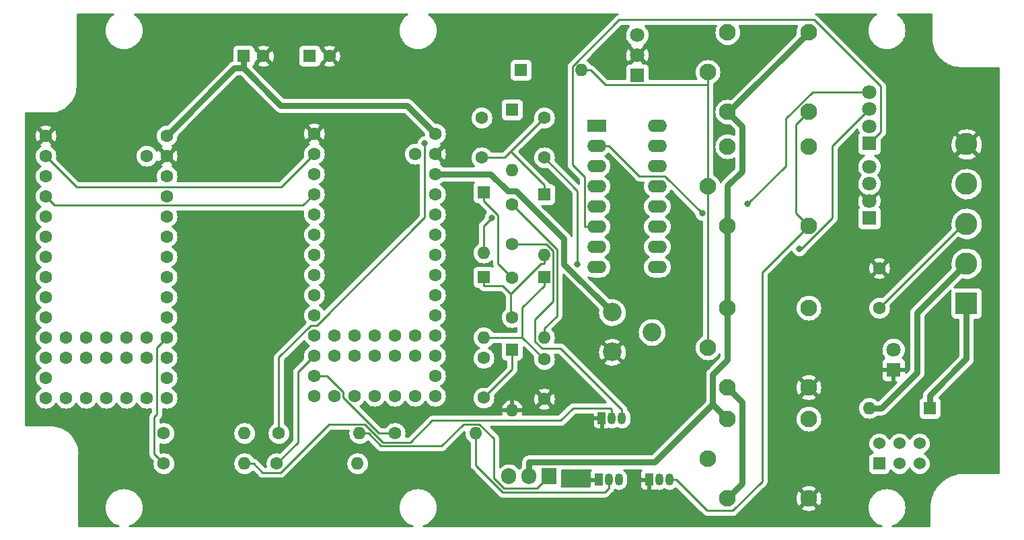
<source format=gbr>
G04 #@! TF.GenerationSoftware,KiCad,Pcbnew,5.99.0-unknown-ff9612b6da~131~ubuntu20.04.1*
G04 #@! TF.CreationDate,2021-08-29T13:57:06+09:00*
G04 #@! TF.ProjectId,Hyperwiper 2020 production prototype,48797065-7277-4697-9065-722032303230,V2.1.3*
G04 #@! TF.SameCoordinates,Original*
G04 #@! TF.FileFunction,Copper,L2,Bot*
G04 #@! TF.FilePolarity,Positive*
%FSLAX46Y46*%
G04 Gerber Fmt 4.6, Leading zero omitted, Abs format (unit mm)*
G04 Created by KiCad (PCBNEW 5.99.0-unknown-ff9612b6da~131~ubuntu20.04.1) date 2021-08-29 13:57:06*
%MOMM*%
%LPD*%
G01*
G04 APERTURE LIST*
G04 #@! TA.AperFunction,ComponentPad*
%ADD10O,1.600000X1.600000*%
G04 #@! TD*
G04 #@! TA.AperFunction,ComponentPad*
%ADD11R,1.600000X1.600000*%
G04 #@! TD*
G04 #@! TA.AperFunction,ComponentPad*
%ADD12R,1.800000X1.800000*%
G04 #@! TD*
G04 #@! TA.AperFunction,ComponentPad*
%ADD13C,1.800000*%
G04 #@! TD*
G04 #@! TA.AperFunction,ComponentPad*
%ADD14C,1.600000*%
G04 #@! TD*
G04 #@! TA.AperFunction,ComponentPad*
%ADD15C,2.100000*%
G04 #@! TD*
G04 #@! TA.AperFunction,ComponentPad*
%ADD16R,2.800000X2.800000*%
G04 #@! TD*
G04 #@! TA.AperFunction,ComponentPad*
%ADD17C,2.800000*%
G04 #@! TD*
G04 #@! TA.AperFunction,ComponentPad*
%ADD18R,1.050000X1.500000*%
G04 #@! TD*
G04 #@! TA.AperFunction,ComponentPad*
%ADD19O,1.050000X1.500000*%
G04 #@! TD*
G04 #@! TA.AperFunction,ComponentPad*
%ADD20R,1.905000X2.000000*%
G04 #@! TD*
G04 #@! TA.AperFunction,ComponentPad*
%ADD21O,1.905000X2.000000*%
G04 #@! TD*
G04 #@! TA.AperFunction,ComponentPad*
%ADD22C,2.340000*%
G04 #@! TD*
G04 #@! TA.AperFunction,ComponentPad*
%ADD23R,2.400000X1.600000*%
G04 #@! TD*
G04 #@! TA.AperFunction,ComponentPad*
%ADD24O,2.400000X1.600000*%
G04 #@! TD*
G04 #@! TA.AperFunction,ComponentPad*
%ADD25R,1.524000X1.524000*%
G04 #@! TD*
G04 #@! TA.AperFunction,ComponentPad*
%ADD26C,1.524000*%
G04 #@! TD*
G04 #@! TA.AperFunction,ViaPad*
%ADD27C,0.800000*%
G04 #@! TD*
G04 #@! TA.AperFunction,Conductor*
%ADD28C,0.250000*%
G04 #@! TD*
G04 #@! TA.AperFunction,Conductor*
%ADD29C,0.750000*%
G04 #@! TD*
G04 #@! TA.AperFunction,Conductor*
%ADD30C,0.254000*%
G04 #@! TD*
G04 APERTURE END LIST*
D10*
G04 #@! TO.P,D11,2,A*
G04 #@! TO.N,Net-(J1-Pad2)*
X184150000Y-105410000D03*
D11*
G04 #@! TO.P,D11,1,K*
G04 #@! TO.N,Net-(J1-Pad1)*
X191770000Y-105410000D03*
G04 #@! TD*
D10*
G04 #@! TO.P,D10,2,A*
G04 #@! TO.N,/12V*
X147955000Y-62865000D03*
D11*
G04 #@! TO.P,D10,1,K*
G04 #@! TO.N,Net-(U2-Pad1)*
X140335000Y-62865000D03*
G04 #@! TD*
D12*
G04 #@! TO.P,D2,1,RA*
G04 #@! TO.N,Net-(D2-Pad1)*
X184150000Y-81472000D03*
D13*
G04 #@! TO.P,D2,2,K*
G04 #@! TO.N,GND*
X184150000Y-79313000D03*
G04 #@! TO.P,D2,3,BA*
G04 #@! TO.N,Net-(D2-Pad3)*
X184150000Y-77154000D03*
G04 #@! TO.P,D2,4,GA*
G04 #@! TO.N,Net-(D2-Pad4)*
X184150000Y-74995000D03*
G04 #@! TD*
D14*
G04 #@! TO.P,C7,1*
G04 #@! TO.N,Net-(C5-Pad2)*
X139192000Y-93980000D03*
G04 #@! TO.P,C7,2*
G04 #@! TO.N,Net-(C7-Pad2)*
X139192000Y-88980000D03*
G04 #@! TD*
D15*
G04 #@! TO.P,RLY2,1*
G04 #@! TO.N,Net-(J1-Pad2)*
X166330000Y-68119000D03*
G04 #@! TO.P,RLY2,2*
G04 #@! TO.N,Net-(Q2-Pad3)*
X176530000Y-68119000D03*
G04 #@! TO.P,RLY2,3*
G04 #@! TO.N,Net-(J1-Pad2)*
X176530000Y-58119000D03*
G04 #@! TO.P,RLY2,4*
G04 #@! TO.N,unconnected-(RLY2-Pad4)*
X166330000Y-58119000D03*
G04 #@! TO.P,RLY2,5*
G04 #@! TO.N,/12V*
X163830000Y-63119000D03*
G04 #@! TD*
D14*
G04 #@! TO.P,C9,1*
G04 #@! TO.N,Net-(C9-Pad1)*
X139192000Y-84796000D03*
G04 #@! TO.P,C9,2*
G04 #@! TO.N,Net-(C5-Pad1)*
X139192000Y-79796000D03*
G04 #@! TD*
G04 #@! TO.P,R3,1*
G04 #@! TO.N,/A13*
X124460000Y-108585000D03*
D10*
G04 #@! TO.P,R3,2*
G04 #@! TO.N,Net-(Q3-Pad2)*
X134620000Y-108585000D03*
G04 #@! TD*
D11*
G04 #@! TO.P,D9,1,K*
G04 #@! TO.N,Net-(C8-Pad2)*
X139192000Y-67818000D03*
D10*
G04 #@! TO.P,D9,2,A*
G04 #@! TO.N,Net-(C7-Pad2)*
X139192000Y-75438000D03*
G04 #@! TD*
D11*
G04 #@! TO.P,D5,1,K*
G04 #@! TO.N,Net-(C4-Pad2)*
X143256000Y-88900000D03*
D10*
G04 #@! TO.P,D5,2,A*
G04 #@! TO.N,Net-(C5-Pad1)*
X143256000Y-96520000D03*
G04 #@! TD*
D16*
G04 #@! TO.P,J1,1,Pin_1*
G04 #@! TO.N,Net-(J1-Pad1)*
X196396000Y-92195500D03*
D17*
G04 #@! TO.P,J1,2,Pin_2*
G04 #@! TO.N,Net-(J1-Pad2)*
X196396000Y-87195500D03*
G04 #@! TO.P,J1,3,Pin_3*
G04 #@! TO.N,/A21*
X196396000Y-82195500D03*
G04 #@! TO.P,J1,4,Pin_4*
G04 #@! TO.N,unconnected-(J1-Pad4)*
X196396000Y-77195500D03*
G04 #@! TO.P,J1,5,Pin_5*
G04 #@! TO.N,GND*
X196396000Y-72195500D03*
G04 #@! TD*
D14*
G04 #@! TO.P,R2,1*
G04 #@! TO.N,/A12*
X109601000Y-112395000D03*
D10*
G04 #@! TO.P,R2,2*
G04 #@! TO.N,Net-(Q2-Pad2)*
X119761000Y-112395000D03*
G04 #@! TD*
D18*
G04 #@! TO.P,Q3,1,E*
G04 #@! TO.N,GND*
X150114000Y-114418500D03*
D19*
G04 #@! TO.P,Q3,2,B*
G04 #@! TO.N,Net-(Q3-Pad2)*
X151384000Y-114418500D03*
G04 #@! TO.P,Q3,3,C*
G04 #@! TO.N,Net-(Q1-Pad1)*
X152654000Y-114418500D03*
G04 #@! TD*
D20*
G04 #@! TO.P,Q1,1,G*
G04 #@! TO.N,Net-(Q1-Pad1)*
X143891000Y-113990000D03*
D21*
G04 #@! TO.P,Q1,2,D*
G04 #@! TO.N,Net-(J1-Pad2)*
X141351000Y-113990000D03*
G04 #@! TO.P,Q1,3,S*
G04 #@! TO.N,Net-(J1-Pad1)*
X138811000Y-113990000D03*
G04 #@! TD*
D14*
G04 #@! TO.P,C5,1*
G04 #@! TO.N,Net-(C5-Pad1)*
X135636000Y-104120000D03*
G04 #@! TO.P,C5,2*
G04 #@! TO.N,Net-(C5-Pad2)*
X135636000Y-99120000D03*
G04 #@! TD*
D15*
G04 #@! TO.P,RLY4,1*
G04 #@! TO.N,Net-(J1-Pad1)*
X166330000Y-102790000D03*
G04 #@! TO.P,RLY4,2*
G04 #@! TO.N,GND*
X176530000Y-102790000D03*
G04 #@! TO.P,RLY4,3*
G04 #@! TO.N,unconnected-(RLY4-Pad3)*
X176530000Y-92790000D03*
G04 #@! TO.P,RLY4,4*
G04 #@! TO.N,Net-(J1-Pad2)*
X166330000Y-92790000D03*
G04 #@! TO.P,RLY4,5*
G04 #@! TO.N,/12V*
X163830000Y-97790000D03*
G04 #@! TD*
D14*
G04 #@! TO.P,C4,1*
G04 #@! TO.N,GND*
X143256000Y-104267000D03*
G04 #@! TO.P,C4,2*
G04 #@! TO.N,Net-(C4-Pad2)*
X143256000Y-99267000D03*
G04 #@! TD*
D18*
G04 #@! TO.P,Q2,1,E*
G04 #@! TO.N,GND*
X156464000Y-114418500D03*
D19*
G04 #@! TO.P,Q2,2,B*
G04 #@! TO.N,Net-(Q2-Pad2)*
X157734000Y-114418500D03*
G04 #@! TO.P,Q2,3,C*
G04 #@! TO.N,Net-(Q2-Pad3)*
X159004000Y-114418500D03*
G04 #@! TD*
D22*
G04 #@! TO.P,RV1,1,1*
G04 #@! TO.N,GND*
X151805000Y-98360000D03*
G04 #@! TO.P,RV1,2,2*
G04 #@! TO.N,/A24*
X156805000Y-95860000D03*
G04 #@! TO.P,RV1,3,3*
G04 #@! TO.N,+3V3*
X151805000Y-93360000D03*
G04 #@! TD*
D23*
G04 #@! TO.P,RN1,1,R1.1*
G04 #@! TO.N,unconnected-(RN1-Pad1)*
X149860000Y-69850000D03*
D24*
G04 #@! TO.P,RN1,2,R2.1*
G04 #@! TO.N,Net-(D3-Pad2)*
X149860000Y-72390000D03*
G04 #@! TO.P,RN1,3,R3.1*
G04 #@! TO.N,Net-(D2-Pad1)*
X149860000Y-74930000D03*
G04 #@! TO.P,RN1,4,R4.1*
G04 #@! TO.N,Net-(D2-Pad4)*
X149860000Y-77470000D03*
G04 #@! TO.P,RN1,5,R5.1*
G04 #@! TO.N,Net-(D2-Pad3)*
X149860000Y-80010000D03*
G04 #@! TO.P,RN1,6,R6.1*
G04 #@! TO.N,Net-(D1-Pad1)*
X149860000Y-82550000D03*
G04 #@! TO.P,RN1,7,R7.1*
G04 #@! TO.N,Net-(D1-Pad4)*
X149860000Y-85090000D03*
G04 #@! TO.P,RN1,8,R8.1*
G04 #@! TO.N,Net-(D1-Pad3)*
X149860000Y-87630000D03*
G04 #@! TO.P,RN1,9,R8.2*
G04 #@! TO.N,/A11*
X157480000Y-87630000D03*
G04 #@! TO.P,RN1,10,R7.2*
G04 #@! TO.N,/A8*
X157480000Y-85090000D03*
G04 #@! TO.P,RN1,11,R6.2*
G04 #@! TO.N,/A7*
X157480000Y-82550000D03*
G04 #@! TO.P,RN1,12,R5.2*
G04 #@! TO.N,/A6*
X157480000Y-80010000D03*
G04 #@! TO.P,RN1,13,R4.2*
G04 #@! TO.N,/A5*
X157480000Y-77470000D03*
G04 #@! TO.P,RN1,14,R3.2*
G04 #@! TO.N,/A4*
X157480000Y-74930000D03*
G04 #@! TO.P,RN1,15,R2.2*
G04 #@! TO.N,/5V*
X157480000Y-72390000D03*
G04 #@! TO.P,RN1,16,R1.2*
G04 #@! TO.N,unconnected-(RN1-Pad16)*
X157480000Y-69850000D03*
G04 #@! TD*
D14*
G04 #@! TO.P,C1,1*
G04 #@! TO.N,/A21*
X185420000Y-92797000D03*
G04 #@! TO.P,C1,2*
G04 #@! TO.N,GND*
X185420000Y-87797000D03*
G04 #@! TD*
D11*
G04 #@! TO.P,D7,1,K*
G04 #@! TO.N,Net-(C6-Pad2)*
X143256000Y-78486000D03*
D10*
G04 #@! TO.P,D7,2,A*
G04 #@! TO.N,Net-(C5-Pad2)*
X143256000Y-86106000D03*
G04 #@! TD*
D11*
G04 #@! TO.P,D8,1,K*
G04 #@! TO.N,Net-(C7-Pad2)*
X135636000Y-78232000D03*
D10*
G04 #@! TO.P,D8,2,A*
G04 #@! TO.N,Net-(C6-Pad2)*
X135636000Y-85852000D03*
G04 #@! TD*
D14*
G04 #@! TO.P,R4,1*
G04 #@! TO.N,/A23*
X95377000Y-112395000D03*
D10*
G04 #@! TO.P,R4,2*
G04 #@! TO.N,Net-(Q4-Pad2)*
X105537000Y-112395000D03*
G04 #@! TD*
D11*
G04 #@! TO.P,C2,1*
G04 #@! TO.N,+3V3*
X113729900Y-61087000D03*
D14*
G04 #@! TO.P,C2,2*
G04 #@! TO.N,GND*
X116229900Y-61087000D03*
G04 #@! TD*
G04 #@! TO.P,R5,1*
G04 #@! TO.N,Net-(C9-Pad1)*
X95377000Y-108585000D03*
D10*
G04 #@! TO.P,R5,2*
G04 #@! TO.N,/12V*
X105537000Y-108585000D03*
G04 #@! TD*
D14*
G04 #@! TO.P,U1,1,GND*
G04 #@! TO.N,GND*
X114300000Y-70866000D03*
G04 #@! TO.P,U1,2,0_RX1_CRX2_CS1*
G04 #@! TO.N,/A2*
X114300000Y-73406000D03*
G04 #@! TO.P,U1,3,1_TX1_CTX2_MISO1*
G04 #@! TO.N,/A3*
X114300000Y-75946000D03*
G04 #@! TO.P,U1,4,2_OUT2*
G04 #@! TO.N,/A4*
X114300000Y-78486000D03*
G04 #@! TO.P,U1,5,3_LRCLK2*
G04 #@! TO.N,/A5*
X114300000Y-81026000D03*
G04 #@! TO.P,U1,6,4_BCLK2*
G04 #@! TO.N,/A6*
X114300000Y-83566000D03*
G04 #@! TO.P,U1,7,5_IN2*
G04 #@! TO.N,/A7*
X114300000Y-86106000D03*
G04 #@! TO.P,U1,8,6_OUT1D*
G04 #@! TO.N,/A8*
X114300000Y-88646000D03*
G04 #@! TO.P,U1,9,7_RX2_OUT1A*
G04 #@! TO.N,/A9*
X114300000Y-91186000D03*
G04 #@! TO.P,U1,10,8_TX2_IN1*
G04 #@! TO.N,/A10*
X114300000Y-93726000D03*
G04 #@! TO.P,U1,11,9_OUT1C*
G04 #@! TO.N,/A11*
X114300000Y-96266000D03*
G04 #@! TO.P,U1,12,10_CS_MQSR*
G04 #@! TO.N,/A12*
X114300000Y-98806000D03*
G04 #@! TO.P,U1,13,11_MOSI_CTX1*
G04 #@! TO.N,/A13*
X114300000Y-101346000D03*
G04 #@! TO.P,U1,14,12_MISO_MQSL*
G04 #@! TO.N,/A14*
X114300000Y-103886000D03*
G04 #@! TO.P,U1,15,VBAT*
G04 #@! TO.N,unconnected-(U1-Pad15)*
X116840000Y-103886000D03*
G04 #@! TO.P,U1,16,3V3*
G04 #@! TO.N,unconnected-(U1-Pad16)*
X119380000Y-103886000D03*
G04 #@! TO.P,U1,17,GND*
G04 #@! TO.N,unconnected-(U1-Pad17)*
X121920000Y-103886000D03*
G04 #@! TO.P,U1,18,PROGRAM*
G04 #@! TO.N,unconnected-(U1-Pad18)*
X124460000Y-103886000D03*
G04 #@! TO.P,U1,19,ON_OFF*
G04 #@! TO.N,unconnected-(U1-Pad19)*
X127000000Y-103886000D03*
G04 #@! TO.P,U1,20,13_SCK_CRX1_LED*
G04 #@! TO.N,/A20*
X129540000Y-103886000D03*
G04 #@! TO.P,U1,21,14_A0_TX3_SPDIF_OUT*
G04 #@! TO.N,/A21*
X129540000Y-101346000D03*
G04 #@! TO.P,U1,22,15_A1_RX3_SPDIF_IN*
G04 #@! TO.N,/A22*
X129540000Y-98806000D03*
G04 #@! TO.P,U1,23,16_A2_RX4_SCL1*
G04 #@! TO.N,/A23*
X129540000Y-96266000D03*
G04 #@! TO.P,U1,24,17_A3_TX4_SDA1*
G04 #@! TO.N,/A24*
X129540000Y-93726000D03*
G04 #@! TO.P,U1,25,18_A4_SDA0*
G04 #@! TO.N,/A25*
X129540000Y-91186000D03*
G04 #@! TO.P,U1,26,19_A5_SCL0*
G04 #@! TO.N,/A26*
X129540000Y-88646000D03*
G04 #@! TO.P,U1,27,20_A6_TX5_LRCLK1*
G04 #@! TO.N,/A27*
X129540000Y-86106000D03*
G04 #@! TO.P,U1,28,21_A7_RX5_BCLK1*
G04 #@! TO.N,/A28*
X129540000Y-83566000D03*
G04 #@! TO.P,U1,29,22_A8_CTX1*
G04 #@! TO.N,/B26*
X129540000Y-81026000D03*
G04 #@! TO.P,U1,30,23_A9_CRX1_MCLK1*
G04 #@! TO.N,/B25*
X129540000Y-78486000D03*
G04 #@! TO.P,U1,31,3V3*
G04 #@! TO.N,+3V3*
X129540000Y-75946000D03*
G04 #@! TO.P,U1,32,GND*
G04 #@! TO.N,GND*
X129540000Y-73406000D03*
G04 #@! TO.P,U1,33,VIN*
G04 #@! TO.N,/5V*
X129540000Y-70866000D03*
G04 #@! TO.P,U1,34,VUSB*
G04 #@! TO.N,/B21*
X127000000Y-73406000D03*
G04 #@! TO.P,U1,35,24_A10_TX6_SCL2*
G04 #@! TO.N,unconnected-(U1-Pad35)*
X127000000Y-98806000D03*
G04 #@! TO.P,U1,36,25_A11_RX6_SDA2*
G04 #@! TO.N,unconnected-(U1-Pad36)*
X127000000Y-96266000D03*
G04 #@! TO.P,U1,37,26_A12_MOSI1*
G04 #@! TO.N,unconnected-(U1-Pad37)*
X124460000Y-98806000D03*
G04 #@! TO.P,U1,38,27_A13_SCK1*
G04 #@! TO.N,unconnected-(U1-Pad38)*
X124460000Y-96266000D03*
G04 #@! TO.P,U1,39,28_RX7*
G04 #@! TO.N,unconnected-(U1-Pad39)*
X121920000Y-98806000D03*
G04 #@! TO.P,U1,40,29_TX7*
G04 #@! TO.N,unconnected-(U1-Pad40)*
X121920000Y-96266000D03*
G04 #@! TO.P,U1,41,30_CRX3*
G04 #@! TO.N,unconnected-(U1-Pad41)*
X119380000Y-98806000D03*
G04 #@! TO.P,U1,42,31_CTX3*
G04 #@! TO.N,unconnected-(U1-Pad42)*
X119380000Y-96266000D03*
G04 #@! TO.P,U1,43,32_OUT1B*
G04 #@! TO.N,unconnected-(U1-Pad43)*
X116840000Y-98806000D03*
G04 #@! TO.P,U1,44,33_MCLK2*
G04 #@! TO.N,unconnected-(U1-Pad44)*
X116840000Y-96266000D03*
G04 #@! TD*
G04 #@! TO.P,U3,1,GND*
G04 #@! TO.N,GND*
X80518000Y-71120000D03*
G04 #@! TO.P,U3,2,0_RX1_CRX2_CS1*
G04 #@! TO.N,/A2*
X80518000Y-73660000D03*
G04 #@! TO.P,U3,3,1_TX1_CTX2_MISO1*
G04 #@! TO.N,/A3*
X80518000Y-76200000D03*
G04 #@! TO.P,U3,4,2_OUT2*
G04 #@! TO.N,/A4*
X80518000Y-78740000D03*
G04 #@! TO.P,U3,5,3_LRCLK2*
G04 #@! TO.N,/A5*
X80518000Y-81280000D03*
G04 #@! TO.P,U3,6,4_BCLK2*
G04 #@! TO.N,/A6*
X80518000Y-83820000D03*
G04 #@! TO.P,U3,7,5_IN2*
G04 #@! TO.N,/A7*
X80518000Y-86360000D03*
G04 #@! TO.P,U3,8,6_OUT1D*
G04 #@! TO.N,/A8*
X80518000Y-88900000D03*
G04 #@! TO.P,U3,9,7_RX2_OUT1A*
G04 #@! TO.N,/A9*
X80518000Y-91440000D03*
G04 #@! TO.P,U3,10,8_TX2_IN1*
G04 #@! TO.N,/A10*
X80518000Y-93980000D03*
G04 #@! TO.P,U3,11,9_OUT1C*
G04 #@! TO.N,/A11*
X80518000Y-96520000D03*
G04 #@! TO.P,U3,12,10_CS_MQSR*
G04 #@! TO.N,/A12*
X80518000Y-99060000D03*
G04 #@! TO.P,U3,13,11_MOSI_CTX1*
G04 #@! TO.N,/A13*
X80518000Y-101600000D03*
G04 #@! TO.P,U3,14,12_MISO_MQSL*
G04 #@! TO.N,/A14*
X80518000Y-104140000D03*
G04 #@! TO.P,U3,15,VBAT*
G04 #@! TO.N,unconnected-(U3-Pad15)*
X83058000Y-104140000D03*
G04 #@! TO.P,U3,16,3V3*
G04 #@! TO.N,unconnected-(U3-Pad16)*
X85598000Y-104140000D03*
G04 #@! TO.P,U3,17,GND*
G04 #@! TO.N,unconnected-(U3-Pad17)*
X88138000Y-104140000D03*
G04 #@! TO.P,U3,18,PROGRAM*
G04 #@! TO.N,unconnected-(U3-Pad18)*
X90678000Y-104140000D03*
G04 #@! TO.P,U3,19,ON_OFF*
G04 #@! TO.N,unconnected-(U3-Pad19)*
X93218000Y-104140000D03*
G04 #@! TO.P,U3,20,13_SCK_CRX1_LED*
G04 #@! TO.N,/A20*
X95758000Y-104140000D03*
G04 #@! TO.P,U3,21,14_A0_TX3_SPDIF_OUT*
G04 #@! TO.N,/A21*
X95758000Y-101600000D03*
G04 #@! TO.P,U3,22,15_A1_RX3_SPDIF_IN*
G04 #@! TO.N,/A22*
X95758000Y-99060000D03*
G04 #@! TO.P,U3,23,16_A2_RX4_SCL1*
G04 #@! TO.N,/A23*
X95758000Y-96520000D03*
G04 #@! TO.P,U3,24,17_A3_TX4_SDA1*
G04 #@! TO.N,/A24*
X95758000Y-93980000D03*
G04 #@! TO.P,U3,25,18_A4_SDA0*
G04 #@! TO.N,/A25*
X95758000Y-91440000D03*
G04 #@! TO.P,U3,26,19_A5_SCL0*
G04 #@! TO.N,/A26*
X95758000Y-88900000D03*
G04 #@! TO.P,U3,27,20_A6_TX5_LRCLK1*
G04 #@! TO.N,/A27*
X95758000Y-86360000D03*
G04 #@! TO.P,U3,28,21_A7_RX5_BCLK1*
G04 #@! TO.N,/A28*
X95758000Y-83820000D03*
G04 #@! TO.P,U3,29,22_A8_CTX1*
G04 #@! TO.N,/B26*
X95758000Y-81280000D03*
G04 #@! TO.P,U3,30,23_A9_CRX1_MCLK1*
G04 #@! TO.N,/B25*
X95758000Y-78740000D03*
G04 #@! TO.P,U3,31,3V3*
G04 #@! TO.N,+3V3*
X95758000Y-76200000D03*
G04 #@! TO.P,U3,32,GND*
G04 #@! TO.N,GND*
X95758000Y-73660000D03*
G04 #@! TO.P,U3,33,VIN*
G04 #@! TO.N,/5V*
X95758000Y-71120000D03*
G04 #@! TO.P,U3,34,VUSB*
G04 #@! TO.N,/B21*
X93218000Y-73660000D03*
G04 #@! TO.P,U3,35,24_A10_TX6_SCL2*
G04 #@! TO.N,unconnected-(U3-Pad35)*
X93218000Y-99060000D03*
G04 #@! TO.P,U3,36,25_A11_RX6_SDA2*
G04 #@! TO.N,unconnected-(U3-Pad36)*
X93218000Y-96520000D03*
G04 #@! TO.P,U3,37,26_A12_MOSI1*
G04 #@! TO.N,unconnected-(U3-Pad37)*
X90678000Y-99060000D03*
G04 #@! TO.P,U3,38,27_A13_SCK1*
G04 #@! TO.N,unconnected-(U3-Pad38)*
X90678000Y-96520000D03*
G04 #@! TO.P,U3,39,28_RX7*
G04 #@! TO.N,unconnected-(U3-Pad39)*
X88138000Y-99060000D03*
G04 #@! TO.P,U3,40,29_TX7*
G04 #@! TO.N,unconnected-(U3-Pad40)*
X88138000Y-96520000D03*
G04 #@! TO.P,U3,41,30_CRX3*
G04 #@! TO.N,unconnected-(U3-Pad41)*
X85598000Y-99060000D03*
G04 #@! TO.P,U3,42,31_CTX3*
G04 #@! TO.N,unconnected-(U3-Pad42)*
X85598000Y-96520000D03*
G04 #@! TO.P,U3,43,32_OUT1B*
G04 #@! TO.N,unconnected-(U3-Pad43)*
X83058000Y-99060000D03*
G04 #@! TO.P,U3,44,33_MCLK2*
G04 #@! TO.N,unconnected-(U3-Pad44)*
X83058000Y-96520000D03*
G04 #@! TD*
G04 #@! TO.P,R1,1*
G04 #@! TO.N,Net-(C8-Pad2)*
X109855000Y-108585000D03*
D10*
G04 #@! TO.P,R1,2*
G04 #@! TO.N,Net-(Q1-Pad1)*
X120015000Y-108585000D03*
G04 #@! TD*
D15*
G04 #@! TO.P,RLY3,1*
G04 #@! TO.N,Net-(J1-Pad2)*
X166330000Y-82470000D03*
G04 #@! TO.P,RLY3,2*
G04 #@! TO.N,Net-(Q2-Pad3)*
X176530000Y-82470000D03*
G04 #@! TO.P,RLY3,3*
G04 #@! TO.N,Net-(J1-Pad2)*
X176530000Y-72470000D03*
G04 #@! TO.P,RLY3,4*
G04 #@! TO.N,unconnected-(RLY3-Pad4)*
X166330000Y-72470000D03*
G04 #@! TO.P,RLY3,5*
G04 #@! TO.N,/12V*
X163830000Y-77470000D03*
G04 #@! TD*
D18*
G04 #@! TO.P,Q4,1,E*
G04 #@! TO.N,GND*
X150495000Y-106680000D03*
D19*
G04 #@! TO.P,Q4,2,B*
G04 #@! TO.N,Net-(Q4-Pad2)*
X151765000Y-106680000D03*
G04 #@! TO.P,Q4,3,C*
G04 #@! TO.N,Net-(C9-Pad1)*
X153035000Y-106680000D03*
G04 #@! TD*
D11*
G04 #@! TO.P,D4,1,K*
G04 #@! TO.N,Net-(C5-Pad1)*
X139192000Y-98044000D03*
D10*
G04 #@! TO.P,D4,2,A*
G04 #@! TO.N,GND*
X139192000Y-105664000D03*
G04 #@! TD*
D11*
G04 #@! TO.P,C3,1*
G04 #@! TO.N,/5V*
X105410000Y-61087000D03*
D14*
G04 #@! TO.P,C3,2*
G04 #@! TO.N,GND*
X107910000Y-61087000D03*
G04 #@! TD*
D25*
G04 #@! TO.P,SW1,1*
G04 #@! TO.N,N/C*
X185420000Y-112395000D03*
D26*
G04 #@! TO.P,SW1,2*
X187960000Y-112395000D03*
G04 #@! TO.P,SW1,3*
X190500000Y-112395000D03*
G04 #@! TO.P,SW1,4,A*
G04 #@! TO.N,unconnected-(SW1-Pad4)*
X190500000Y-109855000D03*
G04 #@! TO.P,SW1,5,B*
G04 #@! TO.N,Net-(J1-Pad1)*
X187960000Y-109855000D03*
G04 #@! TO.P,SW1,6,C*
G04 #@! TO.N,/12V*
X185420000Y-109855000D03*
G04 #@! TD*
D14*
G04 #@! TO.P,C8,1*
G04 #@! TO.N,Net-(C6-Pad2)*
X135382000Y-73874000D03*
G04 #@! TO.P,C8,2*
G04 #@! TO.N,Net-(C8-Pad2)*
X135382000Y-68874000D03*
G04 #@! TD*
G04 #@! TO.P,C6,1*
G04 #@! TO.N,Net-(C4-Pad2)*
X143256000Y-73874000D03*
G04 #@! TO.P,C6,2*
G04 #@! TO.N,Net-(C6-Pad2)*
X143256000Y-68874000D03*
G04 #@! TD*
D12*
G04 #@! TO.P,D3,1,K*
G04 #@! TO.N,GND*
X187198000Y-100589000D03*
D13*
G04 #@! TO.P,D3,2,A*
G04 #@! TO.N,Net-(D3-Pad2)*
X187198000Y-98049000D03*
G04 #@! TD*
D15*
G04 #@! TO.P,RLY1,1*
G04 #@! TO.N,Net-(J1-Pad1)*
X166330000Y-116760000D03*
G04 #@! TO.P,RLY1,2*
G04 #@! TO.N,GND*
X176530000Y-116760000D03*
G04 #@! TO.P,RLY1,3*
G04 #@! TO.N,unconnected-(RLY1-Pad3)*
X176530000Y-106760000D03*
G04 #@! TO.P,RLY1,4*
G04 #@! TO.N,Net-(J1-Pad2)*
X166330000Y-106760000D03*
G04 #@! TO.P,RLY1,5*
G04 #@! TO.N,/12V*
X163830000Y-111760000D03*
G04 #@! TD*
D12*
G04 #@! TO.P,D1,1,RA*
G04 #@! TO.N,Net-(D1-Pad1)*
X184150000Y-72074000D03*
D13*
G04 #@! TO.P,D1,2,K*
G04 #@! TO.N,GND*
X184150000Y-69915000D03*
G04 #@! TO.P,D1,3,BA*
G04 #@! TO.N,Net-(D1-Pad3)*
X184150000Y-67756000D03*
G04 #@! TO.P,D1,4,GA*
G04 #@! TO.N,Net-(D1-Pad4)*
X184150000Y-65597000D03*
G04 #@! TD*
D11*
G04 #@! TO.P,D6,1,K*
G04 #@! TO.N,Net-(C5-Pad2)*
X135636000Y-88900000D03*
D10*
G04 #@! TO.P,D6,2,A*
G04 #@! TO.N,Net-(C4-Pad2)*
X135636000Y-96520000D03*
G04 #@! TD*
D12*
G04 #@! TO.P,U2,1,IN*
G04 #@! TO.N,Net-(U2-Pad1)*
X154940000Y-63500000D03*
D13*
G04 #@! TO.P,U2,2,GND*
G04 #@! TO.N,GND*
X154940000Y-60960000D03*
G04 #@! TO.P,U2,3,OUT*
G04 #@! TO.N,/5V*
X154940000Y-58420000D03*
G04 #@! TD*
D27*
G04 #@! TO.N,Net-(C8-Pad2)*
X128211500Y-72077400D03*
G04 #@! TO.N,Net-(C6-Pad2)*
X136653300Y-81439700D03*
G04 #@! TO.N,Net-(C4-Pad2)*
X147443800Y-87315200D03*
G04 #@! TO.N,Net-(D3-Pad2)*
X163137400Y-80892700D03*
G04 #@! TO.N,Net-(D1-Pad3)*
X175371800Y-85355900D03*
G04 #@! TO.N,Net-(D1-Pad4)*
X168874100Y-79720300D03*
G04 #@! TD*
D28*
G04 #@! TO.N,/12V*
X163868500Y-77508500D02*
X163830000Y-77470000D01*
X163868500Y-97751500D02*
X163868500Y-77508500D01*
X163830000Y-97790000D02*
X163868500Y-97751500D01*
X147955000Y-62865000D02*
X149080300Y-62865000D01*
X150942100Y-64726800D02*
X149080300Y-62865000D01*
X163830000Y-64726800D02*
X150942100Y-64726800D01*
X163830000Y-77470000D02*
X163830000Y-64726800D01*
X163830000Y-64726800D02*
X163830000Y-63119000D01*
G04 #@! TO.N,Net-(Q4-Pad2)*
X107787600Y-113520300D02*
X106662300Y-112395000D01*
X110070300Y-113520300D02*
X107787600Y-113520300D01*
X116146400Y-107444200D02*
X110070300Y-113520300D01*
X120701200Y-107444200D02*
X116146400Y-107444200D01*
X122979600Y-109722600D02*
X120701200Y-107444200D01*
X126425800Y-109722600D02*
X122979600Y-109722600D01*
X129158300Y-106990100D02*
X126425800Y-109722600D01*
X145326000Y-106990100D02*
X129158300Y-106990100D01*
X146911500Y-105404600D02*
X145326000Y-106990100D01*
X151564900Y-105404600D02*
X146911500Y-105404600D01*
X151765000Y-105604700D02*
X151564900Y-105404600D01*
X151765000Y-106680000D02*
X151765000Y-105604700D01*
X105537000Y-112395000D02*
X106662300Y-112395000D01*
D29*
G04 #@! TO.N,Net-(J1-Pad2)*
X190194600Y-100940700D02*
X185725300Y-105410000D01*
X190194600Y-93396900D02*
X190194600Y-100940700D01*
X196396000Y-87195500D02*
X190194600Y-93396900D01*
X184150000Y-105410000D02*
X185725300Y-105410000D01*
X166330000Y-92790000D02*
X166330000Y-82470000D01*
X166430000Y-68219000D02*
X176530000Y-58119000D01*
X168165000Y-69954000D02*
X166430000Y-68219000D01*
X168165000Y-75591600D02*
X168165000Y-69954000D01*
X166330000Y-77426600D02*
X168165000Y-75591600D01*
X166330000Y-82470000D02*
X166330000Y-77426600D01*
X166430000Y-68219000D02*
X166330000Y-68119000D01*
X141351000Y-113990000D02*
X141351000Y-112214700D01*
X157178100Y-112214700D02*
X141351000Y-112214700D01*
X164481400Y-104911400D02*
X157178100Y-112214700D01*
X166330000Y-106760000D02*
X164481400Y-104911400D01*
X166330000Y-99340900D02*
X166330000Y-92790000D01*
X164481400Y-101189500D02*
X166330000Y-99340900D01*
X164481400Y-104911400D02*
X164481400Y-101189500D01*
G04 #@! TO.N,Net-(J1-Pad1)*
X196396000Y-99208700D02*
X191770000Y-103834700D01*
X196396000Y-92195500D02*
X196396000Y-99208700D01*
X191770000Y-105410000D02*
X191770000Y-103834700D01*
X168206500Y-104666500D02*
X166330000Y-102790000D01*
X168206500Y-114883500D02*
X168206500Y-104666500D01*
X166330000Y-116760000D02*
X168206500Y-114883500D01*
D28*
G04 #@! TO.N,Net-(Q3-Pad2)*
X151384000Y-114418500D02*
X151384000Y-115493800D01*
X150871300Y-116006500D02*
X151384000Y-115493800D01*
X138014100Y-116006500D02*
X150871300Y-116006500D01*
X134620000Y-112612400D02*
X138014100Y-116006500D01*
X134620000Y-108585000D02*
X134620000Y-112612400D01*
G04 #@! TO.N,Net-(Q2-Pad3)*
X159004000Y-114418500D02*
X159854300Y-114418500D01*
X174918300Y-69730700D02*
X176530000Y-68119000D01*
X174918300Y-80858300D02*
X174918300Y-69730700D01*
X176530000Y-82470000D02*
X174918300Y-80858300D01*
X163772800Y-118337000D02*
X159854300Y-114418500D01*
X166981000Y-118337000D02*
X163772800Y-118337000D01*
X170695100Y-114622900D02*
X166981000Y-118337000D01*
X170695100Y-88304900D02*
X170695100Y-114622900D01*
X176530000Y-82470000D02*
X170695100Y-88304900D01*
G04 #@! TO.N,/A2*
X110158800Y-77547200D02*
X114300000Y-73406000D01*
X84405200Y-77547200D02*
X110158800Y-77547200D01*
X80518000Y-73660000D02*
X84405200Y-77547200D01*
G04 #@! TO.N,/A4*
X112916000Y-79870000D02*
X114300000Y-78486000D01*
X81648000Y-79870000D02*
X112916000Y-79870000D01*
X80518000Y-78740000D02*
X81648000Y-79870000D01*
G04 #@! TO.N,Net-(Q1-Pad1)*
X120015000Y-108585000D02*
X121140300Y-108585000D01*
X142354300Y-115526700D02*
X143891000Y-113990000D01*
X138171200Y-115526700D02*
X142354300Y-115526700D01*
X136904700Y-114260200D02*
X138171200Y-115526700D01*
X136904700Y-109240500D02*
X136904700Y-114260200D01*
X135104700Y-107440500D02*
X136904700Y-109240500D01*
X133098200Y-107440500D02*
X135104700Y-107440500D01*
X130365800Y-110172900D02*
X133098200Y-107440500D01*
X122728200Y-110172900D02*
X130365800Y-110172900D01*
X121140300Y-108585000D02*
X122728200Y-110172900D01*
G04 #@! TO.N,Net-(C9-Pad1)*
X143555100Y-84796000D02*
X139192000Y-84796000D01*
X144402000Y-85642900D02*
X143555100Y-84796000D01*
X144402000Y-91967600D02*
X144402000Y-85642900D01*
X142121600Y-94248000D02*
X144402000Y-91967600D01*
X142121600Y-97013000D02*
X142121600Y-94248000D01*
X143002100Y-97893500D02*
X142121600Y-97013000D01*
X145323800Y-97893500D02*
X143002100Y-97893500D01*
X153035000Y-105604700D02*
X145323800Y-97893500D01*
X153035000Y-106680000D02*
X153035000Y-105604700D01*
G04 #@! TO.N,Net-(C8-Pad2)*
X109855000Y-99039800D02*
X109855000Y-108585000D01*
X113898800Y-94996000D02*
X109855000Y-99039800D01*
X114623100Y-94996000D02*
X113898800Y-94996000D01*
X128211500Y-81407600D02*
X114623100Y-94996000D01*
X128211500Y-72077400D02*
X128211500Y-81407600D01*
G04 #@! TO.N,Net-(C7-Pad2)*
X137427000Y-87215000D02*
X139192000Y-88980000D01*
X137427000Y-81148300D02*
X137427000Y-87215000D01*
X135636000Y-79357300D02*
X137427000Y-81148300D01*
X135636000Y-78232000D02*
X135636000Y-79357300D01*
G04 #@! TO.N,Net-(C6-Pad2)*
X135636000Y-82457000D02*
X135636000Y-85852000D01*
X136653300Y-81439700D02*
X135636000Y-82457000D01*
X143256000Y-78486000D02*
X143256000Y-77360700D01*
X139012700Y-73117300D02*
X143256000Y-77360700D01*
X143256000Y-68874000D02*
X139012700Y-73117300D01*
X138256000Y-73874000D02*
X135382000Y-73874000D01*
X139012700Y-73117300D02*
X138256000Y-73874000D01*
G04 #@! TO.N,Net-(C5-Pad1)*
X139192000Y-100564000D02*
X135636000Y-104120000D01*
X139192000Y-98044000D02*
X139192000Y-100564000D01*
X144852400Y-85456400D02*
X139192000Y-79796000D01*
X144852400Y-93798300D02*
X144852400Y-85456400D01*
X143256000Y-95394700D02*
X144852400Y-93798300D01*
X143256000Y-96520000D02*
X143256000Y-95394700D01*
G04 #@! TO.N,Net-(C5-Pad2)*
X143256000Y-86106000D02*
X143256000Y-87231300D01*
X135636000Y-88900000D02*
X135636000Y-90025300D01*
X138067900Y-90025300D02*
X139053900Y-91011300D01*
X135636000Y-90025300D02*
X138067900Y-90025300D01*
X142833900Y-87231300D02*
X139053900Y-91011300D01*
X143256000Y-87231300D02*
X142833900Y-87231300D01*
X139053900Y-93841900D02*
X139192000Y-93980000D01*
X139053900Y-91011300D02*
X139053900Y-93841900D01*
G04 #@! TO.N,/A13*
X122478900Y-108585000D02*
X124460000Y-108585000D01*
X117965400Y-104071500D02*
X122478900Y-108585000D01*
X117965400Y-103369600D02*
X117965400Y-104071500D01*
X115941800Y-101346000D02*
X117965400Y-103369600D01*
X114300000Y-101346000D02*
X115941800Y-101346000D01*
D29*
G04 #@! TO.N,+3V3*
X145752800Y-87307800D02*
X151805000Y-93360000D01*
X145752800Y-84127400D02*
X145752800Y-87307800D01*
X139699000Y-78073600D02*
X145752800Y-84127400D01*
X138667800Y-78073600D02*
X139699000Y-78073600D01*
X136540200Y-75946000D02*
X138667800Y-78073600D01*
X129540000Y-75946000D02*
X136540200Y-75946000D01*
D28*
G04 #@! TO.N,Net-(C4-Pad2)*
X140509000Y-92772300D02*
X140509000Y-96520000D01*
X143256000Y-90025300D02*
X140509000Y-92772300D01*
X135636000Y-96520000D02*
X140509000Y-96520000D01*
X140509000Y-96520000D02*
X143256000Y-99267000D01*
X143256000Y-88900000D02*
X143256000Y-90025300D01*
X147443800Y-78061800D02*
X147443800Y-87315200D01*
X143256000Y-73874000D02*
X147443800Y-78061800D01*
G04 #@! TO.N,Net-(D1-Pad1)*
X148334700Y-76328800D02*
X148334700Y-82550000D01*
X146803900Y-74798000D02*
X148334700Y-76328800D01*
X146803900Y-62424500D02*
X146803900Y-74798000D01*
X152693300Y-56535100D02*
X146803900Y-62424500D01*
X177230800Y-56535100D02*
X152693300Y-56535100D01*
X185594000Y-64898300D02*
X177230800Y-56535100D01*
X185594000Y-70630000D02*
X185594000Y-64898300D01*
X184150000Y-72074000D02*
X185594000Y-70630000D01*
X149860000Y-82550000D02*
X148334700Y-82550000D01*
G04 #@! TO.N,/A12*
X112285600Y-100820400D02*
X114300000Y-98806000D01*
X112285600Y-109710400D02*
X112285600Y-100820400D01*
X109601000Y-112395000D02*
X112285600Y-109710400D01*
G04 #@! TO.N,/A23*
X94201200Y-111219200D02*
X95377000Y-112395000D01*
X94201200Y-106515500D02*
X94201200Y-111219200D01*
X94488000Y-106228700D02*
X94201200Y-106515500D01*
X94488000Y-97790000D02*
X94488000Y-106228700D01*
X95758000Y-96520000D02*
X94488000Y-97790000D01*
G04 #@! TO.N,/A21*
X196021500Y-82195500D02*
X196396000Y-82195500D01*
X185420000Y-92797000D02*
X196021500Y-82195500D01*
G04 #@! TO.N,Net-(D3-Pad2)*
X158444700Y-76200000D02*
X163137400Y-80892700D01*
X155195300Y-76200000D02*
X158444700Y-76200000D01*
X151385300Y-72390000D02*
X155195300Y-76200000D01*
X149860000Y-72390000D02*
X151385300Y-72390000D01*
G04 #@! TO.N,Net-(D1-Pad3)*
X175618400Y-85355900D02*
X175371800Y-85355900D01*
X179511800Y-81462500D02*
X175618400Y-85355900D01*
X179511800Y-72394200D02*
X179511800Y-81462500D01*
X184150000Y-67756000D02*
X179511800Y-72394200D01*
G04 #@! TO.N,Net-(D1-Pad4)*
X173675400Y-74919000D02*
X168874100Y-79720300D01*
X173675400Y-68983100D02*
X173675400Y-74919000D01*
X177061500Y-65597000D02*
X173675400Y-68983100D01*
X184150000Y-65597000D02*
X177061500Y-65597000D01*
D29*
G04 #@! TO.N,/5V*
X105410000Y-61087000D02*
X105410000Y-61874600D01*
X105410000Y-61874600D02*
X105410000Y-62624500D01*
X104253500Y-62624500D02*
X95758000Y-71120000D01*
X105410000Y-62624500D02*
X104253500Y-62624500D01*
X126018000Y-67344000D02*
X129540000Y-70866000D01*
X110129500Y-67344000D02*
X126018000Y-67344000D01*
X105410000Y-62624500D02*
X110129500Y-67344000D01*
G04 #@! TD*
G04 #@! TO.N,GND*
D30*
X88854744Y-55889297D02*
X88841668Y-55899330D01*
X88612226Y-56100545D01*
X88600572Y-56112199D01*
X88399357Y-56341641D01*
X88389324Y-56354717D01*
X88219779Y-56608460D01*
X88211538Y-56622734D01*
X88076563Y-56896436D01*
X88070256Y-56911663D01*
X87972161Y-57200641D01*
X87967895Y-57216560D01*
X87908358Y-57515871D01*
X87906207Y-57532212D01*
X87886248Y-57836732D01*
X87886248Y-57853214D01*
X87906207Y-58157734D01*
X87908358Y-58174075D01*
X87967895Y-58473386D01*
X87972161Y-58489305D01*
X88070256Y-58778283D01*
X88076563Y-58793510D01*
X88211538Y-59067212D01*
X88219779Y-59081486D01*
X88389324Y-59335229D01*
X88399357Y-59348305D01*
X88600572Y-59577747D01*
X88612226Y-59589401D01*
X88841668Y-59790616D01*
X88854744Y-59800649D01*
X89108487Y-59970194D01*
X89122761Y-59978435D01*
X89396463Y-60113410D01*
X89411690Y-60119717D01*
X89700668Y-60217812D01*
X89716587Y-60222078D01*
X90015898Y-60281615D01*
X90032239Y-60283766D01*
X90336759Y-60303725D01*
X90353241Y-60303725D01*
X90657761Y-60283766D01*
X90674102Y-60281615D01*
X90973413Y-60222078D01*
X90989332Y-60217812D01*
X91278310Y-60119717D01*
X91293537Y-60113410D01*
X91567239Y-59978435D01*
X91581513Y-59970194D01*
X91835256Y-59800649D01*
X91848332Y-59790616D01*
X92077774Y-59589401D01*
X92089428Y-59577747D01*
X92290643Y-59348305D01*
X92300676Y-59335229D01*
X92470221Y-59081486D01*
X92478462Y-59067212D01*
X92613437Y-58793510D01*
X92619744Y-58778283D01*
X92717839Y-58489305D01*
X92722105Y-58473386D01*
X92781642Y-58174075D01*
X92783793Y-58157734D01*
X92803752Y-57853214D01*
X92803752Y-57836732D01*
X92783793Y-57532212D01*
X92781642Y-57515871D01*
X92722105Y-57216560D01*
X92717839Y-57200641D01*
X92619744Y-56911663D01*
X92613437Y-56896436D01*
X92478462Y-56622734D01*
X92470221Y-56608460D01*
X92300676Y-56354717D01*
X92290643Y-56341641D01*
X92089428Y-56112199D01*
X92077774Y-56100545D01*
X91848332Y-55899330D01*
X91835256Y-55889297D01*
X91700116Y-55799000D01*
X125989884Y-55799000D01*
X125854744Y-55889297D01*
X125841668Y-55899330D01*
X125612226Y-56100545D01*
X125600572Y-56112199D01*
X125399357Y-56341641D01*
X125389324Y-56354717D01*
X125219779Y-56608460D01*
X125211538Y-56622734D01*
X125076563Y-56896436D01*
X125070256Y-56911663D01*
X124972161Y-57200641D01*
X124967895Y-57216560D01*
X124908358Y-57515871D01*
X124906207Y-57532212D01*
X124886248Y-57836732D01*
X124886248Y-57853214D01*
X124906207Y-58157734D01*
X124908358Y-58174075D01*
X124967895Y-58473386D01*
X124972161Y-58489305D01*
X125070256Y-58778283D01*
X125076563Y-58793510D01*
X125211538Y-59067212D01*
X125219779Y-59081486D01*
X125389324Y-59335229D01*
X125399357Y-59348305D01*
X125600572Y-59577747D01*
X125612226Y-59589401D01*
X125841668Y-59790616D01*
X125854744Y-59800649D01*
X126108487Y-59970194D01*
X126122761Y-59978435D01*
X126396463Y-60113410D01*
X126411690Y-60119717D01*
X126700668Y-60217812D01*
X126716587Y-60222078D01*
X127015898Y-60281615D01*
X127032239Y-60283766D01*
X127336759Y-60303725D01*
X127353241Y-60303725D01*
X127657761Y-60283766D01*
X127674102Y-60281615D01*
X127973413Y-60222078D01*
X127989332Y-60217812D01*
X128278310Y-60119717D01*
X128293537Y-60113410D01*
X128567239Y-59978435D01*
X128581513Y-59970194D01*
X128835256Y-59800649D01*
X128848332Y-59790616D01*
X129077774Y-59589401D01*
X129089428Y-59577747D01*
X129290643Y-59348305D01*
X129300676Y-59335229D01*
X129470221Y-59081486D01*
X129478462Y-59067212D01*
X129613437Y-58793510D01*
X129619744Y-58778283D01*
X129717839Y-58489305D01*
X129722105Y-58473386D01*
X129781642Y-58174075D01*
X129783793Y-58157734D01*
X129803752Y-57853214D01*
X129803752Y-57836732D01*
X129783793Y-57532212D01*
X129781642Y-57515871D01*
X129722105Y-57216560D01*
X129717839Y-57200641D01*
X129619744Y-56911663D01*
X129613437Y-56896436D01*
X129478462Y-56622734D01*
X129470221Y-56608460D01*
X129300676Y-56354717D01*
X129290643Y-56341641D01*
X129089428Y-56112199D01*
X129077774Y-56100545D01*
X128848332Y-55899330D01*
X128835256Y-55889297D01*
X128700116Y-55799000D01*
X152489966Y-55799000D01*
X152488120Y-55799474D01*
X152447015Y-55815748D01*
X152404553Y-55828085D01*
X152375568Y-55840628D01*
X152358132Y-55850939D01*
X152339299Y-55858396D01*
X152311623Y-55873612D01*
X152275866Y-55899590D01*
X152237798Y-55922104D01*
X152212842Y-55941463D01*
X152198518Y-55955787D01*
X152182132Y-55967692D01*
X152159108Y-55989313D01*
X152130927Y-56023378D01*
X146322552Y-61831753D01*
X146305032Y-61846247D01*
X146258407Y-61895898D01*
X146238670Y-61915635D01*
X146228205Y-61927505D01*
X146225730Y-61930696D01*
X146195464Y-61962926D01*
X146176900Y-61988476D01*
X146167139Y-62006230D01*
X146154725Y-62022235D01*
X146138649Y-62049418D01*
X146121089Y-62089997D01*
X146099790Y-62128740D01*
X146088164Y-62158105D01*
X146083126Y-62177726D01*
X146075082Y-62196315D01*
X146066270Y-62226643D01*
X146059353Y-62270311D01*
X146048358Y-62313136D01*
X146044400Y-62344470D01*
X146044400Y-62364724D01*
X146041231Y-62384732D01*
X146040239Y-62416301D01*
X146044400Y-62460319D01*
X146044400Y-74719233D01*
X146042260Y-74741868D01*
X146044400Y-74809945D01*
X146044400Y-74837856D01*
X146045393Y-74853646D01*
X146045900Y-74857657D01*
X146047289Y-74901848D01*
X146052230Y-74933041D01*
X146057881Y-74952492D01*
X146060420Y-74972590D01*
X146068274Y-75003181D01*
X146084552Y-75044295D01*
X146096885Y-75086745D01*
X146109429Y-75115733D01*
X146119741Y-75133169D01*
X146127196Y-75151999D01*
X146142411Y-75179677D01*
X146168399Y-75215447D01*
X146190905Y-75253502D01*
X146210263Y-75278457D01*
X146224584Y-75292778D01*
X146236492Y-75309168D01*
X146258112Y-75332192D01*
X146292189Y-75360383D01*
X147575200Y-76643395D01*
X147575200Y-77119106D01*
X144654247Y-74198153D01*
X144671250Y-74134699D01*
X144675064Y-74113069D01*
X144695019Y-73884982D01*
X144695019Y-73863018D01*
X144675064Y-73634931D01*
X144671250Y-73613302D01*
X144611991Y-73392146D01*
X144604479Y-73371507D01*
X144507718Y-73164001D01*
X144496736Y-73144980D01*
X144365411Y-72957429D01*
X144351293Y-72940605D01*
X144189395Y-72778707D01*
X144172571Y-72764589D01*
X143985020Y-72633264D01*
X143965999Y-72622282D01*
X143758493Y-72525521D01*
X143737854Y-72518009D01*
X143516698Y-72458750D01*
X143495069Y-72454936D01*
X143266982Y-72434981D01*
X143245018Y-72434981D01*
X143016931Y-72454936D01*
X142995302Y-72458750D01*
X142774146Y-72518009D01*
X142753507Y-72525521D01*
X142546001Y-72622282D01*
X142526980Y-72633264D01*
X142339429Y-72764589D01*
X142322605Y-72778707D01*
X142160707Y-72940605D01*
X142146589Y-72957429D01*
X142015264Y-73144980D01*
X142004282Y-73164001D01*
X141907521Y-73371507D01*
X141900009Y-73392146D01*
X141840750Y-73613302D01*
X141836936Y-73634931D01*
X141816981Y-73863018D01*
X141816981Y-73884982D01*
X141836936Y-74113069D01*
X141840750Y-74134698D01*
X141900009Y-74355854D01*
X141907521Y-74376493D01*
X142004282Y-74583999D01*
X142015264Y-74603020D01*
X142146589Y-74790571D01*
X142160707Y-74807395D01*
X142322605Y-74969293D01*
X142339429Y-74983411D01*
X142526980Y-75114736D01*
X142546001Y-75125718D01*
X142753507Y-75222479D01*
X142774146Y-75229991D01*
X142995302Y-75289250D01*
X143016931Y-75293064D01*
X143245018Y-75313019D01*
X143266982Y-75313019D01*
X143495069Y-75293064D01*
X143516699Y-75289250D01*
X143580153Y-75272247D01*
X146684300Y-78376394D01*
X146684300Y-83727450D01*
X146684197Y-83727133D01*
X146673484Y-83703070D01*
X146640265Y-83645533D01*
X146610113Y-83586357D01*
X146595767Y-83564266D01*
X146587330Y-83553847D01*
X146580624Y-83542232D01*
X146565140Y-83520920D01*
X146520689Y-83471552D01*
X146508194Y-83456122D01*
X146499367Y-83446319D01*
X146485322Y-83432274D01*
X146440870Y-83382905D01*
X146421295Y-83365279D01*
X146410441Y-83357393D01*
X142973548Y-79920500D01*
X144104134Y-79920500D01*
X144117742Y-79919763D01*
X144179924Y-79913008D01*
X144210546Y-79905727D01*
X144346935Y-79854597D01*
X144378270Y-79837441D01*
X144494826Y-79750087D01*
X144520087Y-79724826D01*
X144607441Y-79608270D01*
X144624597Y-79576935D01*
X144675727Y-79440546D01*
X144683008Y-79409924D01*
X144689763Y-79347742D01*
X144690500Y-79334134D01*
X144690500Y-77637866D01*
X144689763Y-77624258D01*
X144683008Y-77562076D01*
X144675727Y-77531454D01*
X144624597Y-77395065D01*
X144607441Y-77363730D01*
X144520087Y-77247174D01*
X144494826Y-77221913D01*
X144378270Y-77134559D01*
X144346935Y-77117403D01*
X144210546Y-77066273D01*
X144179924Y-77058992D01*
X144117742Y-77052237D01*
X144104134Y-77051500D01*
X143954164Y-77051500D01*
X143950476Y-77042978D01*
X143940162Y-77025538D01*
X143932703Y-77006698D01*
X143917488Y-76979023D01*
X143891507Y-76943262D01*
X143869000Y-76905205D01*
X143849644Y-76880250D01*
X143835314Y-76865920D01*
X143823407Y-76849531D01*
X143801788Y-76826509D01*
X143767728Y-76798332D01*
X140086788Y-73117306D01*
X142931847Y-70272247D01*
X142995301Y-70289250D01*
X143016931Y-70293064D01*
X143245018Y-70313019D01*
X143266982Y-70313019D01*
X143495069Y-70293064D01*
X143516698Y-70289250D01*
X143737854Y-70229991D01*
X143758493Y-70222479D01*
X143965999Y-70125718D01*
X143985020Y-70114736D01*
X144172571Y-69983411D01*
X144189395Y-69969293D01*
X144351293Y-69807395D01*
X144365411Y-69790571D01*
X144496736Y-69603020D01*
X144507718Y-69583999D01*
X144604479Y-69376493D01*
X144611991Y-69355854D01*
X144671250Y-69134698D01*
X144675064Y-69113069D01*
X144695019Y-68884982D01*
X144695019Y-68863018D01*
X144675064Y-68634931D01*
X144671250Y-68613302D01*
X144611991Y-68392146D01*
X144604479Y-68371507D01*
X144507718Y-68164001D01*
X144496736Y-68144980D01*
X144365411Y-67957429D01*
X144351293Y-67940605D01*
X144189395Y-67778707D01*
X144172571Y-67764589D01*
X143985020Y-67633264D01*
X143965999Y-67622282D01*
X143758493Y-67525521D01*
X143737854Y-67518009D01*
X143516698Y-67458750D01*
X143495069Y-67454936D01*
X143266982Y-67434981D01*
X143245018Y-67434981D01*
X143016931Y-67454936D01*
X142995302Y-67458750D01*
X142774146Y-67518009D01*
X142753507Y-67525521D01*
X142546001Y-67622282D01*
X142526980Y-67633264D01*
X142339429Y-67764589D01*
X142322605Y-67778707D01*
X142160707Y-67940605D01*
X142146589Y-67957429D01*
X142015264Y-68144980D01*
X142004282Y-68164001D01*
X141907521Y-68371507D01*
X141900009Y-68392146D01*
X141840750Y-68613302D01*
X141836936Y-68634931D01*
X141816981Y-68863018D01*
X141816981Y-68884982D01*
X141836936Y-69113069D01*
X141840751Y-69134699D01*
X141857753Y-69198152D01*
X138526421Y-72529484D01*
X138519614Y-72534110D01*
X138495922Y-72554996D01*
X138458773Y-72597132D01*
X137941405Y-73114500D01*
X136601394Y-73114500D01*
X136491411Y-72957429D01*
X136477293Y-72940605D01*
X136315395Y-72778707D01*
X136298571Y-72764589D01*
X136111020Y-72633264D01*
X136091999Y-72622282D01*
X135884493Y-72525521D01*
X135863854Y-72518009D01*
X135642698Y-72458750D01*
X135621069Y-72454936D01*
X135392982Y-72434981D01*
X135371018Y-72434981D01*
X135142931Y-72454936D01*
X135121302Y-72458750D01*
X134900146Y-72518009D01*
X134879507Y-72525521D01*
X134672001Y-72622282D01*
X134652980Y-72633264D01*
X134465429Y-72764589D01*
X134448605Y-72778707D01*
X134286707Y-72940605D01*
X134272589Y-72957429D01*
X134141264Y-73144980D01*
X134130282Y-73164001D01*
X134033521Y-73371507D01*
X134026009Y-73392146D01*
X133966750Y-73613302D01*
X133962936Y-73634931D01*
X133942981Y-73863018D01*
X133942981Y-73884982D01*
X133962936Y-74113069D01*
X133966750Y-74134698D01*
X134026009Y-74355854D01*
X134033521Y-74376493D01*
X134130282Y-74583999D01*
X134141264Y-74603020D01*
X134272589Y-74790571D01*
X134286707Y-74807395D01*
X134415812Y-74936500D01*
X130559188Y-74936500D01*
X130473395Y-74850707D01*
X130456571Y-74836589D01*
X130269020Y-74705264D01*
X130249999Y-74694282D01*
X130210201Y-74675724D01*
X130249748Y-74657283D01*
X130268769Y-74646301D01*
X130340160Y-74596312D01*
X130384488Y-74540854D01*
X130391797Y-74470235D01*
X130356984Y-74404004D01*
X129358980Y-73406000D01*
X129385763Y-73379217D01*
X129776089Y-73379217D01*
X129781154Y-73450032D01*
X129810115Y-73495095D01*
X130538004Y-74222984D01*
X130600316Y-74257010D01*
X130671131Y-74251945D01*
X130730312Y-74206160D01*
X130780301Y-74134769D01*
X130791283Y-74115748D01*
X130888008Y-73908321D01*
X130895520Y-73887682D01*
X130954756Y-73666610D01*
X130958570Y-73644980D01*
X130978517Y-73416981D01*
X130978517Y-73395019D01*
X130958570Y-73167020D01*
X130954756Y-73145390D01*
X130895520Y-72924318D01*
X130888008Y-72903679D01*
X130791283Y-72696252D01*
X130780301Y-72677231D01*
X130730312Y-72605840D01*
X130674854Y-72561512D01*
X130604235Y-72554203D01*
X130538004Y-72589016D01*
X129810115Y-73316905D01*
X129776089Y-73379217D01*
X129385763Y-73379217D01*
X130356984Y-72407996D01*
X130391010Y-72345684D01*
X130385945Y-72274869D01*
X130340160Y-72215688D01*
X130268769Y-72165699D01*
X130249748Y-72154717D01*
X130210201Y-72136276D01*
X130249999Y-72117718D01*
X130269020Y-72106736D01*
X130456571Y-71975411D01*
X130473395Y-71961293D01*
X130635293Y-71799395D01*
X130649411Y-71782571D01*
X130780736Y-71595020D01*
X130791718Y-71575999D01*
X130888479Y-71368493D01*
X130895991Y-71347854D01*
X130955250Y-71126698D01*
X130959064Y-71105069D01*
X130979019Y-70876982D01*
X130979019Y-70855018D01*
X130959064Y-70626931D01*
X130955250Y-70605302D01*
X130895991Y-70384146D01*
X130888479Y-70363507D01*
X130791718Y-70156001D01*
X130780736Y-70136980D01*
X130649411Y-69949429D01*
X130635293Y-69932605D01*
X130473395Y-69770707D01*
X130456571Y-69756589D01*
X130269020Y-69625264D01*
X130249999Y-69614282D01*
X130042493Y-69517521D01*
X130021854Y-69510009D01*
X129800698Y-69450750D01*
X129779069Y-69446936D01*
X129550982Y-69426981D01*
X129529018Y-69426981D01*
X129528660Y-69427012D01*
X128964666Y-68863018D01*
X133942981Y-68863018D01*
X133942981Y-68884982D01*
X133962936Y-69113069D01*
X133966750Y-69134698D01*
X134026009Y-69355854D01*
X134033521Y-69376493D01*
X134130282Y-69583999D01*
X134141264Y-69603020D01*
X134272589Y-69790571D01*
X134286707Y-69807395D01*
X134448605Y-69969293D01*
X134465429Y-69983411D01*
X134652980Y-70114736D01*
X134672001Y-70125718D01*
X134879507Y-70222479D01*
X134900146Y-70229991D01*
X135121302Y-70289250D01*
X135142931Y-70293064D01*
X135371018Y-70313019D01*
X135392982Y-70313019D01*
X135621069Y-70293064D01*
X135642698Y-70289250D01*
X135863854Y-70229991D01*
X135884493Y-70222479D01*
X136091999Y-70125718D01*
X136111020Y-70114736D01*
X136298571Y-69983411D01*
X136315395Y-69969293D01*
X136477293Y-69807395D01*
X136491411Y-69790571D01*
X136622736Y-69603020D01*
X136633718Y-69583999D01*
X136730479Y-69376493D01*
X136737991Y-69355854D01*
X136797250Y-69134698D01*
X136801064Y-69113069D01*
X136821019Y-68884982D01*
X136821019Y-68863018D01*
X136801064Y-68634931D01*
X136797250Y-68613302D01*
X136737991Y-68392146D01*
X136730479Y-68371507D01*
X136633718Y-68164001D01*
X136622736Y-68144980D01*
X136491411Y-67957429D01*
X136477293Y-67940605D01*
X136315395Y-67778707D01*
X136298571Y-67764589D01*
X136111020Y-67633264D01*
X136091999Y-67622282D01*
X135884493Y-67525521D01*
X135863854Y-67518009D01*
X135642698Y-67458750D01*
X135621069Y-67454936D01*
X135392982Y-67434981D01*
X135371018Y-67434981D01*
X135142931Y-67454936D01*
X135121302Y-67458750D01*
X134900146Y-67518009D01*
X134879507Y-67525521D01*
X134672001Y-67622282D01*
X134652980Y-67633264D01*
X134465429Y-67764589D01*
X134448605Y-67778707D01*
X134286707Y-67940605D01*
X134272589Y-67957429D01*
X134141264Y-68144980D01*
X134130282Y-68164001D01*
X134033521Y-68371507D01*
X134026009Y-68392146D01*
X133966750Y-68613302D01*
X133962936Y-68634931D01*
X133942981Y-68863018D01*
X128964666Y-68863018D01*
X127071514Y-66969866D01*
X137757500Y-66969866D01*
X137757500Y-68666134D01*
X137758237Y-68679742D01*
X137764992Y-68741924D01*
X137772273Y-68772546D01*
X137823403Y-68908935D01*
X137840559Y-68940270D01*
X137927913Y-69056826D01*
X137953174Y-69082087D01*
X138069730Y-69169441D01*
X138101065Y-69186597D01*
X138237454Y-69237727D01*
X138268076Y-69245008D01*
X138330258Y-69251763D01*
X138343866Y-69252500D01*
X140040134Y-69252500D01*
X140053742Y-69251763D01*
X140115924Y-69245008D01*
X140146546Y-69237727D01*
X140282935Y-69186597D01*
X140314270Y-69169441D01*
X140430826Y-69082087D01*
X140456087Y-69056826D01*
X140543441Y-68940270D01*
X140560597Y-68908935D01*
X140611727Y-68772546D01*
X140619008Y-68741924D01*
X140625763Y-68679742D01*
X140626500Y-68666134D01*
X140626500Y-66969866D01*
X140625763Y-66956258D01*
X140619008Y-66894076D01*
X140611727Y-66863454D01*
X140560597Y-66727065D01*
X140543441Y-66695730D01*
X140456087Y-66579174D01*
X140430826Y-66553913D01*
X140314270Y-66466559D01*
X140282935Y-66449403D01*
X140146546Y-66398273D01*
X140115924Y-66390992D01*
X140053742Y-66384237D01*
X140040134Y-66383500D01*
X138343866Y-66383500D01*
X138330258Y-66384237D01*
X138268076Y-66390992D01*
X138237454Y-66398273D01*
X138101065Y-66449403D01*
X138069730Y-66466559D01*
X137953174Y-66553913D01*
X137927913Y-66579174D01*
X137840559Y-66695730D01*
X137823403Y-66727065D01*
X137772273Y-66863454D01*
X137764992Y-66894076D01*
X137758237Y-66956258D01*
X137757500Y-66969866D01*
X127071514Y-66969866D01*
X126788007Y-66686359D01*
X126780121Y-66675505D01*
X126762495Y-66655930D01*
X126713126Y-66611478D01*
X126699081Y-66597433D01*
X126689278Y-66588606D01*
X126673848Y-66576111D01*
X126624480Y-66531660D01*
X126603168Y-66516176D01*
X126591553Y-66509470D01*
X126581134Y-66501033D01*
X126559043Y-66486687D01*
X126499867Y-66456535D01*
X126442330Y-66423316D01*
X126418267Y-66412603D01*
X126405517Y-66408460D01*
X126393566Y-66402371D01*
X126368975Y-66392932D01*
X126304809Y-66375738D01*
X126241637Y-66355213D01*
X126215872Y-66349736D01*
X126202538Y-66348335D01*
X126189582Y-66344863D01*
X126163566Y-66340743D01*
X126097228Y-66337266D01*
X126077474Y-66335190D01*
X126064306Y-66334500D01*
X126044445Y-66334500D01*
X125978102Y-66331023D01*
X125951796Y-66332401D01*
X125938544Y-66334500D01*
X110547647Y-66334500D01*
X106600473Y-62387325D01*
X106648826Y-62351087D01*
X106674087Y-62325826D01*
X106761441Y-62209270D01*
X106778597Y-62177935D01*
X106790076Y-62147316D01*
X107058990Y-62147316D01*
X107064055Y-62218131D01*
X107109840Y-62277312D01*
X107181231Y-62327301D01*
X107200252Y-62338283D01*
X107407679Y-62435008D01*
X107428318Y-62442520D01*
X107649390Y-62501756D01*
X107671020Y-62505570D01*
X107899019Y-62525517D01*
X107920981Y-62525517D01*
X108148980Y-62505570D01*
X108170610Y-62501756D01*
X108391682Y-62442520D01*
X108412321Y-62435008D01*
X108619748Y-62338283D01*
X108638769Y-62327301D01*
X108710160Y-62277312D01*
X108754488Y-62221854D01*
X108761797Y-62151235D01*
X108726984Y-62085004D01*
X107999095Y-61357115D01*
X107936783Y-61323089D01*
X107865968Y-61328154D01*
X107820905Y-61357115D01*
X107093016Y-62085004D01*
X107058990Y-62147316D01*
X106790076Y-62147316D01*
X106829727Y-62041546D01*
X106837008Y-62010924D01*
X106843763Y-61948742D01*
X106844310Y-61938646D01*
X106845765Y-61938797D01*
X106911996Y-61903984D01*
X107639885Y-61176095D01*
X107673911Y-61113783D01*
X107670080Y-61060217D01*
X108146089Y-61060217D01*
X108151154Y-61131032D01*
X108180115Y-61176095D01*
X108908004Y-61903984D01*
X108970316Y-61938010D01*
X109041131Y-61932945D01*
X109100312Y-61887160D01*
X109150301Y-61815769D01*
X109161283Y-61796748D01*
X109258008Y-61589321D01*
X109265520Y-61568682D01*
X109324756Y-61347610D01*
X109328570Y-61325980D01*
X109348517Y-61097981D01*
X109348517Y-61076019D01*
X109328570Y-60848020D01*
X109324756Y-60826390D01*
X109265520Y-60605318D01*
X109258008Y-60584679D01*
X109161283Y-60377252D01*
X109150301Y-60358231D01*
X109100312Y-60286840D01*
X109044854Y-60242512D01*
X109009627Y-60238866D01*
X112295400Y-60238866D01*
X112295400Y-61935134D01*
X112296137Y-61948742D01*
X112302892Y-62010924D01*
X112310173Y-62041546D01*
X112361303Y-62177935D01*
X112378459Y-62209270D01*
X112465813Y-62325826D01*
X112491074Y-62351087D01*
X112607630Y-62438441D01*
X112638965Y-62455597D01*
X112775354Y-62506727D01*
X112805976Y-62514008D01*
X112868158Y-62520763D01*
X112881766Y-62521500D01*
X114578034Y-62521500D01*
X114591642Y-62520763D01*
X114653824Y-62514008D01*
X114684446Y-62506727D01*
X114820835Y-62455597D01*
X114852170Y-62438441D01*
X114968726Y-62351087D01*
X114993987Y-62325826D01*
X115081341Y-62209270D01*
X115098497Y-62177935D01*
X115109976Y-62147316D01*
X115378890Y-62147316D01*
X115383955Y-62218131D01*
X115429740Y-62277312D01*
X115501131Y-62327301D01*
X115520152Y-62338283D01*
X115727579Y-62435008D01*
X115748218Y-62442520D01*
X115969290Y-62501756D01*
X115990920Y-62505570D01*
X116218919Y-62525517D01*
X116240881Y-62525517D01*
X116468880Y-62505570D01*
X116490510Y-62501756D01*
X116711582Y-62442520D01*
X116732221Y-62435008D01*
X116939648Y-62338283D01*
X116958669Y-62327301D01*
X117030060Y-62277312D01*
X117074388Y-62221854D01*
X117081697Y-62151235D01*
X117046884Y-62085004D01*
X116978746Y-62016866D01*
X138900500Y-62016866D01*
X138900500Y-63713134D01*
X138901237Y-63726742D01*
X138907992Y-63788924D01*
X138915273Y-63819546D01*
X138966403Y-63955935D01*
X138983559Y-63987270D01*
X139070913Y-64103826D01*
X139096174Y-64129087D01*
X139212730Y-64216441D01*
X139244065Y-64233597D01*
X139380454Y-64284727D01*
X139411076Y-64292008D01*
X139473258Y-64298763D01*
X139486866Y-64299500D01*
X141183134Y-64299500D01*
X141196742Y-64298763D01*
X141258924Y-64292008D01*
X141289546Y-64284727D01*
X141425935Y-64233597D01*
X141457270Y-64216441D01*
X141573826Y-64129087D01*
X141599087Y-64103826D01*
X141686441Y-63987270D01*
X141703597Y-63955935D01*
X141754727Y-63819546D01*
X141762008Y-63788924D01*
X141768763Y-63726742D01*
X141769500Y-63713134D01*
X141769500Y-62016866D01*
X141768763Y-62003258D01*
X141762008Y-61941076D01*
X141754727Y-61910454D01*
X141703597Y-61774065D01*
X141686441Y-61742730D01*
X141599087Y-61626174D01*
X141573826Y-61600913D01*
X141457270Y-61513559D01*
X141425935Y-61496403D01*
X141289546Y-61445273D01*
X141258924Y-61437992D01*
X141196742Y-61431237D01*
X141183134Y-61430500D01*
X139486866Y-61430500D01*
X139473258Y-61431237D01*
X139411076Y-61437992D01*
X139380454Y-61445273D01*
X139244065Y-61496403D01*
X139212730Y-61513559D01*
X139096174Y-61600913D01*
X139070913Y-61626174D01*
X138983559Y-61742730D01*
X138966403Y-61774065D01*
X138915273Y-61910454D01*
X138907992Y-61941076D01*
X138901237Y-62003258D01*
X138900500Y-62016866D01*
X116978746Y-62016866D01*
X116318995Y-61357115D01*
X116256683Y-61323089D01*
X116185868Y-61328154D01*
X116140805Y-61357115D01*
X115412916Y-62085004D01*
X115378890Y-62147316D01*
X115109976Y-62147316D01*
X115149627Y-62041546D01*
X115156908Y-62010924D01*
X115163663Y-61948742D01*
X115164210Y-61938646D01*
X115165665Y-61938797D01*
X115231896Y-61903984D01*
X115959785Y-61176095D01*
X115993811Y-61113783D01*
X115989980Y-61060217D01*
X116465989Y-61060217D01*
X116471054Y-61131032D01*
X116500015Y-61176095D01*
X117227904Y-61903984D01*
X117290216Y-61938010D01*
X117361031Y-61932945D01*
X117420212Y-61887160D01*
X117470201Y-61815769D01*
X117481183Y-61796748D01*
X117577908Y-61589321D01*
X117585420Y-61568682D01*
X117644656Y-61347610D01*
X117648470Y-61325980D01*
X117668417Y-61097981D01*
X117668417Y-61076019D01*
X117648470Y-60848020D01*
X117644656Y-60826390D01*
X117585420Y-60605318D01*
X117577908Y-60584679D01*
X117481183Y-60377252D01*
X117470201Y-60358231D01*
X117420212Y-60286840D01*
X117364754Y-60242512D01*
X117294135Y-60235203D01*
X117227904Y-60270016D01*
X116500015Y-60997905D01*
X116465989Y-61060217D01*
X115989980Y-61060217D01*
X115988746Y-61042968D01*
X115959785Y-60997905D01*
X115231896Y-60270016D01*
X115169584Y-60235990D01*
X115164265Y-60236370D01*
X115163663Y-60225258D01*
X115156908Y-60163076D01*
X115149627Y-60132454D01*
X115108506Y-60022765D01*
X115378103Y-60022765D01*
X115412916Y-60088996D01*
X116140805Y-60816885D01*
X116203117Y-60850911D01*
X116273932Y-60845846D01*
X116318995Y-60816885D01*
X117046884Y-60088996D01*
X117080910Y-60026684D01*
X117075845Y-59955869D01*
X117030060Y-59896688D01*
X116958669Y-59846699D01*
X116939648Y-59835717D01*
X116732221Y-59738992D01*
X116711582Y-59731480D01*
X116490510Y-59672244D01*
X116468880Y-59668430D01*
X116240881Y-59648483D01*
X116218919Y-59648483D01*
X115990920Y-59668430D01*
X115969290Y-59672244D01*
X115748218Y-59731480D01*
X115727579Y-59738992D01*
X115520152Y-59835717D01*
X115501131Y-59846699D01*
X115429740Y-59896688D01*
X115385412Y-59952146D01*
X115378103Y-60022765D01*
X115108506Y-60022765D01*
X115098497Y-59996065D01*
X115081341Y-59964730D01*
X114993987Y-59848174D01*
X114968726Y-59822913D01*
X114852170Y-59735559D01*
X114820835Y-59718403D01*
X114684446Y-59667273D01*
X114653824Y-59659992D01*
X114591642Y-59653237D01*
X114578034Y-59652500D01*
X112881766Y-59652500D01*
X112868158Y-59653237D01*
X112805976Y-59659992D01*
X112775354Y-59667273D01*
X112638965Y-59718403D01*
X112607630Y-59735559D01*
X112491074Y-59822913D01*
X112465813Y-59848174D01*
X112378459Y-59964730D01*
X112361303Y-59996065D01*
X112310173Y-60132454D01*
X112302892Y-60163076D01*
X112296137Y-60225258D01*
X112295400Y-60238866D01*
X109009627Y-60238866D01*
X108974235Y-60235203D01*
X108908004Y-60270016D01*
X108180115Y-60997905D01*
X108146089Y-61060217D01*
X107670080Y-61060217D01*
X107668846Y-61042968D01*
X107639885Y-60997905D01*
X106911996Y-60270016D01*
X106849684Y-60235990D01*
X106844365Y-60236370D01*
X106843763Y-60225258D01*
X106837008Y-60163076D01*
X106829727Y-60132454D01*
X106788606Y-60022765D01*
X107058203Y-60022765D01*
X107093016Y-60088996D01*
X107820905Y-60816885D01*
X107883217Y-60850911D01*
X107954032Y-60845846D01*
X107999095Y-60816885D01*
X108726984Y-60088996D01*
X108761010Y-60026684D01*
X108755945Y-59955869D01*
X108710160Y-59896688D01*
X108638769Y-59846699D01*
X108619748Y-59835717D01*
X108412321Y-59738992D01*
X108391682Y-59731480D01*
X108170610Y-59672244D01*
X108148980Y-59668430D01*
X107920981Y-59648483D01*
X107899019Y-59648483D01*
X107671020Y-59668430D01*
X107649390Y-59672244D01*
X107428318Y-59731480D01*
X107407679Y-59738992D01*
X107200252Y-59835717D01*
X107181231Y-59846699D01*
X107109840Y-59896688D01*
X107065512Y-59952146D01*
X107058203Y-60022765D01*
X106788606Y-60022765D01*
X106778597Y-59996065D01*
X106761441Y-59964730D01*
X106674087Y-59848174D01*
X106648826Y-59822913D01*
X106532270Y-59735559D01*
X106500935Y-59718403D01*
X106364546Y-59667273D01*
X106333924Y-59659992D01*
X106271742Y-59653237D01*
X106258134Y-59652500D01*
X104561866Y-59652500D01*
X104548258Y-59653237D01*
X104486076Y-59659992D01*
X104455454Y-59667273D01*
X104319065Y-59718403D01*
X104287730Y-59735559D01*
X104171174Y-59822913D01*
X104145913Y-59848174D01*
X104058559Y-59964730D01*
X104041403Y-59996065D01*
X103990273Y-60132454D01*
X103982992Y-60163076D01*
X103976237Y-60225258D01*
X103975500Y-60238866D01*
X103975500Y-61653376D01*
X103966702Y-61656235D01*
X103902525Y-61673431D01*
X103877934Y-61682871D01*
X103865983Y-61688960D01*
X103853233Y-61693103D01*
X103829170Y-61703816D01*
X103771633Y-61737035D01*
X103712457Y-61767187D01*
X103690366Y-61781533D01*
X103679947Y-61789970D01*
X103668332Y-61796676D01*
X103647020Y-61812160D01*
X103597652Y-61856611D01*
X103582222Y-61869106D01*
X103572419Y-61877933D01*
X103558374Y-61891978D01*
X103509005Y-61936430D01*
X103491379Y-61956005D01*
X103483493Y-61966859D01*
X95769340Y-69681012D01*
X95768982Y-69680981D01*
X95747018Y-69680981D01*
X95518931Y-69700936D01*
X95497302Y-69704750D01*
X95276146Y-69764009D01*
X95255507Y-69771521D01*
X95048001Y-69868282D01*
X95028980Y-69879264D01*
X94841429Y-70010589D01*
X94824605Y-70024707D01*
X94662707Y-70186605D01*
X94648589Y-70203429D01*
X94517264Y-70390980D01*
X94506282Y-70410001D01*
X94409521Y-70617507D01*
X94402009Y-70638146D01*
X94342750Y-70859302D01*
X94338936Y-70880931D01*
X94318981Y-71109018D01*
X94318981Y-71130982D01*
X94338936Y-71359069D01*
X94342750Y-71380698D01*
X94402009Y-71601854D01*
X94409521Y-71622493D01*
X94506282Y-71829999D01*
X94517264Y-71849020D01*
X94648589Y-72036571D01*
X94662707Y-72053395D01*
X94824605Y-72215293D01*
X94841429Y-72229411D01*
X95028980Y-72360736D01*
X95048001Y-72371718D01*
X95087799Y-72390276D01*
X95048252Y-72408717D01*
X95029231Y-72419699D01*
X94957840Y-72469688D01*
X94913512Y-72525146D01*
X94906203Y-72595765D01*
X94941016Y-72661996D01*
X95668905Y-73389885D01*
X95731217Y-73423911D01*
X95802032Y-73418846D01*
X95847095Y-73389885D01*
X96574984Y-72661996D01*
X96609010Y-72599684D01*
X96603945Y-72528869D01*
X96558160Y-72469688D01*
X96486769Y-72419699D01*
X96467748Y-72408717D01*
X96428201Y-72390276D01*
X96467999Y-72371718D01*
X96487020Y-72360736D01*
X96674571Y-72229411D01*
X96691395Y-72215293D01*
X96853293Y-72053395D01*
X96867411Y-72036571D01*
X96998736Y-71849020D01*
X97009718Y-71829999D01*
X97106479Y-71622493D01*
X97113991Y-71601854D01*
X97173250Y-71380698D01*
X97177064Y-71359069D01*
X97197019Y-71130982D01*
X97197019Y-71109018D01*
X97196988Y-71108660D01*
X97450629Y-70855019D01*
X112861483Y-70855019D01*
X112861483Y-70876981D01*
X112881430Y-71104980D01*
X112885244Y-71126610D01*
X112944480Y-71347682D01*
X112951992Y-71368321D01*
X113048717Y-71575748D01*
X113059699Y-71594769D01*
X113109688Y-71666160D01*
X113165146Y-71710488D01*
X113235765Y-71717797D01*
X113301996Y-71682984D01*
X114029885Y-70955095D01*
X114063911Y-70892783D01*
X114060080Y-70839217D01*
X114536089Y-70839217D01*
X114541154Y-70910032D01*
X114570115Y-70955095D01*
X115298004Y-71682984D01*
X115360316Y-71717010D01*
X115431131Y-71711945D01*
X115490312Y-71666160D01*
X115540301Y-71594769D01*
X115551283Y-71575748D01*
X115648008Y-71368321D01*
X115655520Y-71347682D01*
X115714756Y-71126610D01*
X115718570Y-71104980D01*
X115738517Y-70876981D01*
X115738517Y-70855019D01*
X115718570Y-70627020D01*
X115714756Y-70605390D01*
X115655520Y-70384318D01*
X115648008Y-70363679D01*
X115551283Y-70156252D01*
X115540301Y-70137231D01*
X115490312Y-70065840D01*
X115434854Y-70021512D01*
X115364235Y-70014203D01*
X115298004Y-70049016D01*
X114570115Y-70776905D01*
X114536089Y-70839217D01*
X114060080Y-70839217D01*
X114058846Y-70821968D01*
X114029885Y-70776905D01*
X113301996Y-70049016D01*
X113239684Y-70014990D01*
X113168869Y-70020055D01*
X113109688Y-70065840D01*
X113059699Y-70137231D01*
X113048717Y-70156252D01*
X112951992Y-70363679D01*
X112944480Y-70384318D01*
X112885244Y-70605390D01*
X112881430Y-70627020D01*
X112861483Y-70855019D01*
X97450629Y-70855019D01*
X98503883Y-69801765D01*
X113448203Y-69801765D01*
X113483016Y-69867996D01*
X114210905Y-70595885D01*
X114273217Y-70629911D01*
X114344032Y-70624846D01*
X114389095Y-70595885D01*
X115116984Y-69867996D01*
X115151010Y-69805684D01*
X115145945Y-69734869D01*
X115100160Y-69675688D01*
X115028769Y-69625699D01*
X115009748Y-69614717D01*
X114802321Y-69517992D01*
X114781682Y-69510480D01*
X114560610Y-69451244D01*
X114538980Y-69447430D01*
X114310981Y-69427483D01*
X114289019Y-69427483D01*
X114061020Y-69447430D01*
X114039390Y-69451244D01*
X113818318Y-69510480D01*
X113797679Y-69517992D01*
X113590252Y-69614717D01*
X113571231Y-69625699D01*
X113499840Y-69675688D01*
X113455512Y-69731146D01*
X113448203Y-69801765D01*
X98503883Y-69801765D01*
X104671648Y-63634000D01*
X104991852Y-63634000D01*
X109359490Y-68001637D01*
X109367378Y-68012494D01*
X109385005Y-68032070D01*
X109434384Y-68076531D01*
X109448420Y-68090567D01*
X109458219Y-68099391D01*
X109473644Y-68111883D01*
X109523021Y-68156341D01*
X109544330Y-68171823D01*
X109555947Y-68178530D01*
X109566367Y-68186968D01*
X109588457Y-68201313D01*
X109647633Y-68231465D01*
X109705170Y-68264684D01*
X109729233Y-68275397D01*
X109741983Y-68279540D01*
X109753934Y-68285629D01*
X109778525Y-68295068D01*
X109842691Y-68312262D01*
X109905863Y-68332787D01*
X109931628Y-68338264D01*
X109944962Y-68339665D01*
X109957918Y-68343137D01*
X109983934Y-68347257D01*
X110050272Y-68350734D01*
X110070026Y-68352810D01*
X110083194Y-68353500D01*
X110103055Y-68353500D01*
X110169398Y-68356977D01*
X110195704Y-68355599D01*
X110208956Y-68353500D01*
X125599852Y-68353500D01*
X128101012Y-70854660D01*
X128100981Y-70855018D01*
X128100981Y-70876982D01*
X128115502Y-71042954D01*
X128089816Y-71045653D01*
X127903015Y-71085359D01*
X127877963Y-71093499D01*
X127703499Y-71171175D01*
X127680687Y-71184346D01*
X127526186Y-71296598D01*
X127506611Y-71314224D01*
X127378824Y-71456146D01*
X127363341Y-71477456D01*
X127267854Y-71642844D01*
X127257140Y-71666908D01*
X127198125Y-71848536D01*
X127192648Y-71874302D01*
X127181341Y-71981885D01*
X127010982Y-71966981D01*
X126989018Y-71966981D01*
X126760931Y-71986936D01*
X126739302Y-71990750D01*
X126518146Y-72050009D01*
X126497507Y-72057521D01*
X126290001Y-72154282D01*
X126270980Y-72165264D01*
X126083429Y-72296589D01*
X126066605Y-72310707D01*
X125904707Y-72472605D01*
X125890589Y-72489429D01*
X125759264Y-72676980D01*
X125748282Y-72696001D01*
X125651521Y-72903507D01*
X125644009Y-72924146D01*
X125584750Y-73145302D01*
X125580936Y-73166931D01*
X125560981Y-73395018D01*
X125560981Y-73416982D01*
X125580936Y-73645069D01*
X125584750Y-73666698D01*
X125644009Y-73887854D01*
X125651521Y-73908493D01*
X125748282Y-74115999D01*
X125759264Y-74135020D01*
X125890589Y-74322571D01*
X125904707Y-74339395D01*
X126066605Y-74501293D01*
X126083429Y-74515411D01*
X126270980Y-74646736D01*
X126290001Y-74657718D01*
X126497507Y-74754479D01*
X126518146Y-74761991D01*
X126739302Y-74821250D01*
X126760931Y-74825064D01*
X126989018Y-74845019D01*
X127010982Y-74845019D01*
X127239069Y-74825064D01*
X127260698Y-74821250D01*
X127452000Y-74769990D01*
X127452000Y-81093006D01*
X115543404Y-93001601D01*
X115540736Y-92996980D01*
X115409411Y-92809429D01*
X115395293Y-92792605D01*
X115233395Y-92630707D01*
X115216571Y-92616589D01*
X115029020Y-92485264D01*
X115009999Y-92474282D01*
X114970793Y-92456000D01*
X115009999Y-92437718D01*
X115029020Y-92426736D01*
X115216571Y-92295411D01*
X115233395Y-92281293D01*
X115395293Y-92119395D01*
X115409411Y-92102571D01*
X115540736Y-91915020D01*
X115551718Y-91895999D01*
X115648479Y-91688493D01*
X115655991Y-91667854D01*
X115715250Y-91446698D01*
X115719064Y-91425069D01*
X115739019Y-91196982D01*
X115739019Y-91175018D01*
X115719064Y-90946931D01*
X115715250Y-90925302D01*
X115655991Y-90704146D01*
X115648479Y-90683507D01*
X115551718Y-90476001D01*
X115540736Y-90456980D01*
X115409411Y-90269429D01*
X115395293Y-90252605D01*
X115233395Y-90090707D01*
X115216571Y-90076589D01*
X115029020Y-89945264D01*
X115009999Y-89934282D01*
X114970793Y-89916000D01*
X115009999Y-89897718D01*
X115029020Y-89886736D01*
X115216571Y-89755411D01*
X115233395Y-89741293D01*
X115395293Y-89579395D01*
X115409411Y-89562571D01*
X115540736Y-89375020D01*
X115551718Y-89355999D01*
X115648479Y-89148493D01*
X115655991Y-89127854D01*
X115715250Y-88906698D01*
X115719064Y-88885069D01*
X115739019Y-88656982D01*
X115739019Y-88635018D01*
X115719064Y-88406931D01*
X115715250Y-88385302D01*
X115655991Y-88164146D01*
X115648479Y-88143507D01*
X115551718Y-87936001D01*
X115540736Y-87916980D01*
X115409411Y-87729429D01*
X115395293Y-87712605D01*
X115233395Y-87550707D01*
X115216571Y-87536589D01*
X115029020Y-87405264D01*
X115009999Y-87394282D01*
X114970793Y-87376000D01*
X115009999Y-87357718D01*
X115029020Y-87346736D01*
X115216571Y-87215411D01*
X115233395Y-87201293D01*
X115395293Y-87039395D01*
X115409411Y-87022571D01*
X115540736Y-86835020D01*
X115551718Y-86815999D01*
X115648479Y-86608493D01*
X115655991Y-86587854D01*
X115715250Y-86366698D01*
X115719064Y-86345069D01*
X115739019Y-86116982D01*
X115739019Y-86095018D01*
X115719064Y-85866931D01*
X115715250Y-85845302D01*
X115655991Y-85624146D01*
X115648479Y-85603507D01*
X115551718Y-85396001D01*
X115540736Y-85376980D01*
X115409411Y-85189429D01*
X115395293Y-85172605D01*
X115233395Y-85010707D01*
X115216571Y-84996589D01*
X115029020Y-84865264D01*
X115009999Y-84854282D01*
X114970793Y-84836000D01*
X115009999Y-84817718D01*
X115029020Y-84806736D01*
X115216571Y-84675411D01*
X115233395Y-84661293D01*
X115395293Y-84499395D01*
X115409411Y-84482571D01*
X115540736Y-84295020D01*
X115551718Y-84275999D01*
X115648479Y-84068493D01*
X115655991Y-84047854D01*
X115715250Y-83826698D01*
X115719064Y-83805069D01*
X115739019Y-83576982D01*
X115739019Y-83555018D01*
X115719064Y-83326931D01*
X115715250Y-83305302D01*
X115655991Y-83084146D01*
X115648479Y-83063507D01*
X115551718Y-82856001D01*
X115540736Y-82836980D01*
X115409411Y-82649429D01*
X115395293Y-82632605D01*
X115233395Y-82470707D01*
X115216571Y-82456589D01*
X115029020Y-82325264D01*
X115009999Y-82314282D01*
X114970793Y-82296000D01*
X115009999Y-82277718D01*
X115029020Y-82266736D01*
X115216571Y-82135411D01*
X115233395Y-82121293D01*
X115395293Y-81959395D01*
X115409411Y-81942571D01*
X115540736Y-81755020D01*
X115551718Y-81735999D01*
X115648479Y-81528493D01*
X115655991Y-81507854D01*
X115715250Y-81286698D01*
X115719064Y-81265069D01*
X115739019Y-81036982D01*
X115739019Y-81015018D01*
X115719064Y-80786931D01*
X115715250Y-80765302D01*
X115655991Y-80544146D01*
X115648479Y-80523507D01*
X115551718Y-80316001D01*
X115540736Y-80296980D01*
X115409411Y-80109429D01*
X115395293Y-80092605D01*
X115233395Y-79930707D01*
X115216571Y-79916589D01*
X115029020Y-79785264D01*
X115009999Y-79774282D01*
X114970793Y-79756000D01*
X115009999Y-79737718D01*
X115029020Y-79726736D01*
X115216571Y-79595411D01*
X115233395Y-79581293D01*
X115395293Y-79419395D01*
X115409411Y-79402571D01*
X115540736Y-79215020D01*
X115551718Y-79195999D01*
X115648479Y-78988493D01*
X115655991Y-78967854D01*
X115715250Y-78746698D01*
X115719064Y-78725069D01*
X115739019Y-78496982D01*
X115739019Y-78475018D01*
X115719064Y-78246931D01*
X115715250Y-78225302D01*
X115655991Y-78004146D01*
X115648479Y-77983507D01*
X115551718Y-77776001D01*
X115540736Y-77756980D01*
X115409411Y-77569429D01*
X115395293Y-77552605D01*
X115233395Y-77390707D01*
X115216571Y-77376589D01*
X115029020Y-77245264D01*
X115009999Y-77234282D01*
X114970793Y-77216000D01*
X115009999Y-77197718D01*
X115029020Y-77186736D01*
X115216571Y-77055411D01*
X115233395Y-77041293D01*
X115395293Y-76879395D01*
X115409411Y-76862571D01*
X115540736Y-76675020D01*
X115551718Y-76655999D01*
X115648479Y-76448493D01*
X115655991Y-76427854D01*
X115715250Y-76206698D01*
X115719064Y-76185069D01*
X115739019Y-75956982D01*
X115739019Y-75935018D01*
X115719064Y-75706931D01*
X115715250Y-75685302D01*
X115655991Y-75464146D01*
X115648479Y-75443507D01*
X115551718Y-75236001D01*
X115540736Y-75216980D01*
X115409411Y-75029429D01*
X115395293Y-75012605D01*
X115233395Y-74850707D01*
X115216571Y-74836589D01*
X115029020Y-74705264D01*
X115009999Y-74694282D01*
X114970793Y-74676000D01*
X115009999Y-74657718D01*
X115029020Y-74646736D01*
X115216571Y-74515411D01*
X115233395Y-74501293D01*
X115395293Y-74339395D01*
X115409411Y-74322571D01*
X115540736Y-74135020D01*
X115551718Y-74115999D01*
X115648479Y-73908493D01*
X115655991Y-73887854D01*
X115715250Y-73666698D01*
X115719064Y-73645069D01*
X115739019Y-73416982D01*
X115739019Y-73395018D01*
X115719064Y-73166931D01*
X115715250Y-73145302D01*
X115655991Y-72924146D01*
X115648479Y-72903507D01*
X115551718Y-72696001D01*
X115540736Y-72676980D01*
X115409411Y-72489429D01*
X115395293Y-72472605D01*
X115233395Y-72310707D01*
X115216571Y-72296589D01*
X115029020Y-72165264D01*
X115009999Y-72154282D01*
X114970201Y-72135724D01*
X115009748Y-72117283D01*
X115028769Y-72106301D01*
X115100160Y-72056312D01*
X115144488Y-72000854D01*
X115151797Y-71930235D01*
X115116984Y-71864004D01*
X114389095Y-71136115D01*
X114326783Y-71102089D01*
X114255968Y-71107154D01*
X114210905Y-71136115D01*
X113483016Y-71864004D01*
X113448990Y-71926316D01*
X113454055Y-71997131D01*
X113499840Y-72056312D01*
X113571231Y-72106301D01*
X113590252Y-72117283D01*
X113629799Y-72135724D01*
X113590001Y-72154282D01*
X113570980Y-72165264D01*
X113383429Y-72296589D01*
X113366605Y-72310707D01*
X113204707Y-72472605D01*
X113190589Y-72489429D01*
X113059264Y-72676980D01*
X113048282Y-72696001D01*
X112951521Y-72903507D01*
X112944009Y-72924146D01*
X112884750Y-73145302D01*
X112880936Y-73166931D01*
X112860981Y-73395018D01*
X112860981Y-73416982D01*
X112880936Y-73645069D01*
X112884751Y-73666699D01*
X112901753Y-73730152D01*
X109844205Y-76787700D01*
X97066747Y-76787700D01*
X97106479Y-76702493D01*
X97113991Y-76681854D01*
X97173250Y-76460698D01*
X97177064Y-76439069D01*
X97197019Y-76210982D01*
X97197019Y-76189018D01*
X97177064Y-75960931D01*
X97173250Y-75939302D01*
X97113991Y-75718146D01*
X97106479Y-75697507D01*
X97009718Y-75490001D01*
X96998736Y-75470980D01*
X96867411Y-75283429D01*
X96853293Y-75266605D01*
X96691395Y-75104707D01*
X96674571Y-75090589D01*
X96487020Y-74959264D01*
X96467999Y-74948282D01*
X96428201Y-74929724D01*
X96467748Y-74911283D01*
X96486769Y-74900301D01*
X96558160Y-74850312D01*
X96602488Y-74794854D01*
X96609797Y-74724235D01*
X96574984Y-74658004D01*
X95847095Y-73930115D01*
X95784783Y-73896089D01*
X95713968Y-73901154D01*
X95668905Y-73930115D01*
X94941016Y-74658004D01*
X94906990Y-74720316D01*
X94912055Y-74791131D01*
X94957840Y-74850312D01*
X95029231Y-74900301D01*
X95048252Y-74911283D01*
X95087799Y-74929724D01*
X95048001Y-74948282D01*
X95028980Y-74959264D01*
X94841429Y-75090589D01*
X94824605Y-75104707D01*
X94662707Y-75266605D01*
X94648589Y-75283429D01*
X94517264Y-75470980D01*
X94506282Y-75490001D01*
X94409521Y-75697507D01*
X94402009Y-75718146D01*
X94342750Y-75939302D01*
X94338936Y-75960931D01*
X94318981Y-76189018D01*
X94318981Y-76210982D01*
X94338936Y-76439069D01*
X94342750Y-76460698D01*
X94402009Y-76681854D01*
X94409521Y-76702493D01*
X94449253Y-76787700D01*
X84719794Y-76787700D01*
X81916247Y-73984153D01*
X81933250Y-73920699D01*
X81937064Y-73899069D01*
X81957019Y-73670982D01*
X81957019Y-73649018D01*
X91778981Y-73649018D01*
X91778981Y-73670982D01*
X91798936Y-73899069D01*
X91802750Y-73920698D01*
X91862009Y-74141854D01*
X91869521Y-74162493D01*
X91966282Y-74369999D01*
X91977264Y-74389020D01*
X92108589Y-74576571D01*
X92122707Y-74593395D01*
X92284605Y-74755293D01*
X92301429Y-74769411D01*
X92488980Y-74900736D01*
X92508001Y-74911718D01*
X92715507Y-75008479D01*
X92736146Y-75015991D01*
X92957302Y-75075250D01*
X92978931Y-75079064D01*
X93207018Y-75099019D01*
X93228982Y-75099019D01*
X93457069Y-75079064D01*
X93478698Y-75075250D01*
X93699854Y-75015991D01*
X93720493Y-75008479D01*
X93927999Y-74911718D01*
X93947020Y-74900736D01*
X94134571Y-74769411D01*
X94151395Y-74755293D01*
X94313293Y-74593395D01*
X94327411Y-74576571D01*
X94458736Y-74389020D01*
X94469718Y-74369999D01*
X94488276Y-74330201D01*
X94506717Y-74369748D01*
X94517699Y-74388769D01*
X94567688Y-74460160D01*
X94623146Y-74504488D01*
X94693765Y-74511797D01*
X94759996Y-74476984D01*
X95487885Y-73749095D01*
X95521911Y-73686783D01*
X95518080Y-73633217D01*
X95994089Y-73633217D01*
X95999154Y-73704032D01*
X96028115Y-73749095D01*
X96756004Y-74476984D01*
X96818316Y-74511010D01*
X96889131Y-74505945D01*
X96948312Y-74460160D01*
X96998301Y-74388769D01*
X97009283Y-74369748D01*
X97106008Y-74162321D01*
X97113520Y-74141682D01*
X97172756Y-73920610D01*
X97176570Y-73898980D01*
X97196517Y-73670981D01*
X97196517Y-73649019D01*
X97176570Y-73421020D01*
X97172756Y-73399390D01*
X97113520Y-73178318D01*
X97106008Y-73157679D01*
X97009283Y-72950252D01*
X96998301Y-72931231D01*
X96948312Y-72859840D01*
X96892854Y-72815512D01*
X96822235Y-72808203D01*
X96756004Y-72843016D01*
X96028115Y-73570905D01*
X95994089Y-73633217D01*
X95518080Y-73633217D01*
X95516846Y-73615968D01*
X95487885Y-73570905D01*
X94759996Y-72843016D01*
X94697684Y-72808990D01*
X94626869Y-72814055D01*
X94567688Y-72859840D01*
X94517699Y-72931231D01*
X94506717Y-72950252D01*
X94488276Y-72989799D01*
X94469718Y-72950001D01*
X94458736Y-72930980D01*
X94327411Y-72743429D01*
X94313293Y-72726605D01*
X94151395Y-72564707D01*
X94134571Y-72550589D01*
X93947020Y-72419264D01*
X93927999Y-72408282D01*
X93720493Y-72311521D01*
X93699854Y-72304009D01*
X93478698Y-72244750D01*
X93457069Y-72240936D01*
X93228982Y-72220981D01*
X93207018Y-72220981D01*
X92978931Y-72240936D01*
X92957302Y-72244750D01*
X92736146Y-72304009D01*
X92715507Y-72311521D01*
X92508001Y-72408282D01*
X92488980Y-72419264D01*
X92301429Y-72550589D01*
X92284605Y-72564707D01*
X92122707Y-72726605D01*
X92108589Y-72743429D01*
X91977264Y-72930980D01*
X91966282Y-72950001D01*
X91869521Y-73157507D01*
X91862009Y-73178146D01*
X91802750Y-73399302D01*
X91798936Y-73420931D01*
X91778981Y-73649018D01*
X81957019Y-73649018D01*
X81937064Y-73420931D01*
X81933250Y-73399302D01*
X81873991Y-73178146D01*
X81866479Y-73157507D01*
X81769718Y-72950001D01*
X81758736Y-72930980D01*
X81627411Y-72743429D01*
X81613293Y-72726605D01*
X81451395Y-72564707D01*
X81434571Y-72550589D01*
X81247020Y-72419264D01*
X81227999Y-72408282D01*
X81188201Y-72389724D01*
X81227748Y-72371283D01*
X81246769Y-72360301D01*
X81318160Y-72310312D01*
X81362488Y-72254854D01*
X81369797Y-72184235D01*
X81334984Y-72118004D01*
X80607095Y-71390115D01*
X80544783Y-71356089D01*
X80473968Y-71361154D01*
X80428905Y-71390115D01*
X79701016Y-72118004D01*
X79666990Y-72180316D01*
X79672055Y-72251131D01*
X79717840Y-72310312D01*
X79789231Y-72360301D01*
X79808252Y-72371283D01*
X79847799Y-72389724D01*
X79808001Y-72408282D01*
X79788980Y-72419264D01*
X79601429Y-72550589D01*
X79584605Y-72564707D01*
X79422707Y-72726605D01*
X79408589Y-72743429D01*
X79277264Y-72930980D01*
X79266282Y-72950001D01*
X79169521Y-73157507D01*
X79162009Y-73178146D01*
X79102750Y-73399302D01*
X79098936Y-73420931D01*
X79078981Y-73649018D01*
X79078981Y-73670982D01*
X79098936Y-73899069D01*
X79102750Y-73920698D01*
X79162009Y-74141854D01*
X79169521Y-74162493D01*
X79266282Y-74369999D01*
X79277264Y-74389020D01*
X79408589Y-74576571D01*
X79422707Y-74593395D01*
X79584605Y-74755293D01*
X79601429Y-74769411D01*
X79788980Y-74900736D01*
X79808001Y-74911718D01*
X79847207Y-74930000D01*
X79808001Y-74948282D01*
X79788980Y-74959264D01*
X79601429Y-75090589D01*
X79584605Y-75104707D01*
X79422707Y-75266605D01*
X79408589Y-75283429D01*
X79277264Y-75470980D01*
X79266282Y-75490001D01*
X79169521Y-75697507D01*
X79162009Y-75718146D01*
X79102750Y-75939302D01*
X79098936Y-75960931D01*
X79078981Y-76189018D01*
X79078981Y-76210982D01*
X79098936Y-76439069D01*
X79102750Y-76460698D01*
X79162009Y-76681854D01*
X79169521Y-76702493D01*
X79266282Y-76909999D01*
X79277264Y-76929020D01*
X79408589Y-77116571D01*
X79422707Y-77133395D01*
X79584605Y-77295293D01*
X79601429Y-77309411D01*
X79788980Y-77440736D01*
X79808001Y-77451718D01*
X79847207Y-77470000D01*
X79808001Y-77488282D01*
X79788980Y-77499264D01*
X79601429Y-77630589D01*
X79584605Y-77644707D01*
X79422707Y-77806605D01*
X79408589Y-77823429D01*
X79277264Y-78010980D01*
X79266282Y-78030001D01*
X79169521Y-78237507D01*
X79162009Y-78258146D01*
X79102750Y-78479302D01*
X79098936Y-78500931D01*
X79078981Y-78729018D01*
X79078981Y-78750982D01*
X79098936Y-78979069D01*
X79102750Y-79000698D01*
X79162009Y-79221854D01*
X79169521Y-79242493D01*
X79266282Y-79449999D01*
X79277264Y-79469020D01*
X79408589Y-79656571D01*
X79422707Y-79673395D01*
X79584605Y-79835293D01*
X79601429Y-79849411D01*
X79788980Y-79980736D01*
X79808001Y-79991718D01*
X79847207Y-80010000D01*
X79808001Y-80028282D01*
X79788980Y-80039264D01*
X79601429Y-80170589D01*
X79584605Y-80184707D01*
X79422707Y-80346605D01*
X79408589Y-80363429D01*
X79277264Y-80550980D01*
X79266282Y-80570001D01*
X79169521Y-80777507D01*
X79162009Y-80798146D01*
X79102750Y-81019302D01*
X79098936Y-81040931D01*
X79078981Y-81269018D01*
X79078981Y-81290982D01*
X79098936Y-81519069D01*
X79102750Y-81540698D01*
X79162009Y-81761854D01*
X79169521Y-81782493D01*
X79266282Y-81989999D01*
X79277264Y-82009020D01*
X79408589Y-82196571D01*
X79422707Y-82213395D01*
X79584605Y-82375293D01*
X79601429Y-82389411D01*
X79788980Y-82520736D01*
X79808001Y-82531718D01*
X79847207Y-82550000D01*
X79808001Y-82568282D01*
X79788980Y-82579264D01*
X79601429Y-82710589D01*
X79584605Y-82724707D01*
X79422707Y-82886605D01*
X79408589Y-82903429D01*
X79277264Y-83090980D01*
X79266282Y-83110001D01*
X79169521Y-83317507D01*
X79162009Y-83338146D01*
X79102750Y-83559302D01*
X79098936Y-83580931D01*
X79078981Y-83809018D01*
X79078981Y-83830982D01*
X79098936Y-84059069D01*
X79102750Y-84080698D01*
X79162009Y-84301854D01*
X79169521Y-84322493D01*
X79266282Y-84529999D01*
X79277264Y-84549020D01*
X79408589Y-84736571D01*
X79422707Y-84753395D01*
X79584605Y-84915293D01*
X79601429Y-84929411D01*
X79788980Y-85060736D01*
X79808001Y-85071718D01*
X79847207Y-85090000D01*
X79808001Y-85108282D01*
X79788980Y-85119264D01*
X79601429Y-85250589D01*
X79584605Y-85264707D01*
X79422707Y-85426605D01*
X79408589Y-85443429D01*
X79277264Y-85630980D01*
X79266282Y-85650001D01*
X79169521Y-85857507D01*
X79162009Y-85878146D01*
X79102750Y-86099302D01*
X79098936Y-86120931D01*
X79078981Y-86349018D01*
X79078981Y-86370982D01*
X79098936Y-86599069D01*
X79102750Y-86620698D01*
X79162009Y-86841854D01*
X79169521Y-86862493D01*
X79266282Y-87069999D01*
X79277264Y-87089020D01*
X79408589Y-87276571D01*
X79422707Y-87293395D01*
X79584605Y-87455293D01*
X79601429Y-87469411D01*
X79788980Y-87600736D01*
X79808001Y-87611718D01*
X79847207Y-87630000D01*
X79808001Y-87648282D01*
X79788980Y-87659264D01*
X79601429Y-87790589D01*
X79584605Y-87804707D01*
X79422707Y-87966605D01*
X79408589Y-87983429D01*
X79277264Y-88170980D01*
X79266282Y-88190001D01*
X79169521Y-88397507D01*
X79162009Y-88418146D01*
X79102750Y-88639302D01*
X79098936Y-88660931D01*
X79078981Y-88889018D01*
X79078981Y-88910982D01*
X79098936Y-89139069D01*
X79102750Y-89160698D01*
X79162009Y-89381854D01*
X79169521Y-89402493D01*
X79266282Y-89609999D01*
X79277264Y-89629020D01*
X79408589Y-89816571D01*
X79422707Y-89833395D01*
X79584605Y-89995293D01*
X79601429Y-90009411D01*
X79788980Y-90140736D01*
X79808001Y-90151718D01*
X79847207Y-90170000D01*
X79808001Y-90188282D01*
X79788980Y-90199264D01*
X79601429Y-90330589D01*
X79584605Y-90344707D01*
X79422707Y-90506605D01*
X79408589Y-90523429D01*
X79277264Y-90710980D01*
X79266282Y-90730001D01*
X79169521Y-90937507D01*
X79162009Y-90958146D01*
X79102750Y-91179302D01*
X79098936Y-91200931D01*
X79078981Y-91429018D01*
X79078981Y-91450982D01*
X79098936Y-91679069D01*
X79102750Y-91700698D01*
X79162009Y-91921854D01*
X79169521Y-91942493D01*
X79266282Y-92149999D01*
X79277264Y-92169020D01*
X79408589Y-92356571D01*
X79422707Y-92373395D01*
X79584605Y-92535293D01*
X79601429Y-92549411D01*
X79788980Y-92680736D01*
X79808001Y-92691718D01*
X79847207Y-92710000D01*
X79808001Y-92728282D01*
X79788980Y-92739264D01*
X79601429Y-92870589D01*
X79584605Y-92884707D01*
X79422707Y-93046605D01*
X79408589Y-93063429D01*
X79277264Y-93250980D01*
X79266282Y-93270001D01*
X79169521Y-93477507D01*
X79162009Y-93498146D01*
X79102750Y-93719302D01*
X79098936Y-93740931D01*
X79078981Y-93969018D01*
X79078981Y-93990982D01*
X79098936Y-94219069D01*
X79102750Y-94240698D01*
X79162009Y-94461854D01*
X79169521Y-94482493D01*
X79266282Y-94689999D01*
X79277264Y-94709020D01*
X79408589Y-94896571D01*
X79422707Y-94913395D01*
X79584605Y-95075293D01*
X79601429Y-95089411D01*
X79788980Y-95220736D01*
X79808001Y-95231718D01*
X79847207Y-95250000D01*
X79808001Y-95268282D01*
X79788980Y-95279264D01*
X79601429Y-95410589D01*
X79584605Y-95424707D01*
X79422707Y-95586605D01*
X79408589Y-95603429D01*
X79277264Y-95790980D01*
X79266282Y-95810001D01*
X79169521Y-96017507D01*
X79162009Y-96038146D01*
X79102750Y-96259302D01*
X79098936Y-96280931D01*
X79078981Y-96509018D01*
X79078981Y-96530982D01*
X79098936Y-96759069D01*
X79102750Y-96780698D01*
X79162009Y-97001854D01*
X79169521Y-97022493D01*
X79266282Y-97229999D01*
X79277264Y-97249020D01*
X79408589Y-97436571D01*
X79422707Y-97453395D01*
X79584605Y-97615293D01*
X79601429Y-97629411D01*
X79788980Y-97760736D01*
X79808001Y-97771718D01*
X79847207Y-97790000D01*
X79808001Y-97808282D01*
X79788980Y-97819264D01*
X79601429Y-97950589D01*
X79584605Y-97964707D01*
X79422707Y-98126605D01*
X79408589Y-98143429D01*
X79277264Y-98330980D01*
X79266282Y-98350001D01*
X79169521Y-98557507D01*
X79162009Y-98578146D01*
X79102750Y-98799302D01*
X79098936Y-98820931D01*
X79078981Y-99049018D01*
X79078981Y-99070982D01*
X79098936Y-99299069D01*
X79102750Y-99320698D01*
X79162009Y-99541854D01*
X79169521Y-99562493D01*
X79266282Y-99769999D01*
X79277264Y-99789020D01*
X79408589Y-99976571D01*
X79422707Y-99993395D01*
X79584605Y-100155293D01*
X79601429Y-100169411D01*
X79788980Y-100300736D01*
X79808001Y-100311718D01*
X79847207Y-100330000D01*
X79808001Y-100348282D01*
X79788980Y-100359264D01*
X79601429Y-100490589D01*
X79584605Y-100504707D01*
X79422707Y-100666605D01*
X79408589Y-100683429D01*
X79277264Y-100870980D01*
X79266282Y-100890001D01*
X79169521Y-101097507D01*
X79162009Y-101118146D01*
X79102750Y-101339302D01*
X79098936Y-101360931D01*
X79078981Y-101589018D01*
X79078981Y-101610982D01*
X79098936Y-101839069D01*
X79102750Y-101860698D01*
X79162009Y-102081854D01*
X79169521Y-102102493D01*
X79266282Y-102309999D01*
X79277264Y-102329020D01*
X79408589Y-102516571D01*
X79422707Y-102533395D01*
X79584605Y-102695293D01*
X79601429Y-102709411D01*
X79788980Y-102840736D01*
X79808001Y-102851718D01*
X79847207Y-102870000D01*
X79808001Y-102888282D01*
X79788980Y-102899264D01*
X79601429Y-103030589D01*
X79584605Y-103044707D01*
X79422707Y-103206605D01*
X79408589Y-103223429D01*
X79277264Y-103410980D01*
X79266282Y-103430001D01*
X79169521Y-103637507D01*
X79162009Y-103658146D01*
X79102750Y-103879302D01*
X79098936Y-103900931D01*
X79078981Y-104129018D01*
X79078981Y-104150982D01*
X79098936Y-104379069D01*
X79102750Y-104400698D01*
X79162009Y-104621854D01*
X79169521Y-104642493D01*
X79266282Y-104849999D01*
X79277264Y-104869020D01*
X79408589Y-105056571D01*
X79422707Y-105073395D01*
X79584605Y-105235293D01*
X79601429Y-105249411D01*
X79788980Y-105380736D01*
X79808001Y-105391718D01*
X80015507Y-105488479D01*
X80036146Y-105495991D01*
X80257302Y-105555250D01*
X80278931Y-105559064D01*
X80507018Y-105579019D01*
X80528982Y-105579019D01*
X80757069Y-105559064D01*
X80778698Y-105555250D01*
X80999854Y-105495991D01*
X81020493Y-105488479D01*
X81227999Y-105391718D01*
X81247020Y-105380736D01*
X81434571Y-105249411D01*
X81451395Y-105235293D01*
X81613293Y-105073395D01*
X81627411Y-105056571D01*
X81758736Y-104869020D01*
X81769718Y-104849999D01*
X81788000Y-104810793D01*
X81806282Y-104849999D01*
X81817264Y-104869020D01*
X81948589Y-105056571D01*
X81962707Y-105073395D01*
X82124605Y-105235293D01*
X82141429Y-105249411D01*
X82328980Y-105380736D01*
X82348001Y-105391718D01*
X82555507Y-105488479D01*
X82576146Y-105495991D01*
X82797302Y-105555250D01*
X82818931Y-105559064D01*
X83047018Y-105579019D01*
X83068982Y-105579019D01*
X83297069Y-105559064D01*
X83318698Y-105555250D01*
X83539854Y-105495991D01*
X83560493Y-105488479D01*
X83767999Y-105391718D01*
X83787020Y-105380736D01*
X83974571Y-105249411D01*
X83991395Y-105235293D01*
X84153293Y-105073395D01*
X84167411Y-105056571D01*
X84298736Y-104869020D01*
X84309718Y-104849999D01*
X84328000Y-104810793D01*
X84346282Y-104849999D01*
X84357264Y-104869020D01*
X84488589Y-105056571D01*
X84502707Y-105073395D01*
X84664605Y-105235293D01*
X84681429Y-105249411D01*
X84868980Y-105380736D01*
X84888001Y-105391718D01*
X85095507Y-105488479D01*
X85116146Y-105495991D01*
X85337302Y-105555250D01*
X85358931Y-105559064D01*
X85587018Y-105579019D01*
X85608982Y-105579019D01*
X85837069Y-105559064D01*
X85858698Y-105555250D01*
X86079854Y-105495991D01*
X86100493Y-105488479D01*
X86307999Y-105391718D01*
X86327020Y-105380736D01*
X86514571Y-105249411D01*
X86531395Y-105235293D01*
X86693293Y-105073395D01*
X86707411Y-105056571D01*
X86838736Y-104869020D01*
X86849718Y-104849999D01*
X86868000Y-104810793D01*
X86886282Y-104849999D01*
X86897264Y-104869020D01*
X87028589Y-105056571D01*
X87042707Y-105073395D01*
X87204605Y-105235293D01*
X87221429Y-105249411D01*
X87408980Y-105380736D01*
X87428001Y-105391718D01*
X87635507Y-105488479D01*
X87656146Y-105495991D01*
X87877302Y-105555250D01*
X87898931Y-105559064D01*
X88127018Y-105579019D01*
X88148982Y-105579019D01*
X88377069Y-105559064D01*
X88398698Y-105555250D01*
X88619854Y-105495991D01*
X88640493Y-105488479D01*
X88847999Y-105391718D01*
X88867020Y-105380736D01*
X89054571Y-105249411D01*
X89071395Y-105235293D01*
X89233293Y-105073395D01*
X89247411Y-105056571D01*
X89378736Y-104869020D01*
X89389718Y-104849999D01*
X89408000Y-104810793D01*
X89426282Y-104849999D01*
X89437264Y-104869020D01*
X89568589Y-105056571D01*
X89582707Y-105073395D01*
X89744605Y-105235293D01*
X89761429Y-105249411D01*
X89948980Y-105380736D01*
X89968001Y-105391718D01*
X90175507Y-105488479D01*
X90196146Y-105495991D01*
X90417302Y-105555250D01*
X90438931Y-105559064D01*
X90667018Y-105579019D01*
X90688982Y-105579019D01*
X90917069Y-105559064D01*
X90938698Y-105555250D01*
X91159854Y-105495991D01*
X91180493Y-105488479D01*
X91387999Y-105391718D01*
X91407020Y-105380736D01*
X91594571Y-105249411D01*
X91611395Y-105235293D01*
X91773293Y-105073395D01*
X91787411Y-105056571D01*
X91918736Y-104869020D01*
X91929718Y-104849999D01*
X91948000Y-104810793D01*
X91966282Y-104849999D01*
X91977264Y-104869020D01*
X92108589Y-105056571D01*
X92122707Y-105073395D01*
X92284605Y-105235293D01*
X92301429Y-105249411D01*
X92488980Y-105380736D01*
X92508001Y-105391718D01*
X92715507Y-105488479D01*
X92736146Y-105495991D01*
X92957302Y-105555250D01*
X92978931Y-105559064D01*
X93207018Y-105579019D01*
X93228982Y-105579019D01*
X93457069Y-105559064D01*
X93478698Y-105555250D01*
X93699854Y-105495991D01*
X93720493Y-105488479D01*
X93728500Y-105484745D01*
X93728500Y-105914105D01*
X93719852Y-105922753D01*
X93702332Y-105937247D01*
X93655707Y-105986898D01*
X93635970Y-106006635D01*
X93625505Y-106018505D01*
X93623030Y-106021696D01*
X93592764Y-106053926D01*
X93574200Y-106079476D01*
X93564439Y-106097230D01*
X93552025Y-106113235D01*
X93535949Y-106140418D01*
X93518389Y-106180997D01*
X93497090Y-106219740D01*
X93485464Y-106249105D01*
X93480426Y-106268726D01*
X93472382Y-106287315D01*
X93463570Y-106317643D01*
X93456653Y-106361311D01*
X93445658Y-106404136D01*
X93441700Y-106435470D01*
X93441700Y-106455724D01*
X93438531Y-106475732D01*
X93437539Y-106507301D01*
X93441700Y-106551319D01*
X93441700Y-111140433D01*
X93439560Y-111163068D01*
X93441700Y-111231145D01*
X93441700Y-111259056D01*
X93442693Y-111274846D01*
X93443200Y-111278857D01*
X93444589Y-111323048D01*
X93449530Y-111354241D01*
X93455181Y-111373692D01*
X93457720Y-111393790D01*
X93465574Y-111424381D01*
X93481852Y-111465495D01*
X93494185Y-111507945D01*
X93506729Y-111536933D01*
X93517041Y-111554369D01*
X93524496Y-111573199D01*
X93539711Y-111600877D01*
X93565699Y-111636647D01*
X93588205Y-111674702D01*
X93607563Y-111699657D01*
X93621884Y-111713978D01*
X93633792Y-111730368D01*
X93655412Y-111753392D01*
X93689489Y-111781583D01*
X93978753Y-112070847D01*
X93961750Y-112134301D01*
X93957936Y-112155931D01*
X93937981Y-112384018D01*
X93937981Y-112405982D01*
X93957936Y-112634069D01*
X93961750Y-112655698D01*
X94021009Y-112876854D01*
X94028521Y-112897493D01*
X94125282Y-113104999D01*
X94136264Y-113124020D01*
X94267589Y-113311571D01*
X94281707Y-113328395D01*
X94443605Y-113490293D01*
X94460429Y-113504411D01*
X94647980Y-113635736D01*
X94667001Y-113646718D01*
X94874507Y-113743479D01*
X94895146Y-113750991D01*
X95116302Y-113810250D01*
X95137931Y-113814064D01*
X95366018Y-113834019D01*
X95387982Y-113834019D01*
X95616069Y-113814064D01*
X95637698Y-113810250D01*
X95858854Y-113750991D01*
X95879493Y-113743479D01*
X96086999Y-113646718D01*
X96106020Y-113635736D01*
X96293571Y-113504411D01*
X96310395Y-113490293D01*
X96472293Y-113328395D01*
X96486411Y-113311571D01*
X96617736Y-113124020D01*
X96628718Y-113104999D01*
X96725479Y-112897493D01*
X96732991Y-112876854D01*
X96792250Y-112655698D01*
X96796064Y-112634069D01*
X96816019Y-112405982D01*
X96816019Y-112384018D01*
X96796064Y-112155931D01*
X96792250Y-112134302D01*
X96732991Y-111913146D01*
X96725479Y-111892507D01*
X96628718Y-111685001D01*
X96617736Y-111665980D01*
X96486411Y-111478429D01*
X96472293Y-111461605D01*
X96310395Y-111299707D01*
X96293571Y-111285589D01*
X96106020Y-111154264D01*
X96086999Y-111143282D01*
X95879493Y-111046521D01*
X95858854Y-111039009D01*
X95637698Y-110979750D01*
X95616069Y-110975936D01*
X95387982Y-110955981D01*
X95366018Y-110955981D01*
X95137931Y-110975936D01*
X95116301Y-110979751D01*
X95052848Y-110996753D01*
X94960700Y-110904605D01*
X94960700Y-109958556D01*
X95116302Y-110000250D01*
X95137931Y-110004064D01*
X95366018Y-110024019D01*
X95387982Y-110024019D01*
X95616069Y-110004064D01*
X95637698Y-110000250D01*
X95858854Y-109940991D01*
X95879493Y-109933479D01*
X96086999Y-109836718D01*
X96106020Y-109825736D01*
X96293571Y-109694411D01*
X96310395Y-109680293D01*
X96472293Y-109518395D01*
X96486411Y-109501571D01*
X96617736Y-109314020D01*
X96628718Y-109294999D01*
X96725479Y-109087493D01*
X96732991Y-109066854D01*
X96792250Y-108845698D01*
X96796064Y-108824069D01*
X96816019Y-108595982D01*
X96816019Y-108574018D01*
X104097981Y-108574018D01*
X104097981Y-108595982D01*
X104117936Y-108824069D01*
X104121750Y-108845698D01*
X104181009Y-109066854D01*
X104188521Y-109087493D01*
X104285282Y-109294999D01*
X104296264Y-109314020D01*
X104427589Y-109501571D01*
X104441707Y-109518395D01*
X104603605Y-109680293D01*
X104620429Y-109694411D01*
X104807980Y-109825736D01*
X104827001Y-109836718D01*
X105034507Y-109933479D01*
X105055146Y-109940991D01*
X105276302Y-110000250D01*
X105297931Y-110004064D01*
X105526018Y-110024019D01*
X105547982Y-110024019D01*
X105776069Y-110004064D01*
X105797698Y-110000250D01*
X106018854Y-109940991D01*
X106039493Y-109933479D01*
X106246999Y-109836718D01*
X106266020Y-109825736D01*
X106453571Y-109694411D01*
X106470395Y-109680293D01*
X106632293Y-109518395D01*
X106646411Y-109501571D01*
X106777736Y-109314020D01*
X106788718Y-109294999D01*
X106885479Y-109087493D01*
X106892991Y-109066854D01*
X106952250Y-108845698D01*
X106956064Y-108824069D01*
X106976019Y-108595982D01*
X106976019Y-108574018D01*
X106956064Y-108345931D01*
X106952250Y-108324302D01*
X106892991Y-108103146D01*
X106885479Y-108082507D01*
X106788718Y-107875001D01*
X106777736Y-107855980D01*
X106646411Y-107668429D01*
X106632293Y-107651605D01*
X106470395Y-107489707D01*
X106453571Y-107475589D01*
X106266020Y-107344264D01*
X106246999Y-107333282D01*
X106039493Y-107236521D01*
X106018854Y-107229009D01*
X105797698Y-107169750D01*
X105776069Y-107165936D01*
X105547982Y-107145981D01*
X105526018Y-107145981D01*
X105297931Y-107165936D01*
X105276302Y-107169750D01*
X105055146Y-107229009D01*
X105034507Y-107236521D01*
X104827001Y-107333282D01*
X104807980Y-107344264D01*
X104620429Y-107475589D01*
X104603605Y-107489707D01*
X104441707Y-107651605D01*
X104427589Y-107668429D01*
X104296264Y-107855980D01*
X104285282Y-107875001D01*
X104188521Y-108082507D01*
X104181009Y-108103146D01*
X104121750Y-108324302D01*
X104117936Y-108345931D01*
X104097981Y-108574018D01*
X96816019Y-108574018D01*
X96796064Y-108345931D01*
X96792250Y-108324302D01*
X96732991Y-108103146D01*
X96725479Y-108082507D01*
X96628718Y-107875001D01*
X96617736Y-107855980D01*
X96486411Y-107668429D01*
X96472293Y-107651605D01*
X96310395Y-107489707D01*
X96293571Y-107475589D01*
X96106020Y-107344264D01*
X96086999Y-107333282D01*
X95879493Y-107236521D01*
X95858854Y-107229009D01*
X95637698Y-107169750D01*
X95616069Y-107165936D01*
X95387982Y-107145981D01*
X95366018Y-107145981D01*
X95137931Y-107165936D01*
X95116302Y-107169750D01*
X94960700Y-107211444D01*
X94960700Y-106830094D01*
X94969342Y-106821452D01*
X94986868Y-106806953D01*
X95033508Y-106757286D01*
X95053229Y-106737565D01*
X95063696Y-106725693D01*
X95066168Y-106722506D01*
X95096436Y-106690274D01*
X95115001Y-106664721D01*
X95124760Y-106646970D01*
X95137172Y-106630968D01*
X95153249Y-106603783D01*
X95170805Y-106563214D01*
X95192110Y-106524460D01*
X95203737Y-106495094D01*
X95208774Y-106475474D01*
X95216818Y-106456887D01*
X95225630Y-106426556D01*
X95232546Y-106382893D01*
X95243542Y-106340064D01*
X95247500Y-106308730D01*
X95247500Y-106288469D01*
X95250668Y-106268467D01*
X95251660Y-106236900D01*
X95247500Y-106192889D01*
X95247500Y-105484745D01*
X95255507Y-105488479D01*
X95276146Y-105495991D01*
X95497302Y-105555250D01*
X95518931Y-105559064D01*
X95747018Y-105579019D01*
X95768982Y-105579019D01*
X95997069Y-105559064D01*
X96018698Y-105555250D01*
X96239854Y-105495991D01*
X96260493Y-105488479D01*
X96467999Y-105391718D01*
X96487020Y-105380736D01*
X96674571Y-105249411D01*
X96691395Y-105235293D01*
X96853293Y-105073395D01*
X96867411Y-105056571D01*
X96998736Y-104869020D01*
X97009718Y-104849999D01*
X97106479Y-104642493D01*
X97113991Y-104621854D01*
X97173250Y-104400698D01*
X97177064Y-104379069D01*
X97197019Y-104150982D01*
X97197019Y-104129018D01*
X97177064Y-103900931D01*
X97173250Y-103879302D01*
X97113991Y-103658146D01*
X97106479Y-103637507D01*
X97009718Y-103430001D01*
X96998736Y-103410980D01*
X96867411Y-103223429D01*
X96853293Y-103206605D01*
X96691395Y-103044707D01*
X96674571Y-103030589D01*
X96487020Y-102899264D01*
X96467999Y-102888282D01*
X96428793Y-102870000D01*
X96467999Y-102851718D01*
X96487020Y-102840736D01*
X96674571Y-102709411D01*
X96691395Y-102695293D01*
X96853293Y-102533395D01*
X96867411Y-102516571D01*
X96998736Y-102329020D01*
X97009718Y-102309999D01*
X97106479Y-102102493D01*
X97113991Y-102081854D01*
X97173250Y-101860698D01*
X97177064Y-101839069D01*
X97197019Y-101610982D01*
X97197019Y-101589018D01*
X97177064Y-101360931D01*
X97173250Y-101339302D01*
X97113991Y-101118146D01*
X97106479Y-101097507D01*
X97009718Y-100890001D01*
X96998736Y-100870980D01*
X96867411Y-100683429D01*
X96853293Y-100666605D01*
X96691395Y-100504707D01*
X96674571Y-100490589D01*
X96487020Y-100359264D01*
X96467999Y-100348282D01*
X96428793Y-100330000D01*
X96467999Y-100311718D01*
X96487020Y-100300736D01*
X96674571Y-100169411D01*
X96691395Y-100155293D01*
X96853293Y-99993395D01*
X96867411Y-99976571D01*
X96998736Y-99789020D01*
X97009718Y-99769999D01*
X97106479Y-99562493D01*
X97113991Y-99541854D01*
X97173250Y-99320698D01*
X97177064Y-99299069D01*
X97197019Y-99070982D01*
X97197019Y-99049018D01*
X97177064Y-98820931D01*
X97173250Y-98799302D01*
X97113991Y-98578146D01*
X97106479Y-98557507D01*
X97009718Y-98350001D01*
X96998736Y-98330980D01*
X96867411Y-98143429D01*
X96853293Y-98126605D01*
X96691395Y-97964707D01*
X96674571Y-97950589D01*
X96487020Y-97819264D01*
X96467999Y-97808282D01*
X96428793Y-97790000D01*
X96467999Y-97771718D01*
X96487020Y-97760736D01*
X96674571Y-97629411D01*
X96691395Y-97615293D01*
X96853293Y-97453395D01*
X96867411Y-97436571D01*
X96998736Y-97249020D01*
X97009718Y-97229999D01*
X97106479Y-97022493D01*
X97113991Y-97001854D01*
X97173250Y-96780698D01*
X97177064Y-96759069D01*
X97197019Y-96530982D01*
X97197019Y-96509018D01*
X97177064Y-96280931D01*
X97173250Y-96259302D01*
X97113991Y-96038146D01*
X97106479Y-96017507D01*
X97009718Y-95810001D01*
X96998736Y-95790980D01*
X96867411Y-95603429D01*
X96853293Y-95586605D01*
X96691395Y-95424707D01*
X96674571Y-95410589D01*
X96487020Y-95279264D01*
X96467999Y-95268282D01*
X96428793Y-95250000D01*
X96467999Y-95231718D01*
X96487020Y-95220736D01*
X96674571Y-95089411D01*
X96691395Y-95075293D01*
X96853293Y-94913395D01*
X96867411Y-94896571D01*
X96998736Y-94709020D01*
X97009718Y-94689999D01*
X97106479Y-94482493D01*
X97113991Y-94461854D01*
X97173250Y-94240698D01*
X97177064Y-94219069D01*
X97197019Y-93990982D01*
X97197019Y-93969018D01*
X97177064Y-93740931D01*
X97173250Y-93719302D01*
X97113991Y-93498146D01*
X97106479Y-93477507D01*
X97009718Y-93270001D01*
X96998736Y-93250980D01*
X96867411Y-93063429D01*
X96853293Y-93046605D01*
X96691395Y-92884707D01*
X96674571Y-92870589D01*
X96487020Y-92739264D01*
X96467999Y-92728282D01*
X96428793Y-92710000D01*
X96467999Y-92691718D01*
X96487020Y-92680736D01*
X96674571Y-92549411D01*
X96691395Y-92535293D01*
X96853293Y-92373395D01*
X96867411Y-92356571D01*
X96998736Y-92169020D01*
X97009718Y-92149999D01*
X97106479Y-91942493D01*
X97113991Y-91921854D01*
X97173250Y-91700698D01*
X97177064Y-91679069D01*
X97197019Y-91450982D01*
X97197019Y-91429018D01*
X97177064Y-91200931D01*
X97173250Y-91179302D01*
X97113991Y-90958146D01*
X97106479Y-90937507D01*
X97009718Y-90730001D01*
X96998736Y-90710980D01*
X96867411Y-90523429D01*
X96853293Y-90506605D01*
X96691395Y-90344707D01*
X96674571Y-90330589D01*
X96487020Y-90199264D01*
X96467999Y-90188282D01*
X96428793Y-90170000D01*
X96467999Y-90151718D01*
X96487020Y-90140736D01*
X96674571Y-90009411D01*
X96691395Y-89995293D01*
X96853293Y-89833395D01*
X96867411Y-89816571D01*
X96998736Y-89629020D01*
X97009718Y-89609999D01*
X97106479Y-89402493D01*
X97113991Y-89381854D01*
X97173250Y-89160698D01*
X97177064Y-89139069D01*
X97197019Y-88910982D01*
X97197019Y-88889018D01*
X97177064Y-88660931D01*
X97173250Y-88639302D01*
X97113991Y-88418146D01*
X97106479Y-88397507D01*
X97009718Y-88190001D01*
X96998736Y-88170980D01*
X96867411Y-87983429D01*
X96853293Y-87966605D01*
X96691395Y-87804707D01*
X96674571Y-87790589D01*
X96487020Y-87659264D01*
X96467999Y-87648282D01*
X96428793Y-87630000D01*
X96467999Y-87611718D01*
X96487020Y-87600736D01*
X96674571Y-87469411D01*
X96691395Y-87455293D01*
X96853293Y-87293395D01*
X96867411Y-87276571D01*
X96998736Y-87089020D01*
X97009718Y-87069999D01*
X97106479Y-86862493D01*
X97113991Y-86841854D01*
X97173250Y-86620698D01*
X97177064Y-86599069D01*
X97197019Y-86370982D01*
X97197019Y-86349018D01*
X97177064Y-86120931D01*
X97173250Y-86099302D01*
X97113991Y-85878146D01*
X97106479Y-85857507D01*
X97009718Y-85650001D01*
X96998736Y-85630980D01*
X96867411Y-85443429D01*
X96853293Y-85426605D01*
X96691395Y-85264707D01*
X96674571Y-85250589D01*
X96487020Y-85119264D01*
X96467999Y-85108282D01*
X96428793Y-85090000D01*
X96467999Y-85071718D01*
X96487020Y-85060736D01*
X96674571Y-84929411D01*
X96691395Y-84915293D01*
X96853293Y-84753395D01*
X96867411Y-84736571D01*
X96998736Y-84549020D01*
X97009718Y-84529999D01*
X97106479Y-84322493D01*
X97113991Y-84301854D01*
X97173250Y-84080698D01*
X97177064Y-84059069D01*
X97197019Y-83830982D01*
X97197019Y-83809018D01*
X97177064Y-83580931D01*
X97173250Y-83559302D01*
X97113991Y-83338146D01*
X97106479Y-83317507D01*
X97009718Y-83110001D01*
X96998736Y-83090980D01*
X96867411Y-82903429D01*
X96853293Y-82886605D01*
X96691395Y-82724707D01*
X96674571Y-82710589D01*
X96487020Y-82579264D01*
X96467999Y-82568282D01*
X96428793Y-82550000D01*
X96467999Y-82531718D01*
X96487020Y-82520736D01*
X96674571Y-82389411D01*
X96691395Y-82375293D01*
X96853293Y-82213395D01*
X96867411Y-82196571D01*
X96998736Y-82009020D01*
X97009718Y-81989999D01*
X97106479Y-81782493D01*
X97113991Y-81761854D01*
X97173250Y-81540698D01*
X97177064Y-81519069D01*
X97197019Y-81290982D01*
X97197019Y-81269018D01*
X97177064Y-81040931D01*
X97173250Y-81019302D01*
X97113991Y-80798146D01*
X97106479Y-80777507D01*
X97037463Y-80629500D01*
X112837233Y-80629500D01*
X112859868Y-80631640D01*
X112921080Y-80629716D01*
X112884750Y-80765302D01*
X112880936Y-80786931D01*
X112860981Y-81015018D01*
X112860981Y-81036982D01*
X112880936Y-81265069D01*
X112884750Y-81286698D01*
X112944009Y-81507854D01*
X112951521Y-81528493D01*
X113048282Y-81735999D01*
X113059264Y-81755020D01*
X113190589Y-81942571D01*
X113204707Y-81959395D01*
X113366605Y-82121293D01*
X113383429Y-82135411D01*
X113570980Y-82266736D01*
X113590001Y-82277718D01*
X113629207Y-82296000D01*
X113590001Y-82314282D01*
X113570980Y-82325264D01*
X113383429Y-82456589D01*
X113366605Y-82470707D01*
X113204707Y-82632605D01*
X113190589Y-82649429D01*
X113059264Y-82836980D01*
X113048282Y-82856001D01*
X112951521Y-83063507D01*
X112944009Y-83084146D01*
X112884750Y-83305302D01*
X112880936Y-83326931D01*
X112860981Y-83555018D01*
X112860981Y-83576982D01*
X112880936Y-83805069D01*
X112884750Y-83826698D01*
X112944009Y-84047854D01*
X112951521Y-84068493D01*
X113048282Y-84275999D01*
X113059264Y-84295020D01*
X113190589Y-84482571D01*
X113204707Y-84499395D01*
X113366605Y-84661293D01*
X113383429Y-84675411D01*
X113570980Y-84806736D01*
X113590001Y-84817718D01*
X113629207Y-84836000D01*
X113590001Y-84854282D01*
X113570980Y-84865264D01*
X113383429Y-84996589D01*
X113366605Y-85010707D01*
X113204707Y-85172605D01*
X113190589Y-85189429D01*
X113059264Y-85376980D01*
X113048282Y-85396001D01*
X112951521Y-85603507D01*
X112944009Y-85624146D01*
X112884750Y-85845302D01*
X112880936Y-85866931D01*
X112860981Y-86095018D01*
X112860981Y-86116982D01*
X112880936Y-86345069D01*
X112884750Y-86366698D01*
X112944009Y-86587854D01*
X112951521Y-86608493D01*
X113048282Y-86815999D01*
X113059264Y-86835020D01*
X113190589Y-87022571D01*
X113204707Y-87039395D01*
X113366605Y-87201293D01*
X113383429Y-87215411D01*
X113570980Y-87346736D01*
X113590001Y-87357718D01*
X113629207Y-87376000D01*
X113590001Y-87394282D01*
X113570980Y-87405264D01*
X113383429Y-87536589D01*
X113366605Y-87550707D01*
X113204707Y-87712605D01*
X113190589Y-87729429D01*
X113059264Y-87916980D01*
X113048282Y-87936001D01*
X112951521Y-88143507D01*
X112944009Y-88164146D01*
X112884750Y-88385302D01*
X112880936Y-88406931D01*
X112860981Y-88635018D01*
X112860981Y-88656982D01*
X112880936Y-88885069D01*
X112884750Y-88906698D01*
X112944009Y-89127854D01*
X112951521Y-89148493D01*
X113048282Y-89355999D01*
X113059264Y-89375020D01*
X113190589Y-89562571D01*
X113204707Y-89579395D01*
X113366605Y-89741293D01*
X113383429Y-89755411D01*
X113570980Y-89886736D01*
X113590001Y-89897718D01*
X113629207Y-89916000D01*
X113590001Y-89934282D01*
X113570980Y-89945264D01*
X113383429Y-90076589D01*
X113366605Y-90090707D01*
X113204707Y-90252605D01*
X113190589Y-90269429D01*
X113059264Y-90456980D01*
X113048282Y-90476001D01*
X112951521Y-90683507D01*
X112944009Y-90704146D01*
X112884750Y-90925302D01*
X112880936Y-90946931D01*
X112860981Y-91175018D01*
X112860981Y-91196982D01*
X112880936Y-91425069D01*
X112884750Y-91446698D01*
X112944009Y-91667854D01*
X112951521Y-91688493D01*
X113048282Y-91895999D01*
X113059264Y-91915020D01*
X113190589Y-92102571D01*
X113204707Y-92119395D01*
X113366605Y-92281293D01*
X113383429Y-92295411D01*
X113570980Y-92426736D01*
X113590001Y-92437718D01*
X113629207Y-92456000D01*
X113590001Y-92474282D01*
X113570980Y-92485264D01*
X113383429Y-92616589D01*
X113366605Y-92630707D01*
X113204707Y-92792605D01*
X113190589Y-92809429D01*
X113059264Y-92996980D01*
X113048282Y-93016001D01*
X112951521Y-93223507D01*
X112944009Y-93244146D01*
X112884750Y-93465302D01*
X112880936Y-93486931D01*
X112860981Y-93715018D01*
X112860981Y-93736982D01*
X112880936Y-93965069D01*
X112884750Y-93986698D01*
X112944009Y-94207854D01*
X112951521Y-94228493D01*
X113048282Y-94435999D01*
X113059264Y-94455020D01*
X113185460Y-94635246D01*
X109373652Y-98447053D01*
X109356132Y-98461547D01*
X109309507Y-98511198D01*
X109289770Y-98530935D01*
X109279305Y-98542805D01*
X109276830Y-98545996D01*
X109246564Y-98578226D01*
X109228000Y-98603776D01*
X109218239Y-98621530D01*
X109205825Y-98637535D01*
X109189749Y-98664718D01*
X109172189Y-98705297D01*
X109150890Y-98744040D01*
X109139264Y-98773405D01*
X109134226Y-98793026D01*
X109126182Y-98811615D01*
X109117370Y-98841943D01*
X109110453Y-98885611D01*
X109099458Y-98928436D01*
X109095500Y-98959770D01*
X109095500Y-98980024D01*
X109092331Y-99000032D01*
X109091339Y-99031601D01*
X109095500Y-99075619D01*
X109095500Y-107365606D01*
X108938429Y-107475589D01*
X108921605Y-107489707D01*
X108759707Y-107651605D01*
X108745589Y-107668429D01*
X108614264Y-107855980D01*
X108603282Y-107875001D01*
X108506521Y-108082507D01*
X108499009Y-108103146D01*
X108439750Y-108324302D01*
X108435936Y-108345931D01*
X108415981Y-108574018D01*
X108415981Y-108595982D01*
X108435936Y-108824069D01*
X108439750Y-108845698D01*
X108499009Y-109066854D01*
X108506521Y-109087493D01*
X108603282Y-109294999D01*
X108614264Y-109314020D01*
X108745589Y-109501571D01*
X108759707Y-109518395D01*
X108921605Y-109680293D01*
X108938429Y-109694411D01*
X109125980Y-109825736D01*
X109145001Y-109836718D01*
X109352507Y-109933479D01*
X109373146Y-109940991D01*
X109594302Y-110000250D01*
X109615931Y-110004064D01*
X109844018Y-110024019D01*
X109865982Y-110024019D01*
X110094069Y-110004064D01*
X110115698Y-110000250D01*
X110336854Y-109940991D01*
X110357493Y-109933479D01*
X110564999Y-109836718D01*
X110584020Y-109825736D01*
X110771571Y-109694411D01*
X110788395Y-109680293D01*
X110950293Y-109518395D01*
X110964411Y-109501571D01*
X111095736Y-109314020D01*
X111106718Y-109294999D01*
X111203479Y-109087493D01*
X111210991Y-109066854D01*
X111270250Y-108845698D01*
X111274064Y-108824069D01*
X111294019Y-108595982D01*
X111294019Y-108574018D01*
X111274064Y-108345931D01*
X111270250Y-108324302D01*
X111210991Y-108103146D01*
X111203479Y-108082507D01*
X111106718Y-107875001D01*
X111095736Y-107855980D01*
X110964411Y-107668429D01*
X110950293Y-107651605D01*
X110788395Y-107489707D01*
X110771571Y-107475589D01*
X110614500Y-107365606D01*
X110614500Y-99354394D01*
X113030668Y-96938226D01*
X113048282Y-96975999D01*
X113059264Y-96995020D01*
X113190589Y-97182571D01*
X113204707Y-97199395D01*
X113366605Y-97361293D01*
X113383429Y-97375411D01*
X113570980Y-97506736D01*
X113590001Y-97517718D01*
X113629207Y-97536000D01*
X113590001Y-97554282D01*
X113570980Y-97565264D01*
X113383429Y-97696589D01*
X113366605Y-97710707D01*
X113204707Y-97872605D01*
X113190589Y-97889429D01*
X113059264Y-98076980D01*
X113048282Y-98096001D01*
X112951521Y-98303507D01*
X112944009Y-98324146D01*
X112884750Y-98545302D01*
X112880936Y-98566931D01*
X112860981Y-98795018D01*
X112860981Y-98816982D01*
X112880936Y-99045069D01*
X112884750Y-99066699D01*
X112901753Y-99130153D01*
X111804252Y-100227653D01*
X111786732Y-100242147D01*
X111740107Y-100291798D01*
X111720370Y-100311535D01*
X111709905Y-100323405D01*
X111707430Y-100326596D01*
X111677164Y-100358826D01*
X111658600Y-100384376D01*
X111648839Y-100402130D01*
X111636425Y-100418135D01*
X111620349Y-100445318D01*
X111602789Y-100485897D01*
X111581490Y-100524640D01*
X111569864Y-100554005D01*
X111564826Y-100573626D01*
X111556782Y-100592215D01*
X111547970Y-100622543D01*
X111541053Y-100666211D01*
X111530058Y-100709036D01*
X111526100Y-100740370D01*
X111526100Y-100760624D01*
X111522931Y-100780632D01*
X111521939Y-100812201D01*
X111526100Y-100856219D01*
X111526100Y-109395806D01*
X109925153Y-110996753D01*
X109861699Y-110979750D01*
X109840069Y-110975936D01*
X109611982Y-110955981D01*
X109590018Y-110955981D01*
X109361931Y-110975936D01*
X109340302Y-110979750D01*
X109119146Y-111039009D01*
X109098507Y-111046521D01*
X108891001Y-111143282D01*
X108871980Y-111154264D01*
X108684429Y-111285589D01*
X108667605Y-111299707D01*
X108505707Y-111461605D01*
X108491589Y-111478429D01*
X108360264Y-111665980D01*
X108349282Y-111685001D01*
X108252521Y-111892507D01*
X108245009Y-111913146D01*
X108185750Y-112134302D01*
X108181936Y-112155931D01*
X108161981Y-112384018D01*
X108161981Y-112405982D01*
X108181936Y-112634069D01*
X108185750Y-112655698D01*
X108213912Y-112760800D01*
X108102195Y-112760800D01*
X107255043Y-111913647D01*
X107240553Y-111896132D01*
X107190902Y-111849507D01*
X107171165Y-111829770D01*
X107159295Y-111819305D01*
X107156104Y-111816830D01*
X107123874Y-111786564D01*
X107098324Y-111768000D01*
X107080570Y-111758239D01*
X107064565Y-111745825D01*
X107037382Y-111729749D01*
X106996803Y-111712189D01*
X106958060Y-111690890D01*
X106928695Y-111679264D01*
X106909074Y-111674226D01*
X106890485Y-111666182D01*
X106860157Y-111657370D01*
X106816489Y-111650453D01*
X106773664Y-111639458D01*
X106757758Y-111637449D01*
X106646411Y-111478429D01*
X106632293Y-111461605D01*
X106470395Y-111299707D01*
X106453571Y-111285589D01*
X106266020Y-111154264D01*
X106246999Y-111143282D01*
X106039493Y-111046521D01*
X106018854Y-111039009D01*
X105797698Y-110979750D01*
X105776069Y-110975936D01*
X105547982Y-110955981D01*
X105526018Y-110955981D01*
X105297931Y-110975936D01*
X105276302Y-110979750D01*
X105055146Y-111039009D01*
X105034507Y-111046521D01*
X104827001Y-111143282D01*
X104807980Y-111154264D01*
X104620429Y-111285589D01*
X104603605Y-111299707D01*
X104441707Y-111461605D01*
X104427589Y-111478429D01*
X104296264Y-111665980D01*
X104285282Y-111685001D01*
X104188521Y-111892507D01*
X104181009Y-111913146D01*
X104121750Y-112134302D01*
X104117936Y-112155931D01*
X104097981Y-112384018D01*
X104097981Y-112405982D01*
X104117936Y-112634069D01*
X104121750Y-112655698D01*
X104181009Y-112876854D01*
X104188521Y-112897493D01*
X104285282Y-113104999D01*
X104296264Y-113124020D01*
X104427589Y-113311571D01*
X104441707Y-113328395D01*
X104603605Y-113490293D01*
X104620429Y-113504411D01*
X104807980Y-113635736D01*
X104827001Y-113646718D01*
X105034507Y-113743479D01*
X105055146Y-113750991D01*
X105276302Y-113810250D01*
X105297931Y-113814064D01*
X105526018Y-113834019D01*
X105547982Y-113834019D01*
X105776069Y-113814064D01*
X105797698Y-113810250D01*
X106018854Y-113750991D01*
X106039493Y-113743479D01*
X106246999Y-113646718D01*
X106266020Y-113635736D01*
X106453571Y-113504411D01*
X106470395Y-113490293D01*
X106576947Y-113383741D01*
X107194848Y-114001642D01*
X107209347Y-114019168D01*
X107259014Y-114065808D01*
X107278736Y-114085530D01*
X107290600Y-114095991D01*
X107293793Y-114098468D01*
X107326027Y-114128737D01*
X107351580Y-114147302D01*
X107369332Y-114157061D01*
X107385332Y-114169472D01*
X107412520Y-114185551D01*
X107453086Y-114203105D01*
X107491839Y-114224410D01*
X107521205Y-114236036D01*
X107540826Y-114241074D01*
X107559415Y-114249118D01*
X107589743Y-114257930D01*
X107633411Y-114264847D01*
X107676236Y-114275842D01*
X107707570Y-114279800D01*
X107727824Y-114279800D01*
X107747832Y-114282969D01*
X107779401Y-114283961D01*
X107823419Y-114279800D01*
X109991533Y-114279800D01*
X110014168Y-114281940D01*
X110082245Y-114279800D01*
X110110156Y-114279800D01*
X110125946Y-114278807D01*
X110129957Y-114278300D01*
X110174148Y-114276911D01*
X110205341Y-114271970D01*
X110224792Y-114266319D01*
X110244890Y-114263780D01*
X110275481Y-114255926D01*
X110316595Y-114239648D01*
X110359045Y-114227315D01*
X110388033Y-114214771D01*
X110405469Y-114204459D01*
X110424299Y-114197004D01*
X110451977Y-114181789D01*
X110487747Y-114155801D01*
X110525802Y-114133295D01*
X110550757Y-114113937D01*
X110565078Y-114099616D01*
X110581468Y-114087708D01*
X110604492Y-114066088D01*
X110632683Y-114032011D01*
X112280676Y-112384018D01*
X118321981Y-112384018D01*
X118321981Y-112405982D01*
X118341936Y-112634069D01*
X118345750Y-112655698D01*
X118405009Y-112876854D01*
X118412521Y-112897493D01*
X118509282Y-113104999D01*
X118520264Y-113124020D01*
X118651589Y-113311571D01*
X118665707Y-113328395D01*
X118827605Y-113490293D01*
X118844429Y-113504411D01*
X119031980Y-113635736D01*
X119051001Y-113646718D01*
X119258507Y-113743479D01*
X119279146Y-113750991D01*
X119500302Y-113810250D01*
X119521931Y-113814064D01*
X119750018Y-113834019D01*
X119771982Y-113834019D01*
X120000069Y-113814064D01*
X120021698Y-113810250D01*
X120242854Y-113750991D01*
X120263493Y-113743479D01*
X120470999Y-113646718D01*
X120490020Y-113635736D01*
X120677571Y-113504411D01*
X120694395Y-113490293D01*
X120856293Y-113328395D01*
X120870411Y-113311571D01*
X121001736Y-113124020D01*
X121012718Y-113104999D01*
X121109479Y-112897493D01*
X121116991Y-112876854D01*
X121176250Y-112655698D01*
X121180064Y-112634069D01*
X121200019Y-112405982D01*
X121200019Y-112384018D01*
X121180064Y-112155931D01*
X121176250Y-112134302D01*
X121116991Y-111913146D01*
X121109479Y-111892507D01*
X121012718Y-111685001D01*
X121001736Y-111665980D01*
X120870411Y-111478429D01*
X120856293Y-111461605D01*
X120694395Y-111299707D01*
X120677571Y-111285589D01*
X120490020Y-111154264D01*
X120470999Y-111143282D01*
X120263493Y-111046521D01*
X120242854Y-111039009D01*
X120021698Y-110979750D01*
X120000069Y-110975936D01*
X119771982Y-110955981D01*
X119750018Y-110955981D01*
X119521931Y-110975936D01*
X119500302Y-110979750D01*
X119279146Y-111039009D01*
X119258507Y-111046521D01*
X119051001Y-111143282D01*
X119031980Y-111154264D01*
X118844429Y-111285589D01*
X118827605Y-111299707D01*
X118665707Y-111461605D01*
X118651589Y-111478429D01*
X118520264Y-111665980D01*
X118509282Y-111685001D01*
X118412521Y-111892507D01*
X118405009Y-111913146D01*
X118345750Y-112134302D01*
X118341936Y-112155931D01*
X118321981Y-112384018D01*
X112280676Y-112384018D01*
X116460995Y-108203700D01*
X118632065Y-108203700D01*
X118599750Y-108324302D01*
X118595936Y-108345931D01*
X118575981Y-108574018D01*
X118575981Y-108595982D01*
X118595936Y-108824069D01*
X118599750Y-108845698D01*
X118659009Y-109066854D01*
X118666521Y-109087493D01*
X118763282Y-109294999D01*
X118774264Y-109314020D01*
X118905589Y-109501571D01*
X118919707Y-109518395D01*
X119081605Y-109680293D01*
X119098429Y-109694411D01*
X119285980Y-109825736D01*
X119305001Y-109836718D01*
X119512507Y-109933479D01*
X119533146Y-109940991D01*
X119754302Y-110000250D01*
X119775931Y-110004064D01*
X120004018Y-110024019D01*
X120025982Y-110024019D01*
X120254069Y-110004064D01*
X120275698Y-110000250D01*
X120496854Y-109940991D01*
X120517493Y-109933479D01*
X120724999Y-109836718D01*
X120744020Y-109825736D01*
X120931571Y-109694411D01*
X120948395Y-109680293D01*
X121054947Y-109573741D01*
X122135448Y-110654242D01*
X122149947Y-110671768D01*
X122199614Y-110718408D01*
X122219336Y-110738130D01*
X122231207Y-110748596D01*
X122234393Y-110751068D01*
X122266626Y-110781336D01*
X122292178Y-110799901D01*
X122309932Y-110809661D01*
X122325933Y-110822073D01*
X122353118Y-110838151D01*
X122393697Y-110855711D01*
X122432440Y-110877010D01*
X122461805Y-110888636D01*
X122481426Y-110893674D01*
X122500015Y-110901718D01*
X122530343Y-110910530D01*
X122574011Y-110917447D01*
X122616836Y-110928442D01*
X122648170Y-110932400D01*
X122668424Y-110932400D01*
X122688432Y-110935569D01*
X122720001Y-110936561D01*
X122764019Y-110932400D01*
X130287033Y-110932400D01*
X130309668Y-110934540D01*
X130377745Y-110932400D01*
X130405656Y-110932400D01*
X130421446Y-110931407D01*
X130425457Y-110930900D01*
X130469648Y-110929511D01*
X130500841Y-110924570D01*
X130520292Y-110918919D01*
X130540390Y-110916380D01*
X130570981Y-110908526D01*
X130612095Y-110892248D01*
X130654545Y-110879915D01*
X130683533Y-110867371D01*
X130700969Y-110857059D01*
X130719799Y-110849604D01*
X130747477Y-110834389D01*
X130783247Y-110808401D01*
X130821302Y-110785895D01*
X130846257Y-110766537D01*
X130860578Y-110752216D01*
X130876968Y-110740308D01*
X130899992Y-110718688D01*
X130928183Y-110684611D01*
X133194615Y-108418179D01*
X133180981Y-108574018D01*
X133180981Y-108595982D01*
X133200936Y-108824069D01*
X133204750Y-108845698D01*
X133264009Y-109066854D01*
X133271521Y-109087493D01*
X133368282Y-109294999D01*
X133379264Y-109314020D01*
X133510589Y-109501571D01*
X133524707Y-109518395D01*
X133686605Y-109680293D01*
X133703429Y-109694411D01*
X133860500Y-109804394D01*
X133860500Y-112533633D01*
X133858360Y-112556268D01*
X133860500Y-112624345D01*
X133860500Y-112652256D01*
X133861493Y-112668046D01*
X133862000Y-112672057D01*
X133863389Y-112716248D01*
X133868330Y-112747441D01*
X133873981Y-112766892D01*
X133876520Y-112786990D01*
X133884374Y-112817581D01*
X133900652Y-112858695D01*
X133912985Y-112901145D01*
X133925529Y-112930133D01*
X133935841Y-112947569D01*
X133943296Y-112966399D01*
X133958511Y-112994077D01*
X133984499Y-113029847D01*
X134007005Y-113067902D01*
X134026363Y-113092857D01*
X134040684Y-113107178D01*
X134052592Y-113123568D01*
X134074212Y-113146592D01*
X134108289Y-113174783D01*
X137421348Y-116487842D01*
X137435847Y-116505368D01*
X137485514Y-116552008D01*
X137505235Y-116571729D01*
X137517107Y-116582196D01*
X137520294Y-116584668D01*
X137552526Y-116614936D01*
X137578079Y-116633501D01*
X137595830Y-116643260D01*
X137611832Y-116655672D01*
X137639017Y-116671749D01*
X137679586Y-116689305D01*
X137718340Y-116710610D01*
X137747706Y-116722237D01*
X137767326Y-116727274D01*
X137785913Y-116735318D01*
X137816243Y-116744130D01*
X137859911Y-116751047D01*
X137902736Y-116762042D01*
X137934070Y-116766000D01*
X137954324Y-116766000D01*
X137974332Y-116769169D01*
X138005901Y-116770161D01*
X138049919Y-116766000D01*
X150792533Y-116766000D01*
X150815168Y-116768140D01*
X150883245Y-116766000D01*
X150911156Y-116766000D01*
X150926946Y-116765007D01*
X150930957Y-116764500D01*
X150975148Y-116763111D01*
X151006341Y-116758170D01*
X151025792Y-116752519D01*
X151045890Y-116749980D01*
X151076481Y-116742126D01*
X151117595Y-116725848D01*
X151160045Y-116713515D01*
X151189033Y-116700971D01*
X151206469Y-116690659D01*
X151225299Y-116683204D01*
X151252977Y-116667989D01*
X151288747Y-116642001D01*
X151326802Y-116619495D01*
X151351757Y-116600137D01*
X151366078Y-116585816D01*
X151382468Y-116573908D01*
X151405492Y-116552288D01*
X151433683Y-116518211D01*
X151865342Y-116086552D01*
X151882868Y-116072053D01*
X151929508Y-116022386D01*
X151949229Y-116002665D01*
X151959696Y-115990793D01*
X151962168Y-115987606D01*
X151992436Y-115955374D01*
X152011001Y-115929821D01*
X152020760Y-115912070D01*
X152033172Y-115896068D01*
X152049249Y-115868883D01*
X152066805Y-115828314D01*
X152088110Y-115789560D01*
X152099737Y-115760194D01*
X152104774Y-115740574D01*
X152112818Y-115721987D01*
X152121630Y-115691657D01*
X152124230Y-115675245D01*
X152191636Y-115711692D01*
X152214306Y-115721221D01*
X152407921Y-115781155D01*
X152432009Y-115786100D01*
X152633579Y-115807286D01*
X152658170Y-115807457D01*
X152860016Y-115789087D01*
X152884171Y-115784480D01*
X153078604Y-115727255D01*
X153101404Y-115718043D01*
X153281020Y-115624143D01*
X153301597Y-115610678D01*
X153459553Y-115483678D01*
X153477123Y-115466472D01*
X153607403Y-115311210D01*
X153621296Y-115290920D01*
X153718938Y-115113310D01*
X153728625Y-115090707D01*
X153789909Y-114897514D01*
X153795022Y-114873461D01*
X153812715Y-114715728D01*
X153813500Y-114701683D01*
X153813500Y-114672500D01*
X155305001Y-114672500D01*
X155305001Y-115216588D01*
X155305738Y-115230193D01*
X155312485Y-115292312D01*
X155319766Y-115322937D01*
X155370846Y-115459192D01*
X155388002Y-115490527D01*
X155475270Y-115606969D01*
X155500531Y-115632230D01*
X155616973Y-115719498D01*
X155648308Y-115736654D01*
X155784563Y-115787734D01*
X155815185Y-115795015D01*
X155877303Y-115801763D01*
X155890911Y-115802500D01*
X156210000Y-115802500D01*
X156278121Y-115782498D01*
X156324614Y-115728842D01*
X156336000Y-115676500D01*
X156336000Y-114672500D01*
X156315998Y-114604379D01*
X156262342Y-114557886D01*
X156210000Y-114546500D01*
X155431001Y-114546500D01*
X155362880Y-114566502D01*
X155316387Y-114620158D01*
X155305001Y-114672500D01*
X153813500Y-114672500D01*
X153813500Y-114142496D01*
X153812899Y-114130201D01*
X153798122Y-113979492D01*
X153793345Y-113955369D01*
X153734764Y-113761340D01*
X153725394Y-113738605D01*
X153630242Y-113559649D01*
X153616633Y-113539166D01*
X153488533Y-113382101D01*
X153471205Y-113364652D01*
X153315037Y-113235459D01*
X153298345Y-113224200D01*
X155481101Y-113224200D01*
X155475270Y-113230031D01*
X155388002Y-113346473D01*
X155370846Y-113377808D01*
X155319766Y-113514063D01*
X155312485Y-113544685D01*
X155305737Y-113606803D01*
X155305000Y-113620411D01*
X155305000Y-114164500D01*
X155325002Y-114232621D01*
X155378658Y-114279114D01*
X155431000Y-114290500D01*
X156574500Y-114290500D01*
X156574500Y-114694504D01*
X156575101Y-114706799D01*
X156589878Y-114857508D01*
X156592000Y-114868224D01*
X156592000Y-115676499D01*
X156612002Y-115744620D01*
X156665658Y-115791113D01*
X156718000Y-115802499D01*
X157037088Y-115802499D01*
X157050693Y-115801762D01*
X157112812Y-115795015D01*
X157143437Y-115787734D01*
X157279692Y-115736654D01*
X157302977Y-115723905D01*
X157487921Y-115781155D01*
X157512009Y-115786100D01*
X157713579Y-115807286D01*
X157738170Y-115807457D01*
X157940016Y-115789087D01*
X157964171Y-115784480D01*
X158158604Y-115727255D01*
X158181404Y-115718043D01*
X158361020Y-115624143D01*
X158369480Y-115618607D01*
X158541636Y-115711692D01*
X158564306Y-115721221D01*
X158757921Y-115781155D01*
X158782009Y-115786100D01*
X158983579Y-115807286D01*
X159008170Y-115807457D01*
X159210016Y-115789087D01*
X159234171Y-115784480D01*
X159428604Y-115727255D01*
X159451404Y-115718043D01*
X159631020Y-115624143D01*
X159651597Y-115610678D01*
X159809553Y-115483678D01*
X159827123Y-115466472D01*
X159827604Y-115465899D01*
X163180053Y-118818348D01*
X163194547Y-118835868D01*
X163244198Y-118882493D01*
X163263935Y-118902230D01*
X163275805Y-118912695D01*
X163278996Y-118915170D01*
X163311226Y-118945436D01*
X163336776Y-118964000D01*
X163354530Y-118973761D01*
X163370535Y-118986175D01*
X163397718Y-119002251D01*
X163438297Y-119019811D01*
X163477040Y-119041110D01*
X163506405Y-119052736D01*
X163526026Y-119057774D01*
X163544615Y-119065818D01*
X163574943Y-119074630D01*
X163618611Y-119081547D01*
X163661436Y-119092542D01*
X163692770Y-119096500D01*
X163713024Y-119096500D01*
X163733032Y-119099669D01*
X163764601Y-119100661D01*
X163808619Y-119096500D01*
X166902233Y-119096500D01*
X166924868Y-119098640D01*
X166992945Y-119096500D01*
X167020856Y-119096500D01*
X167036646Y-119095507D01*
X167040657Y-119095000D01*
X167084848Y-119093611D01*
X167116041Y-119088670D01*
X167135492Y-119083019D01*
X167155590Y-119080480D01*
X167186181Y-119072626D01*
X167227295Y-119056348D01*
X167269745Y-119044015D01*
X167298733Y-119031471D01*
X167316169Y-119021159D01*
X167334999Y-119013704D01*
X167362677Y-118998489D01*
X167398447Y-118972501D01*
X167436502Y-118949995D01*
X167461457Y-118930637D01*
X167475778Y-118916316D01*
X167492168Y-118904408D01*
X167515192Y-118882788D01*
X167543383Y-118848711D01*
X168389415Y-118002679D01*
X175496627Y-118002679D01*
X175501692Y-118073494D01*
X175544239Y-118130330D01*
X175553913Y-118136894D01*
X175754660Y-118259913D01*
X175772277Y-118268890D01*
X175998845Y-118362737D01*
X176017649Y-118368847D01*
X176256107Y-118426096D01*
X176275635Y-118429189D01*
X176520114Y-118448430D01*
X176539886Y-118448430D01*
X176784365Y-118429189D01*
X176803893Y-118426096D01*
X177042351Y-118368847D01*
X177061155Y-118362737D01*
X177287723Y-118268890D01*
X177305340Y-118259913D01*
X177506087Y-118136894D01*
X177553718Y-118084247D01*
X177565325Y-118014205D01*
X177537222Y-117949008D01*
X177529347Y-117940367D01*
X176619095Y-117030115D01*
X176556783Y-116996089D01*
X176485968Y-117001154D01*
X176440905Y-117030115D01*
X175530653Y-117940367D01*
X175496627Y-118002679D01*
X168389415Y-118002679D01*
X169641980Y-116750114D01*
X174841570Y-116750114D01*
X174841570Y-116769886D01*
X174860811Y-117014365D01*
X174863904Y-117033893D01*
X174921153Y-117272351D01*
X174927263Y-117291155D01*
X175021110Y-117517723D01*
X175030087Y-117535340D01*
X175153106Y-117736087D01*
X175205753Y-117783718D01*
X175275795Y-117795325D01*
X175340992Y-117767222D01*
X175349633Y-117759347D01*
X176259885Y-116849095D01*
X176293911Y-116786783D01*
X176290080Y-116733217D01*
X176766089Y-116733217D01*
X176771154Y-116804032D01*
X176800115Y-116849095D01*
X177710367Y-117759347D01*
X177772679Y-117793373D01*
X177843494Y-117788308D01*
X177900330Y-117745761D01*
X177906894Y-117736087D01*
X178029913Y-117535340D01*
X178038890Y-117517723D01*
X178132737Y-117291155D01*
X178138847Y-117272351D01*
X178196096Y-117033893D01*
X178199189Y-117014365D01*
X178218430Y-116769886D01*
X178218430Y-116750114D01*
X178199189Y-116505635D01*
X178196096Y-116486107D01*
X178138847Y-116247649D01*
X178132737Y-116228845D01*
X178038890Y-116002277D01*
X178029913Y-115984660D01*
X177906894Y-115783913D01*
X177854247Y-115736282D01*
X177784205Y-115724675D01*
X177719008Y-115752778D01*
X177710367Y-115760653D01*
X176800115Y-116670905D01*
X176766089Y-116733217D01*
X176290080Y-116733217D01*
X176288846Y-116715968D01*
X176259885Y-116670905D01*
X175349633Y-115760653D01*
X175287321Y-115726627D01*
X175216506Y-115731692D01*
X175159670Y-115774239D01*
X175153106Y-115783913D01*
X175030087Y-115984660D01*
X175021110Y-116002277D01*
X174927263Y-116228845D01*
X174921153Y-116247649D01*
X174863904Y-116486107D01*
X174860811Y-116505635D01*
X174841570Y-116750114D01*
X169641980Y-116750114D01*
X170886299Y-115505795D01*
X175494675Y-115505795D01*
X175522778Y-115570992D01*
X175530653Y-115579633D01*
X176440905Y-116489885D01*
X176503217Y-116523911D01*
X176574032Y-116518846D01*
X176619095Y-116489885D01*
X177529347Y-115579633D01*
X177563373Y-115517321D01*
X177558308Y-115446506D01*
X177515761Y-115389670D01*
X177506087Y-115383106D01*
X177305340Y-115260087D01*
X177287723Y-115251110D01*
X177061155Y-115157263D01*
X177042351Y-115151153D01*
X176803893Y-115093904D01*
X176784365Y-115090811D01*
X176539886Y-115071570D01*
X176520114Y-115071570D01*
X176275635Y-115090811D01*
X176256107Y-115093904D01*
X176017649Y-115151153D01*
X175998845Y-115157263D01*
X175772277Y-115251110D01*
X175754660Y-115260087D01*
X175553913Y-115383106D01*
X175506282Y-115435753D01*
X175494675Y-115505795D01*
X170886299Y-115505795D01*
X171176442Y-115215652D01*
X171193968Y-115201153D01*
X171240608Y-115151486D01*
X171260330Y-115131764D01*
X171270791Y-115119900D01*
X171273268Y-115116707D01*
X171303537Y-115084473D01*
X171322102Y-115058920D01*
X171331861Y-115041168D01*
X171344272Y-115025168D01*
X171360351Y-114997980D01*
X171377905Y-114957414D01*
X171399210Y-114918661D01*
X171410836Y-114889295D01*
X171415874Y-114869674D01*
X171423918Y-114851085D01*
X171432730Y-114820757D01*
X171439647Y-114777089D01*
X171450642Y-114734264D01*
X171454600Y-114702930D01*
X171454600Y-114682676D01*
X171457769Y-114662668D01*
X171458761Y-114631099D01*
X171454600Y-114587081D01*
X171454600Y-109844019D01*
X184019126Y-109844019D01*
X184019126Y-109865981D01*
X184038501Y-110087444D01*
X184042315Y-110109074D01*
X184099853Y-110323807D01*
X184107365Y-110344446D01*
X184201317Y-110545926D01*
X184212299Y-110564947D01*
X184339810Y-110747052D01*
X184353928Y-110763876D01*
X184511124Y-110921072D01*
X184527948Y-110935190D01*
X184618364Y-110998500D01*
X184609866Y-110998500D01*
X184596258Y-110999237D01*
X184534076Y-111005992D01*
X184503454Y-111013273D01*
X184367065Y-111064403D01*
X184335730Y-111081559D01*
X184219174Y-111168913D01*
X184193913Y-111194174D01*
X184106559Y-111310730D01*
X184089403Y-111342065D01*
X184038273Y-111478454D01*
X184030992Y-111509076D01*
X184024237Y-111571258D01*
X184023500Y-111584866D01*
X184023500Y-113205134D01*
X184024237Y-113218742D01*
X184030992Y-113280924D01*
X184038273Y-113311546D01*
X184089403Y-113447935D01*
X184106559Y-113479270D01*
X184193913Y-113595826D01*
X184219174Y-113621087D01*
X184335730Y-113708441D01*
X184367065Y-113725597D01*
X184503454Y-113776727D01*
X184534076Y-113784008D01*
X184596258Y-113790763D01*
X184609866Y-113791500D01*
X186230134Y-113791500D01*
X186243742Y-113790763D01*
X186305924Y-113784008D01*
X186336546Y-113776727D01*
X186472935Y-113725597D01*
X186504270Y-113708441D01*
X186620826Y-113621087D01*
X186646087Y-113595826D01*
X186733441Y-113479270D01*
X186750597Y-113447935D01*
X186801727Y-113311546D01*
X186809008Y-113280924D01*
X186815763Y-113218742D01*
X186816500Y-113205134D01*
X186816500Y-113196636D01*
X186879810Y-113287052D01*
X186893928Y-113303876D01*
X187051124Y-113461072D01*
X187067948Y-113475190D01*
X187250052Y-113602701D01*
X187269073Y-113613683D01*
X187470554Y-113707635D01*
X187491193Y-113715147D01*
X187705926Y-113772685D01*
X187727556Y-113776499D01*
X187949019Y-113795874D01*
X187970981Y-113795874D01*
X188192444Y-113776499D01*
X188214074Y-113772685D01*
X188428807Y-113715147D01*
X188449446Y-113707635D01*
X188650927Y-113613683D01*
X188669948Y-113602701D01*
X188852052Y-113475190D01*
X188868876Y-113461072D01*
X189026072Y-113303876D01*
X189040190Y-113287052D01*
X189167701Y-113104947D01*
X189178683Y-113085926D01*
X189230000Y-112975877D01*
X189281317Y-113085926D01*
X189292299Y-113104947D01*
X189419810Y-113287052D01*
X189433928Y-113303876D01*
X189591124Y-113461072D01*
X189607948Y-113475190D01*
X189790052Y-113602701D01*
X189809073Y-113613683D01*
X190010554Y-113707635D01*
X190031193Y-113715147D01*
X190245926Y-113772685D01*
X190267556Y-113776499D01*
X190489019Y-113795874D01*
X190510981Y-113795874D01*
X190732444Y-113776499D01*
X190754074Y-113772685D01*
X190968807Y-113715147D01*
X190989446Y-113707635D01*
X191190927Y-113613683D01*
X191209948Y-113602701D01*
X191392052Y-113475190D01*
X191408876Y-113461072D01*
X191566072Y-113303876D01*
X191580190Y-113287052D01*
X191707701Y-113104947D01*
X191718683Y-113085926D01*
X191812635Y-112884446D01*
X191820147Y-112863807D01*
X191877685Y-112649074D01*
X191881499Y-112627444D01*
X191900874Y-112405981D01*
X191900874Y-112384019D01*
X191881499Y-112162556D01*
X191877685Y-112140926D01*
X191820147Y-111926193D01*
X191812635Y-111905554D01*
X191718683Y-111704074D01*
X191707701Y-111685053D01*
X191580190Y-111502948D01*
X191566072Y-111486124D01*
X191408876Y-111328928D01*
X191392052Y-111314810D01*
X191209948Y-111187299D01*
X191190927Y-111176317D01*
X191080877Y-111125000D01*
X191190927Y-111073683D01*
X191209948Y-111062701D01*
X191392052Y-110935190D01*
X191408876Y-110921072D01*
X191566072Y-110763876D01*
X191580190Y-110747052D01*
X191707701Y-110564947D01*
X191718683Y-110545926D01*
X191812635Y-110344446D01*
X191820147Y-110323807D01*
X191877685Y-110109074D01*
X191881499Y-110087444D01*
X191900874Y-109865981D01*
X191900874Y-109844019D01*
X191881499Y-109622556D01*
X191877685Y-109600926D01*
X191820147Y-109386193D01*
X191812635Y-109365554D01*
X191718683Y-109164074D01*
X191707701Y-109145053D01*
X191580190Y-108962948D01*
X191566072Y-108946124D01*
X191408876Y-108788928D01*
X191392052Y-108774810D01*
X191209948Y-108647299D01*
X191190927Y-108636317D01*
X190989446Y-108542365D01*
X190968807Y-108534853D01*
X190754074Y-108477315D01*
X190732444Y-108473501D01*
X190510981Y-108454126D01*
X190489019Y-108454126D01*
X190267556Y-108473501D01*
X190245926Y-108477315D01*
X190031193Y-108534853D01*
X190010554Y-108542365D01*
X189809074Y-108636317D01*
X189790053Y-108647299D01*
X189607948Y-108774810D01*
X189591124Y-108788928D01*
X189433928Y-108946124D01*
X189419810Y-108962948D01*
X189292299Y-109145053D01*
X189281317Y-109164074D01*
X189230000Y-109274123D01*
X189178683Y-109164074D01*
X189167701Y-109145053D01*
X189040190Y-108962948D01*
X189026072Y-108946124D01*
X188868876Y-108788928D01*
X188852052Y-108774810D01*
X188669948Y-108647299D01*
X188650927Y-108636317D01*
X188449446Y-108542365D01*
X188428807Y-108534853D01*
X188214074Y-108477315D01*
X188192444Y-108473501D01*
X187970981Y-108454126D01*
X187949019Y-108454126D01*
X187727556Y-108473501D01*
X187705926Y-108477315D01*
X187491193Y-108534853D01*
X187470554Y-108542365D01*
X187269074Y-108636317D01*
X187250053Y-108647299D01*
X187067948Y-108774810D01*
X187051124Y-108788928D01*
X186893928Y-108946124D01*
X186879810Y-108962948D01*
X186752299Y-109145053D01*
X186741317Y-109164074D01*
X186690000Y-109274123D01*
X186638683Y-109164074D01*
X186627701Y-109145053D01*
X186500190Y-108962948D01*
X186486072Y-108946124D01*
X186328876Y-108788928D01*
X186312052Y-108774810D01*
X186129948Y-108647299D01*
X186110927Y-108636317D01*
X185909446Y-108542365D01*
X185888807Y-108534853D01*
X185674074Y-108477315D01*
X185652444Y-108473501D01*
X185430981Y-108454126D01*
X185409019Y-108454126D01*
X185187556Y-108473501D01*
X185165926Y-108477315D01*
X184951193Y-108534853D01*
X184930554Y-108542365D01*
X184729074Y-108636317D01*
X184710053Y-108647299D01*
X184527948Y-108774810D01*
X184511124Y-108788928D01*
X184353928Y-108946124D01*
X184339810Y-108962948D01*
X184212299Y-109145053D01*
X184201317Y-109164074D01*
X184107365Y-109365554D01*
X184099853Y-109386193D01*
X184042315Y-109600926D01*
X184038501Y-109622556D01*
X184019126Y-109844019D01*
X171454600Y-109844019D01*
X171454600Y-106750114D01*
X174841069Y-106750114D01*
X174841069Y-106769886D01*
X174860316Y-107014443D01*
X174863409Y-107033971D01*
X174920676Y-107272506D01*
X174926786Y-107291310D01*
X175020664Y-107517950D01*
X175029640Y-107535566D01*
X175157815Y-107744730D01*
X175169437Y-107760727D01*
X175328756Y-107947264D01*
X175342736Y-107961244D01*
X175529273Y-108120563D01*
X175545270Y-108132185D01*
X175754434Y-108260360D01*
X175772050Y-108269336D01*
X175998690Y-108363214D01*
X176017494Y-108369324D01*
X176256029Y-108426591D01*
X176275557Y-108429684D01*
X176520114Y-108448931D01*
X176539886Y-108448931D01*
X176784443Y-108429684D01*
X176803971Y-108426591D01*
X177042506Y-108369324D01*
X177061310Y-108363214D01*
X177287950Y-108269336D01*
X177305566Y-108260360D01*
X177514730Y-108132185D01*
X177530727Y-108120563D01*
X177717264Y-107961244D01*
X177731244Y-107947264D01*
X177890563Y-107760727D01*
X177902185Y-107744730D01*
X178030360Y-107535566D01*
X178039336Y-107517950D01*
X178133214Y-107291310D01*
X178139324Y-107272506D01*
X178196591Y-107033971D01*
X178199684Y-107014443D01*
X178218931Y-106769886D01*
X178218931Y-106750114D01*
X178199684Y-106505557D01*
X178196591Y-106486029D01*
X178139324Y-106247494D01*
X178133214Y-106228690D01*
X178039336Y-106002050D01*
X178030360Y-105984434D01*
X177902185Y-105775270D01*
X177890563Y-105759273D01*
X177731244Y-105572736D01*
X177717264Y-105558756D01*
X177530727Y-105399437D01*
X177530150Y-105399018D01*
X182710981Y-105399018D01*
X182710981Y-105420982D01*
X182730936Y-105649069D01*
X182734750Y-105670698D01*
X182794009Y-105891854D01*
X182801521Y-105912493D01*
X182898282Y-106119999D01*
X182909264Y-106139020D01*
X183040589Y-106326571D01*
X183054707Y-106343395D01*
X183216605Y-106505293D01*
X183233429Y-106519411D01*
X183420980Y-106650736D01*
X183440001Y-106661718D01*
X183647507Y-106758479D01*
X183668146Y-106765991D01*
X183889302Y-106825250D01*
X183910931Y-106829064D01*
X184139018Y-106849019D01*
X184160982Y-106849019D01*
X184389069Y-106829064D01*
X184410698Y-106825250D01*
X184631854Y-106765991D01*
X184652493Y-106758479D01*
X184859999Y-106661718D01*
X184879020Y-106650736D01*
X185066571Y-106519411D01*
X185083395Y-106505293D01*
X185169188Y-106419500D01*
X185645843Y-106419500D01*
X185659095Y-106421599D01*
X185685402Y-106422977D01*
X185751745Y-106419500D01*
X185771606Y-106419500D01*
X185784774Y-106418810D01*
X185804528Y-106416734D01*
X185870866Y-106413257D01*
X185896882Y-106409137D01*
X185909838Y-106405665D01*
X185923172Y-106404264D01*
X185948937Y-106398787D01*
X186012109Y-106378262D01*
X186076275Y-106361068D01*
X186100866Y-106351629D01*
X186112817Y-106345540D01*
X186125567Y-106341397D01*
X186149630Y-106330684D01*
X186207167Y-106297465D01*
X186266343Y-106267313D01*
X186288434Y-106252967D01*
X186298853Y-106244530D01*
X186310468Y-106237824D01*
X186331780Y-106222340D01*
X186381148Y-106177889D01*
X186396578Y-106165394D01*
X186406381Y-106156567D01*
X186420426Y-106142522D01*
X186469795Y-106098070D01*
X186487421Y-106078495D01*
X186495307Y-106067641D01*
X190852237Y-101710710D01*
X190863094Y-101702822D01*
X190882670Y-101685195D01*
X190927131Y-101635816D01*
X190941167Y-101621780D01*
X190949993Y-101611979D01*
X190962489Y-101596548D01*
X191006940Y-101547180D01*
X191022422Y-101525871D01*
X191029129Y-101514255D01*
X191037569Y-101503832D01*
X191051915Y-101481741D01*
X191082073Y-101422551D01*
X191115283Y-101365031D01*
X191125997Y-101340967D01*
X191130140Y-101328217D01*
X191136229Y-101316266D01*
X191145668Y-101291675D01*
X191162862Y-101227509D01*
X191183387Y-101164337D01*
X191188864Y-101138572D01*
X191190265Y-101125238D01*
X191193737Y-101112282D01*
X191197857Y-101086266D01*
X191201334Y-101019928D01*
X191203410Y-101000174D01*
X191204100Y-100987006D01*
X191204100Y-100967145D01*
X191207577Y-100900802D01*
X191206199Y-100874496D01*
X191204100Y-100861244D01*
X191204100Y-93815048D01*
X194375674Y-90643474D01*
X194368992Y-90671576D01*
X194362237Y-90733758D01*
X194361500Y-90747366D01*
X194361500Y-93643634D01*
X194362237Y-93657242D01*
X194368992Y-93719424D01*
X194376273Y-93750046D01*
X194427403Y-93886435D01*
X194444559Y-93917770D01*
X194531913Y-94034326D01*
X194557174Y-94059587D01*
X194673730Y-94146941D01*
X194705065Y-94164097D01*
X194841454Y-94215227D01*
X194872076Y-94222508D01*
X194934258Y-94229263D01*
X194947866Y-94230000D01*
X195386500Y-94230000D01*
X195386500Y-98790552D01*
X191112359Y-103064693D01*
X191101505Y-103072579D01*
X191081930Y-103090205D01*
X191037478Y-103139574D01*
X191023433Y-103153619D01*
X191014606Y-103163422D01*
X191002111Y-103178852D01*
X190957660Y-103228220D01*
X190942176Y-103249532D01*
X190935470Y-103261147D01*
X190927033Y-103271566D01*
X190912687Y-103293657D01*
X190882535Y-103352833D01*
X190849316Y-103410370D01*
X190838603Y-103434433D01*
X190834460Y-103447183D01*
X190828371Y-103459134D01*
X190818932Y-103483725D01*
X190801738Y-103547891D01*
X190781213Y-103611063D01*
X190775736Y-103636828D01*
X190774335Y-103650162D01*
X190770863Y-103663118D01*
X190766743Y-103689134D01*
X190763266Y-103755472D01*
X190761190Y-103775226D01*
X190760500Y-103788394D01*
X190760500Y-103808255D01*
X190757023Y-103874598D01*
X190758401Y-103900904D01*
X190760500Y-103914156D01*
X190760500Y-104010874D01*
X190679065Y-104041403D01*
X190647730Y-104058559D01*
X190531174Y-104145913D01*
X190505913Y-104171174D01*
X190418559Y-104287730D01*
X190401403Y-104319065D01*
X190350273Y-104455454D01*
X190342992Y-104486076D01*
X190336237Y-104548258D01*
X190335500Y-104561866D01*
X190335500Y-106258134D01*
X190336237Y-106271742D01*
X190342992Y-106333924D01*
X190350273Y-106364546D01*
X190401403Y-106500935D01*
X190418559Y-106532270D01*
X190505913Y-106648826D01*
X190531174Y-106674087D01*
X190647730Y-106761441D01*
X190679065Y-106778597D01*
X190815454Y-106829727D01*
X190846076Y-106837008D01*
X190908258Y-106843763D01*
X190921866Y-106844500D01*
X192618134Y-106844500D01*
X192631742Y-106843763D01*
X192693924Y-106837008D01*
X192724546Y-106829727D01*
X192860935Y-106778597D01*
X192892270Y-106761441D01*
X193008826Y-106674087D01*
X193034087Y-106648826D01*
X193121441Y-106532270D01*
X193138597Y-106500935D01*
X193189727Y-106364546D01*
X193197008Y-106333924D01*
X193203763Y-106271742D01*
X193204500Y-106258134D01*
X193204500Y-104561866D01*
X193203763Y-104548258D01*
X193197008Y-104486076D01*
X193189727Y-104455454D01*
X193138597Y-104319065D01*
X193121441Y-104287730D01*
X193034087Y-104171174D01*
X193008826Y-104145913D01*
X192938867Y-104093481D01*
X197053641Y-99978707D01*
X197064495Y-99970821D01*
X197084070Y-99953195D01*
X197128522Y-99903826D01*
X197142567Y-99889781D01*
X197151394Y-99879978D01*
X197163889Y-99864548D01*
X197208340Y-99815180D01*
X197223824Y-99793868D01*
X197230530Y-99782253D01*
X197238967Y-99771834D01*
X197253313Y-99749743D01*
X197283465Y-99690567D01*
X197316684Y-99633030D01*
X197327397Y-99608967D01*
X197331540Y-99596217D01*
X197337629Y-99584266D01*
X197347068Y-99559675D01*
X197364262Y-99495509D01*
X197384787Y-99432337D01*
X197390264Y-99406572D01*
X197391665Y-99393238D01*
X197395137Y-99380282D01*
X197399257Y-99354266D01*
X197402734Y-99287928D01*
X197404810Y-99268174D01*
X197405500Y-99255006D01*
X197405500Y-99235145D01*
X197408977Y-99168802D01*
X197407599Y-99142496D01*
X197405500Y-99129244D01*
X197405500Y-94230000D01*
X197844134Y-94230000D01*
X197857742Y-94229263D01*
X197919924Y-94222508D01*
X197950546Y-94215227D01*
X198086935Y-94164097D01*
X198118270Y-94146941D01*
X198234826Y-94059587D01*
X198260087Y-94034326D01*
X198347441Y-93917770D01*
X198364597Y-93886435D01*
X198415727Y-93750046D01*
X198423008Y-93719424D01*
X198429763Y-93657242D01*
X198430500Y-93643634D01*
X198430500Y-90747366D01*
X198429763Y-90733758D01*
X198423008Y-90671576D01*
X198415727Y-90640954D01*
X198364597Y-90504565D01*
X198347441Y-90473230D01*
X198260087Y-90356674D01*
X198234826Y-90331413D01*
X198118270Y-90244059D01*
X198086935Y-90226903D01*
X197950546Y-90175773D01*
X197919924Y-90168492D01*
X197857742Y-90161737D01*
X197844134Y-90161000D01*
X194947866Y-90161000D01*
X194934258Y-90161737D01*
X194872076Y-90168492D01*
X194843974Y-90175174D01*
X195860684Y-89158464D01*
X196005177Y-89196776D01*
X196022659Y-89200111D01*
X196291058Y-89231878D01*
X196308837Y-89232716D01*
X196579033Y-89226348D01*
X196596751Y-89224673D01*
X196863356Y-89180298D01*
X196880663Y-89176143D01*
X197138354Y-89094646D01*
X197154902Y-89088094D01*
X197398540Y-88971101D01*
X197414000Y-88962283D01*
X197638723Y-88812128D01*
X197652786Y-88801220D01*
X197854110Y-88620899D01*
X197866496Y-88608118D01*
X198040404Y-88401230D01*
X198050865Y-88386830D01*
X198193887Y-88157501D01*
X198202215Y-88141773D01*
X198311498Y-87894581D01*
X198317527Y-87877834D01*
X198390889Y-87617709D01*
X198394499Y-87600281D01*
X198430478Y-87332415D01*
X198431537Y-87319600D01*
X198435313Y-87199458D01*
X198435060Y-87186601D01*
X198415972Y-86917004D01*
X198413465Y-86899383D01*
X198356580Y-86635165D01*
X198351614Y-86618074D01*
X198258068Y-86364508D01*
X198250744Y-86348287D01*
X198122404Y-86110430D01*
X198112867Y-86095403D01*
X197952293Y-85878003D01*
X197940734Y-85864469D01*
X197751130Y-85671863D01*
X197737780Y-85660093D01*
X197522929Y-85496124D01*
X197508053Y-85486352D01*
X197272241Y-85354292D01*
X197256137Y-85346714D01*
X197004071Y-85249197D01*
X196987060Y-85243964D01*
X196723769Y-85182936D01*
X196706190Y-85180152D01*
X196436926Y-85156831D01*
X196419130Y-85156551D01*
X196149267Y-85171403D01*
X196131610Y-85173634D01*
X195866531Y-85226361D01*
X195849364Y-85231057D01*
X195594359Y-85320608D01*
X195578024Y-85327677D01*
X195338181Y-85452266D01*
X195323006Y-85461565D01*
X195103111Y-85618704D01*
X195089397Y-85630049D01*
X194893836Y-85816605D01*
X194881858Y-85829769D01*
X194714535Y-86042018D01*
X194704531Y-86056738D01*
X194568782Y-86290445D01*
X194560952Y-86306429D01*
X194459488Y-86556933D01*
X194453988Y-86573859D01*
X194388832Y-86836159D01*
X194385772Y-86853693D01*
X194358225Y-87122557D01*
X194357666Y-87140346D01*
X194368277Y-87410410D01*
X194370230Y-87428100D01*
X194418787Y-87693974D01*
X194423213Y-87711213D01*
X194430574Y-87733278D01*
X189536959Y-92626893D01*
X189526105Y-92634779D01*
X189506530Y-92652405D01*
X189462078Y-92701774D01*
X189448033Y-92715819D01*
X189439206Y-92725622D01*
X189426711Y-92741052D01*
X189382260Y-92790420D01*
X189366776Y-92811732D01*
X189360070Y-92823347D01*
X189351633Y-92833766D01*
X189337287Y-92855857D01*
X189307135Y-92915033D01*
X189273916Y-92972570D01*
X189263203Y-92996633D01*
X189259060Y-93009383D01*
X189252971Y-93021334D01*
X189243532Y-93045925D01*
X189226338Y-93110091D01*
X189205813Y-93173263D01*
X189200336Y-93199028D01*
X189198935Y-93212362D01*
X189195463Y-93225318D01*
X189191343Y-93251334D01*
X189187866Y-93317672D01*
X189185790Y-93337426D01*
X189185100Y-93350594D01*
X189185100Y-93370455D01*
X189181623Y-93436798D01*
X189183001Y-93463104D01*
X189185100Y-93476356D01*
X189185100Y-100522553D01*
X188732000Y-100975653D01*
X188732000Y-100843000D01*
X188711998Y-100774879D01*
X188658342Y-100728386D01*
X188606000Y-100717000D01*
X187452000Y-100717000D01*
X187383879Y-100737002D01*
X187337386Y-100790658D01*
X187326000Y-100843000D01*
X187326000Y-101996999D01*
X187346002Y-102065120D01*
X187399658Y-102111613D01*
X187452000Y-102122999D01*
X187584654Y-102122999D01*
X185307152Y-104400500D01*
X185169188Y-104400500D01*
X185083395Y-104314707D01*
X185066571Y-104300589D01*
X184879020Y-104169264D01*
X184859999Y-104158282D01*
X184652493Y-104061521D01*
X184631854Y-104054009D01*
X184410698Y-103994750D01*
X184389069Y-103990936D01*
X184160982Y-103970981D01*
X184139018Y-103970981D01*
X183910931Y-103990936D01*
X183889302Y-103994750D01*
X183668146Y-104054009D01*
X183647507Y-104061521D01*
X183440001Y-104158282D01*
X183420980Y-104169264D01*
X183233429Y-104300589D01*
X183216605Y-104314707D01*
X183054707Y-104476605D01*
X183040589Y-104493429D01*
X182909264Y-104680980D01*
X182898282Y-104700001D01*
X182801521Y-104907507D01*
X182794009Y-104928146D01*
X182734750Y-105149302D01*
X182730936Y-105170931D01*
X182710981Y-105399018D01*
X177530150Y-105399018D01*
X177514730Y-105387815D01*
X177305566Y-105259640D01*
X177287950Y-105250664D01*
X177061310Y-105156786D01*
X177042506Y-105150676D01*
X176803971Y-105093409D01*
X176784443Y-105090316D01*
X176539886Y-105071069D01*
X176520114Y-105071069D01*
X176275557Y-105090316D01*
X176256029Y-105093409D01*
X176017494Y-105150676D01*
X175998690Y-105156786D01*
X175772050Y-105250664D01*
X175754434Y-105259640D01*
X175545270Y-105387815D01*
X175529273Y-105399437D01*
X175342736Y-105558756D01*
X175328756Y-105572736D01*
X175169437Y-105759273D01*
X175157815Y-105775270D01*
X175029640Y-105984434D01*
X175020664Y-106002050D01*
X174926786Y-106228690D01*
X174920676Y-106247494D01*
X174863409Y-106486029D01*
X174860316Y-106505557D01*
X174841069Y-106750114D01*
X171454600Y-106750114D01*
X171454600Y-104032679D01*
X175496627Y-104032679D01*
X175501692Y-104103494D01*
X175544239Y-104160330D01*
X175553913Y-104166894D01*
X175754660Y-104289913D01*
X175772277Y-104298890D01*
X175998845Y-104392737D01*
X176017649Y-104398847D01*
X176256107Y-104456096D01*
X176275635Y-104459189D01*
X176520114Y-104478430D01*
X176539886Y-104478430D01*
X176784365Y-104459189D01*
X176803893Y-104456096D01*
X177042351Y-104398847D01*
X177061155Y-104392737D01*
X177287723Y-104298890D01*
X177305340Y-104289913D01*
X177506087Y-104166894D01*
X177553718Y-104114247D01*
X177565325Y-104044205D01*
X177537222Y-103979008D01*
X177529347Y-103970367D01*
X176619095Y-103060115D01*
X176556783Y-103026089D01*
X176485968Y-103031154D01*
X176440905Y-103060115D01*
X175530653Y-103970367D01*
X175496627Y-104032679D01*
X171454600Y-104032679D01*
X171454600Y-102780114D01*
X174841570Y-102780114D01*
X174841570Y-102799886D01*
X174860811Y-103044365D01*
X174863904Y-103063893D01*
X174921153Y-103302351D01*
X174927263Y-103321155D01*
X175021110Y-103547723D01*
X175030087Y-103565340D01*
X175153106Y-103766087D01*
X175205753Y-103813718D01*
X175275795Y-103825325D01*
X175340992Y-103797222D01*
X175349633Y-103789347D01*
X176259885Y-102879095D01*
X176293911Y-102816783D01*
X176290080Y-102763217D01*
X176766089Y-102763217D01*
X176771154Y-102834032D01*
X176800115Y-102879095D01*
X177710367Y-103789347D01*
X177772679Y-103823373D01*
X177843494Y-103818308D01*
X177900330Y-103775761D01*
X177906894Y-103766087D01*
X178029913Y-103565340D01*
X178038890Y-103547723D01*
X178132737Y-103321155D01*
X178138847Y-103302351D01*
X178196096Y-103063893D01*
X178199189Y-103044365D01*
X178218430Y-102799886D01*
X178218430Y-102780114D01*
X178199189Y-102535635D01*
X178196096Y-102516107D01*
X178138847Y-102277649D01*
X178132737Y-102258845D01*
X178038890Y-102032277D01*
X178029913Y-102014660D01*
X177906894Y-101813913D01*
X177854247Y-101766282D01*
X177784205Y-101754675D01*
X177719008Y-101782778D01*
X177710367Y-101790653D01*
X176800115Y-102700905D01*
X176766089Y-102763217D01*
X176290080Y-102763217D01*
X176288846Y-102745968D01*
X176259885Y-102700905D01*
X175349633Y-101790653D01*
X175287321Y-101756627D01*
X175216506Y-101761692D01*
X175159670Y-101804239D01*
X175153106Y-101813913D01*
X175030087Y-102014660D01*
X175021110Y-102032277D01*
X174927263Y-102258845D01*
X174921153Y-102277649D01*
X174863904Y-102516107D01*
X174860811Y-102535635D01*
X174841570Y-102780114D01*
X171454600Y-102780114D01*
X171454600Y-101535795D01*
X175494675Y-101535795D01*
X175522778Y-101600992D01*
X175530653Y-101609633D01*
X176440905Y-102519885D01*
X176503217Y-102553911D01*
X176574032Y-102548846D01*
X176619095Y-102519885D01*
X177529347Y-101609633D01*
X177563373Y-101547321D01*
X177558308Y-101476506D01*
X177515761Y-101419670D01*
X177506087Y-101413106D01*
X177305340Y-101290087D01*
X177287723Y-101281110D01*
X177061155Y-101187263D01*
X177042351Y-101181153D01*
X176803893Y-101123904D01*
X176784365Y-101120811D01*
X176539886Y-101101570D01*
X176520114Y-101101570D01*
X176275635Y-101120811D01*
X176256107Y-101123904D01*
X176017649Y-101181153D01*
X175998845Y-101187263D01*
X175772277Y-101281110D01*
X175754660Y-101290087D01*
X175553913Y-101413106D01*
X175506282Y-101465753D01*
X175494675Y-101535795D01*
X171454600Y-101535795D01*
X171454600Y-100843000D01*
X185664001Y-100843000D01*
X185664001Y-101537088D01*
X185664738Y-101550693D01*
X185671485Y-101612812D01*
X185678766Y-101643437D01*
X185729846Y-101779692D01*
X185747002Y-101811027D01*
X185834270Y-101927469D01*
X185859531Y-101952730D01*
X185975973Y-102039998D01*
X186007308Y-102057154D01*
X186143563Y-102108234D01*
X186174185Y-102115515D01*
X186236303Y-102122263D01*
X186249911Y-102123000D01*
X186944000Y-102123000D01*
X187012121Y-102102998D01*
X187058614Y-102049342D01*
X187070000Y-101997000D01*
X187070000Y-100843000D01*
X187049998Y-100774879D01*
X186996342Y-100728386D01*
X186944000Y-100717000D01*
X185790001Y-100717000D01*
X185721880Y-100737002D01*
X185675387Y-100790658D01*
X185664001Y-100843000D01*
X171454600Y-100843000D01*
X171454600Y-98021722D01*
X185659304Y-98021722D01*
X185672636Y-98252950D01*
X185675510Y-98273398D01*
X185726429Y-98499343D01*
X185732603Y-98519046D01*
X185819741Y-98733641D01*
X185829051Y-98752072D01*
X185950068Y-98949554D01*
X185962263Y-98966216D01*
X186074415Y-99095688D01*
X186007308Y-99120846D01*
X185975973Y-99138002D01*
X185859531Y-99225270D01*
X185834270Y-99250531D01*
X185747002Y-99366973D01*
X185729846Y-99398308D01*
X185678766Y-99534563D01*
X185671485Y-99565185D01*
X185664737Y-99627303D01*
X185664000Y-99640911D01*
X185664000Y-100335000D01*
X185684002Y-100403121D01*
X185737658Y-100449614D01*
X185790000Y-100461000D01*
X188605999Y-100461000D01*
X188674120Y-100440998D01*
X188720613Y-100387342D01*
X188731999Y-100335000D01*
X188731999Y-99640912D01*
X188731262Y-99627307D01*
X188724515Y-99565188D01*
X188717234Y-99534563D01*
X188666154Y-99398308D01*
X188648998Y-99366973D01*
X188561730Y-99250531D01*
X188536469Y-99225270D01*
X188420027Y-99138002D01*
X188388692Y-99120846D01*
X188321644Y-99095711D01*
X188363243Y-99054256D01*
X188376626Y-99038531D01*
X188511781Y-98850443D01*
X188522415Y-98832744D01*
X188625035Y-98625107D01*
X188632637Y-98605908D01*
X188699967Y-98384299D01*
X188704330Y-98364118D01*
X188734562Y-98134488D01*
X188735602Y-98121119D01*
X188737289Y-98052078D01*
X188736903Y-98038676D01*
X188717925Y-97807843D01*
X188714553Y-97787472D01*
X188658129Y-97562838D01*
X188651475Y-97543291D01*
X188559120Y-97330889D01*
X188549362Y-97312691D01*
X188423556Y-97118225D01*
X188410958Y-97101866D01*
X188255081Y-96930559D01*
X188239979Y-96916476D01*
X188058215Y-96772928D01*
X188041017Y-96761501D01*
X187838249Y-96649567D01*
X187819415Y-96641103D01*
X187601088Y-96563789D01*
X187581124Y-96558515D01*
X187353102Y-96517898D01*
X187332545Y-96515954D01*
X187100950Y-96513125D01*
X187080352Y-96514566D01*
X186851405Y-96549600D01*
X186831319Y-96554385D01*
X186611169Y-96626341D01*
X186592134Y-96634343D01*
X186386692Y-96741289D01*
X186369219Y-96752292D01*
X186184002Y-96891357D01*
X186168561Y-96905066D01*
X186008545Y-97072513D01*
X185995551Y-97088560D01*
X185865031Y-97279895D01*
X185854831Y-97297848D01*
X185757314Y-97507930D01*
X185750184Y-97527309D01*
X185688289Y-97750497D01*
X185684420Y-97770780D01*
X185659808Y-98001080D01*
X185659304Y-98021722D01*
X171454600Y-98021722D01*
X171454600Y-92780114D01*
X174841069Y-92780114D01*
X174841069Y-92799886D01*
X174860316Y-93044443D01*
X174863409Y-93063971D01*
X174920676Y-93302506D01*
X174926786Y-93321310D01*
X175020664Y-93547950D01*
X175029640Y-93565566D01*
X175157815Y-93774730D01*
X175169437Y-93790727D01*
X175328756Y-93977264D01*
X175342736Y-93991244D01*
X175529273Y-94150563D01*
X175545270Y-94162185D01*
X175754434Y-94290360D01*
X175772050Y-94299336D01*
X175998690Y-94393214D01*
X176017494Y-94399324D01*
X176256029Y-94456591D01*
X176275557Y-94459684D01*
X176520114Y-94478931D01*
X176539886Y-94478931D01*
X176784443Y-94459684D01*
X176803971Y-94456591D01*
X177042506Y-94399324D01*
X177061310Y-94393214D01*
X177287950Y-94299336D01*
X177305566Y-94290360D01*
X177514730Y-94162185D01*
X177530727Y-94150563D01*
X177717264Y-93991244D01*
X177731244Y-93977264D01*
X177890563Y-93790727D01*
X177902185Y-93774730D01*
X178030360Y-93565566D01*
X178039336Y-93547950D01*
X178133214Y-93321310D01*
X178139324Y-93302506D01*
X178196591Y-93063971D01*
X178199684Y-93044443D01*
X178218931Y-92799886D01*
X178218931Y-92786018D01*
X183980981Y-92786018D01*
X183980981Y-92807982D01*
X184000936Y-93036069D01*
X184004750Y-93057698D01*
X184064009Y-93278854D01*
X184071521Y-93299493D01*
X184168282Y-93506999D01*
X184179264Y-93526020D01*
X184310589Y-93713571D01*
X184324707Y-93730395D01*
X184486605Y-93892293D01*
X184503429Y-93906411D01*
X184690980Y-94037736D01*
X184710001Y-94048718D01*
X184917507Y-94145479D01*
X184938146Y-94152991D01*
X185159302Y-94212250D01*
X185180931Y-94216064D01*
X185409018Y-94236019D01*
X185430982Y-94236019D01*
X185659069Y-94216064D01*
X185680698Y-94212250D01*
X185901854Y-94152991D01*
X185922493Y-94145479D01*
X186129999Y-94048718D01*
X186149020Y-94037736D01*
X186336571Y-93906411D01*
X186353395Y-93892293D01*
X186515293Y-93730395D01*
X186529411Y-93713571D01*
X186660736Y-93526020D01*
X186671718Y-93506999D01*
X186768479Y-93299493D01*
X186775991Y-93278854D01*
X186835250Y-93057698D01*
X186839064Y-93036069D01*
X186859019Y-92807982D01*
X186859019Y-92786018D01*
X186839064Y-92557931D01*
X186835250Y-92536301D01*
X186818247Y-92472847D01*
X195350289Y-83940806D01*
X195462357Y-84008276D01*
X195478215Y-84016357D01*
X195727094Y-84121743D01*
X195743932Y-84127508D01*
X196005176Y-84196776D01*
X196022659Y-84200111D01*
X196291058Y-84231878D01*
X196308837Y-84232716D01*
X196579033Y-84226348D01*
X196596751Y-84224673D01*
X196863356Y-84180298D01*
X196880663Y-84176143D01*
X197138354Y-84094646D01*
X197154902Y-84088094D01*
X197398540Y-83971101D01*
X197414000Y-83962283D01*
X197638723Y-83812128D01*
X197652786Y-83801220D01*
X197854110Y-83620899D01*
X197866496Y-83608118D01*
X198040404Y-83401230D01*
X198050865Y-83386830D01*
X198193887Y-83157501D01*
X198202215Y-83141773D01*
X198311498Y-82894581D01*
X198317527Y-82877834D01*
X198390889Y-82617709D01*
X198394499Y-82600281D01*
X198430478Y-82332415D01*
X198431537Y-82319600D01*
X198435313Y-82199458D01*
X198435060Y-82186601D01*
X198415972Y-81917004D01*
X198413465Y-81899383D01*
X198356580Y-81635165D01*
X198351614Y-81618074D01*
X198258068Y-81364508D01*
X198250744Y-81348287D01*
X198122404Y-81110430D01*
X198112867Y-81095403D01*
X197952293Y-80878003D01*
X197940734Y-80864469D01*
X197751130Y-80671863D01*
X197737780Y-80660093D01*
X197522929Y-80496124D01*
X197508053Y-80486352D01*
X197272241Y-80354292D01*
X197256137Y-80346714D01*
X197004071Y-80249197D01*
X196987060Y-80243964D01*
X196723769Y-80182936D01*
X196706190Y-80180152D01*
X196436926Y-80156831D01*
X196419130Y-80156551D01*
X196149267Y-80171403D01*
X196131610Y-80173634D01*
X195866531Y-80226361D01*
X195849364Y-80231057D01*
X195594359Y-80320608D01*
X195578024Y-80327677D01*
X195338181Y-80452266D01*
X195323006Y-80461565D01*
X195103111Y-80618704D01*
X195089397Y-80630049D01*
X194893836Y-80816605D01*
X194881858Y-80829769D01*
X194714535Y-81042018D01*
X194704531Y-81056738D01*
X194568782Y-81290445D01*
X194560952Y-81306429D01*
X194459488Y-81556933D01*
X194453988Y-81573859D01*
X194388832Y-81836159D01*
X194385772Y-81853693D01*
X194358225Y-82122557D01*
X194357666Y-82140346D01*
X194368277Y-82410410D01*
X194370230Y-82428100D01*
X194418787Y-82693974D01*
X194423213Y-82711213D01*
X194425334Y-82717572D01*
X185744153Y-91398753D01*
X185680699Y-91381750D01*
X185659069Y-91377936D01*
X185430982Y-91357981D01*
X185409018Y-91357981D01*
X185180931Y-91377936D01*
X185159302Y-91381750D01*
X184938146Y-91441009D01*
X184917507Y-91448521D01*
X184710001Y-91545282D01*
X184690980Y-91556264D01*
X184503429Y-91687589D01*
X184486605Y-91701707D01*
X184324707Y-91863605D01*
X184310589Y-91880429D01*
X184179264Y-92067980D01*
X184168282Y-92087001D01*
X184071521Y-92294507D01*
X184064009Y-92315146D01*
X184004750Y-92536302D01*
X184000936Y-92557931D01*
X183980981Y-92786018D01*
X178218931Y-92786018D01*
X178218931Y-92780114D01*
X178199684Y-92535557D01*
X178196591Y-92516029D01*
X178139324Y-92277494D01*
X178133214Y-92258690D01*
X178039336Y-92032050D01*
X178030360Y-92014434D01*
X177902185Y-91805270D01*
X177890563Y-91789273D01*
X177731244Y-91602736D01*
X177717264Y-91588756D01*
X177530727Y-91429437D01*
X177514730Y-91417815D01*
X177305566Y-91289640D01*
X177287950Y-91280664D01*
X177061310Y-91186786D01*
X177042506Y-91180676D01*
X176803971Y-91123409D01*
X176784443Y-91120316D01*
X176539886Y-91101069D01*
X176520114Y-91101069D01*
X176275557Y-91120316D01*
X176256029Y-91123409D01*
X176017494Y-91180676D01*
X175998690Y-91186786D01*
X175772050Y-91280664D01*
X175754434Y-91289640D01*
X175545270Y-91417815D01*
X175529273Y-91429437D01*
X175342736Y-91588756D01*
X175328756Y-91602736D01*
X175169437Y-91789273D01*
X175157815Y-91805270D01*
X175029640Y-92014434D01*
X175020664Y-92032050D01*
X174926786Y-92258690D01*
X174920676Y-92277494D01*
X174863409Y-92516029D01*
X174860316Y-92535557D01*
X174841069Y-92780114D01*
X171454600Y-92780114D01*
X171454600Y-88857316D01*
X184568990Y-88857316D01*
X184574055Y-88928131D01*
X184619840Y-88987312D01*
X184691231Y-89037301D01*
X184710252Y-89048283D01*
X184917679Y-89145008D01*
X184938318Y-89152520D01*
X185159390Y-89211756D01*
X185181020Y-89215570D01*
X185409019Y-89235517D01*
X185430981Y-89235517D01*
X185658980Y-89215570D01*
X185680610Y-89211756D01*
X185901682Y-89152520D01*
X185922321Y-89145008D01*
X186129748Y-89048283D01*
X186148769Y-89037301D01*
X186220160Y-88987312D01*
X186264488Y-88931854D01*
X186271797Y-88861235D01*
X186236984Y-88795004D01*
X185509095Y-88067115D01*
X185446783Y-88033089D01*
X185375968Y-88038154D01*
X185330905Y-88067115D01*
X184603016Y-88795004D01*
X184568990Y-88857316D01*
X171454600Y-88857316D01*
X171454600Y-88619494D01*
X172288075Y-87786019D01*
X183981483Y-87786019D01*
X183981483Y-87807981D01*
X184001430Y-88035980D01*
X184005244Y-88057610D01*
X184064480Y-88278682D01*
X184071992Y-88299321D01*
X184168717Y-88506748D01*
X184179699Y-88525769D01*
X184229688Y-88597160D01*
X184285146Y-88641488D01*
X184355765Y-88648797D01*
X184421996Y-88613984D01*
X185149885Y-87886095D01*
X185183911Y-87823783D01*
X185180080Y-87770217D01*
X185656089Y-87770217D01*
X185661154Y-87841032D01*
X185690115Y-87886095D01*
X186418004Y-88613984D01*
X186480316Y-88648010D01*
X186551131Y-88642945D01*
X186610312Y-88597160D01*
X186660301Y-88525769D01*
X186671283Y-88506748D01*
X186768008Y-88299321D01*
X186775520Y-88278682D01*
X186834756Y-88057610D01*
X186838570Y-88035980D01*
X186858517Y-87807981D01*
X186858517Y-87786019D01*
X186838570Y-87558020D01*
X186834756Y-87536390D01*
X186775520Y-87315318D01*
X186768008Y-87294679D01*
X186671283Y-87087252D01*
X186660301Y-87068231D01*
X186610312Y-86996840D01*
X186554854Y-86952512D01*
X186484235Y-86945203D01*
X186418004Y-86980016D01*
X185690115Y-87707905D01*
X185656089Y-87770217D01*
X185180080Y-87770217D01*
X185178846Y-87752968D01*
X185149885Y-87707905D01*
X184421996Y-86980016D01*
X184359684Y-86945990D01*
X184288869Y-86951055D01*
X184229688Y-86996840D01*
X184179699Y-87068231D01*
X184168717Y-87087252D01*
X184071992Y-87294679D01*
X184064480Y-87315318D01*
X184005244Y-87536390D01*
X184001430Y-87558020D01*
X183981483Y-87786019D01*
X172288075Y-87786019D01*
X173341329Y-86732765D01*
X184568203Y-86732765D01*
X184603016Y-86798996D01*
X185330905Y-87526885D01*
X185393217Y-87560911D01*
X185464032Y-87555846D01*
X185509095Y-87526885D01*
X186236984Y-86798996D01*
X186271010Y-86736684D01*
X186265945Y-86665869D01*
X186220160Y-86606688D01*
X186148769Y-86556699D01*
X186129748Y-86545717D01*
X185922321Y-86448992D01*
X185901682Y-86441480D01*
X185680610Y-86382244D01*
X185658980Y-86378430D01*
X185430981Y-86358483D01*
X185409019Y-86358483D01*
X185181020Y-86378430D01*
X185159390Y-86382244D01*
X184938318Y-86441480D01*
X184917679Y-86448992D01*
X184710252Y-86545717D01*
X184691231Y-86556699D01*
X184619840Y-86606688D01*
X184575512Y-86662146D01*
X184568203Y-86732765D01*
X173341329Y-86732765D01*
X174390528Y-85683566D01*
X174417440Y-85766392D01*
X174428154Y-85790456D01*
X174523641Y-85955844D01*
X174539124Y-85977154D01*
X174666911Y-86119076D01*
X174686486Y-86136702D01*
X174840987Y-86248954D01*
X174863799Y-86262125D01*
X175038263Y-86339801D01*
X175063315Y-86347941D01*
X175250116Y-86387647D01*
X175276313Y-86390400D01*
X175467287Y-86390400D01*
X175493484Y-86387647D01*
X175680285Y-86347941D01*
X175705337Y-86339801D01*
X175879801Y-86262125D01*
X175902613Y-86248954D01*
X176057114Y-86136702D01*
X176076689Y-86119076D01*
X176204476Y-85977154D01*
X176219959Y-85955844D01*
X176315446Y-85790456D01*
X176326160Y-85766392D01*
X176347414Y-85700980D01*
X179993148Y-82055247D01*
X180010668Y-82040753D01*
X180057293Y-81991102D01*
X180077030Y-81971365D01*
X180087495Y-81959495D01*
X180089970Y-81956304D01*
X180120236Y-81924074D01*
X180138800Y-81898524D01*
X180148561Y-81880770D01*
X180160975Y-81864765D01*
X180177051Y-81837582D01*
X180194611Y-81797003D01*
X180215910Y-81758260D01*
X180227536Y-81728895D01*
X180232574Y-81709274D01*
X180240618Y-81690685D01*
X180249430Y-81660357D01*
X180256347Y-81616689D01*
X180267342Y-81573864D01*
X180271300Y-81542530D01*
X180271300Y-81522276D01*
X180274469Y-81502268D01*
X180275461Y-81470699D01*
X180271300Y-81426681D01*
X180271300Y-79285735D01*
X182611805Y-79285735D01*
X182625133Y-79516880D01*
X182628007Y-79537327D01*
X182678907Y-79763193D01*
X182685082Y-79782898D01*
X182772190Y-79997417D01*
X182781499Y-80015846D01*
X182829500Y-80094178D01*
X182811174Y-80107913D01*
X182785913Y-80133174D01*
X182698559Y-80249730D01*
X182681403Y-80281065D01*
X182630273Y-80417454D01*
X182622992Y-80448076D01*
X182616237Y-80510258D01*
X182615500Y-80523866D01*
X182615500Y-82420134D01*
X182616237Y-82433742D01*
X182622992Y-82495924D01*
X182630273Y-82526546D01*
X182681403Y-82662935D01*
X182698559Y-82694270D01*
X182785913Y-82810826D01*
X182811174Y-82836087D01*
X182927730Y-82923441D01*
X182959065Y-82940597D01*
X183095454Y-82991727D01*
X183126076Y-82999008D01*
X183188258Y-83005763D01*
X183201866Y-83006500D01*
X185098134Y-83006500D01*
X185111742Y-83005763D01*
X185173924Y-82999008D01*
X185204546Y-82991727D01*
X185340935Y-82940597D01*
X185372270Y-82923441D01*
X185488826Y-82836087D01*
X185514087Y-82810826D01*
X185601441Y-82694270D01*
X185618597Y-82662935D01*
X185669727Y-82526546D01*
X185677008Y-82495924D01*
X185683763Y-82433742D01*
X185684500Y-82420134D01*
X185684500Y-80523866D01*
X185683763Y-80510258D01*
X185677008Y-80448076D01*
X185669727Y-80417454D01*
X185618597Y-80281065D01*
X185601441Y-80249730D01*
X185514087Y-80133174D01*
X185488826Y-80107913D01*
X185473859Y-80096696D01*
X185473985Y-80096486D01*
X185576569Y-79888923D01*
X185584170Y-79869725D01*
X185651477Y-79648194D01*
X185655841Y-79628011D01*
X185686061Y-79398462D01*
X185687101Y-79385095D01*
X185688788Y-79316079D01*
X185688402Y-79302676D01*
X185669431Y-79071925D01*
X185666059Y-79051554D01*
X185609655Y-78827000D01*
X185603000Y-78807452D01*
X185510677Y-78595125D01*
X185500920Y-78576928D01*
X185415176Y-78444387D01*
X185361381Y-78398056D01*
X185291077Y-78388164D01*
X185226585Y-78417851D01*
X185220289Y-78423732D01*
X184150000Y-79494020D01*
X183080149Y-78424170D01*
X183017837Y-78390144D01*
X182947021Y-78395209D01*
X182886966Y-78442260D01*
X182817467Y-78544141D01*
X182807267Y-78562096D01*
X182709785Y-78772104D01*
X182702656Y-78791482D01*
X182640782Y-79014591D01*
X182636912Y-79034874D01*
X182612309Y-79265093D01*
X182611805Y-79285735D01*
X180271300Y-79285735D01*
X180271300Y-72708794D01*
X182667136Y-70312958D01*
X182678907Y-70365193D01*
X182685082Y-70384898D01*
X182772190Y-70599417D01*
X182781499Y-70617846D01*
X182829500Y-70696178D01*
X182811174Y-70709913D01*
X182785913Y-70735174D01*
X182698559Y-70851730D01*
X182681403Y-70883065D01*
X182630273Y-71019454D01*
X182622992Y-71050076D01*
X182616237Y-71112258D01*
X182615500Y-71125866D01*
X182615500Y-73022134D01*
X182616237Y-73035742D01*
X182622992Y-73097924D01*
X182630273Y-73128546D01*
X182681403Y-73264935D01*
X182698559Y-73296270D01*
X182785913Y-73412826D01*
X182811174Y-73438087D01*
X182927730Y-73525441D01*
X182959065Y-73542597D01*
X183095454Y-73593727D01*
X183126076Y-73601008D01*
X183188258Y-73607763D01*
X183201866Y-73608500D01*
X183490045Y-73608500D01*
X183338692Y-73687289D01*
X183321219Y-73698292D01*
X183136002Y-73837357D01*
X183120561Y-73851066D01*
X182960545Y-74018513D01*
X182947551Y-74034560D01*
X182817031Y-74225895D01*
X182806831Y-74243848D01*
X182709314Y-74453930D01*
X182702184Y-74473309D01*
X182640289Y-74696497D01*
X182636420Y-74716780D01*
X182611808Y-74947080D01*
X182611304Y-74967722D01*
X182624636Y-75198950D01*
X182627510Y-75219398D01*
X182678429Y-75445343D01*
X182684603Y-75465046D01*
X182771741Y-75679641D01*
X182781051Y-75698072D01*
X182902068Y-75895554D01*
X182914263Y-75912216D01*
X183056810Y-76076777D01*
X182960545Y-76177513D01*
X182947551Y-76193560D01*
X182817031Y-76384895D01*
X182806831Y-76402848D01*
X182709314Y-76612930D01*
X182702184Y-76632309D01*
X182640289Y-76855497D01*
X182636420Y-76875780D01*
X182611808Y-77106080D01*
X182611304Y-77126722D01*
X182624636Y-77357950D01*
X182627510Y-77378398D01*
X182678429Y-77604343D01*
X182684603Y-77624046D01*
X182771741Y-77838641D01*
X182781051Y-77857072D01*
X182902068Y-78054554D01*
X182914263Y-78071216D01*
X183065909Y-78246281D01*
X183080662Y-78260728D01*
X183258864Y-78408674D01*
X183275779Y-78420518D01*
X183475752Y-78537372D01*
X183494372Y-78546294D01*
X183607523Y-78589503D01*
X184060905Y-79042885D01*
X184123217Y-79076911D01*
X184194032Y-79071846D01*
X184239095Y-79042885D01*
X184686913Y-78595067D01*
X184701898Y-78590571D01*
X184721122Y-78583038D01*
X184929116Y-78481143D01*
X184946852Y-78470570D01*
X185135411Y-78336073D01*
X185151183Y-78322745D01*
X185315243Y-78159256D01*
X185328626Y-78143531D01*
X185463781Y-77955443D01*
X185474415Y-77937744D01*
X185577035Y-77730107D01*
X185584637Y-77710908D01*
X185651967Y-77489299D01*
X185656330Y-77469118D01*
X185686562Y-77239488D01*
X185687602Y-77226119D01*
X185689289Y-77157078D01*
X185688903Y-77143676D01*
X185688629Y-77140346D01*
X194357666Y-77140346D01*
X194368277Y-77410410D01*
X194370230Y-77428100D01*
X194418787Y-77693974D01*
X194423213Y-77711213D01*
X194508748Y-77967593D01*
X194515559Y-77984036D01*
X194636365Y-78225806D01*
X194645425Y-78241126D01*
X194799091Y-78463463D01*
X194810220Y-78477353D01*
X194993681Y-78675819D01*
X195006654Y-78688002D01*
X195216248Y-78858639D01*
X195230810Y-78868873D01*
X195462357Y-79008276D01*
X195478215Y-79016357D01*
X195727094Y-79121743D01*
X195743932Y-79127508D01*
X196005176Y-79196776D01*
X196022659Y-79200111D01*
X196291058Y-79231878D01*
X196308837Y-79232716D01*
X196579033Y-79226348D01*
X196596751Y-79224673D01*
X196863356Y-79180298D01*
X196880663Y-79176143D01*
X197138354Y-79094646D01*
X197154902Y-79088094D01*
X197398540Y-78971101D01*
X197414000Y-78962283D01*
X197638723Y-78812128D01*
X197652786Y-78801220D01*
X197854110Y-78620899D01*
X197866496Y-78608118D01*
X198040404Y-78401230D01*
X198050865Y-78386830D01*
X198193887Y-78157501D01*
X198202215Y-78141773D01*
X198311498Y-77894581D01*
X198317527Y-77877834D01*
X198390889Y-77617709D01*
X198394499Y-77600281D01*
X198430478Y-77332415D01*
X198431537Y-77319600D01*
X198435313Y-77199458D01*
X198435060Y-77186601D01*
X198415972Y-76917004D01*
X198413465Y-76899383D01*
X198356580Y-76635165D01*
X198351614Y-76618074D01*
X198258068Y-76364508D01*
X198250744Y-76348287D01*
X198122404Y-76110430D01*
X198112867Y-76095403D01*
X197952293Y-75878003D01*
X197940734Y-75864469D01*
X197751130Y-75671863D01*
X197737780Y-75660093D01*
X197522929Y-75496124D01*
X197508053Y-75486352D01*
X197272241Y-75354292D01*
X197256137Y-75346714D01*
X197004071Y-75249197D01*
X196987060Y-75243964D01*
X196723769Y-75182936D01*
X196706190Y-75180152D01*
X196436926Y-75156831D01*
X196419130Y-75156551D01*
X196149267Y-75171403D01*
X196131610Y-75173634D01*
X195866531Y-75226361D01*
X195849364Y-75231057D01*
X195594359Y-75320608D01*
X195578024Y-75327677D01*
X195338181Y-75452266D01*
X195323006Y-75461565D01*
X195103111Y-75618704D01*
X195089397Y-75630049D01*
X194893836Y-75816605D01*
X194881858Y-75829769D01*
X194714535Y-76042018D01*
X194704531Y-76056738D01*
X194568782Y-76290445D01*
X194560952Y-76306429D01*
X194459488Y-76556933D01*
X194453988Y-76573859D01*
X194388832Y-76836159D01*
X194385772Y-76853693D01*
X194358225Y-77122557D01*
X194357666Y-77140346D01*
X185688629Y-77140346D01*
X185669925Y-76912843D01*
X185666553Y-76892472D01*
X185610129Y-76667838D01*
X185603475Y-76648291D01*
X185511120Y-76435889D01*
X185501362Y-76417691D01*
X185375556Y-76223225D01*
X185362958Y-76206866D01*
X185241670Y-76073572D01*
X185315243Y-76000256D01*
X185328626Y-75984531D01*
X185463781Y-75796443D01*
X185474415Y-75778744D01*
X185577035Y-75571107D01*
X185584637Y-75551908D01*
X185651967Y-75330299D01*
X185656330Y-75310118D01*
X185686562Y-75080488D01*
X185687602Y-75067119D01*
X185689289Y-74998078D01*
X185688903Y-74984676D01*
X185669925Y-74753843D01*
X185666553Y-74733472D01*
X185610129Y-74508838D01*
X185603475Y-74489291D01*
X185511120Y-74276889D01*
X185501362Y-74258691D01*
X185375556Y-74064225D01*
X185362958Y-74047866D01*
X185207081Y-73876559D01*
X185191979Y-73862476D01*
X185010215Y-73718928D01*
X184993017Y-73707501D01*
X184954452Y-73686212D01*
X195114594Y-73686212D01*
X195119659Y-73757027D01*
X195158165Y-73810708D01*
X195216537Y-73858230D01*
X195231098Y-73868463D01*
X195462584Y-74007829D01*
X195478442Y-74015910D01*
X195727256Y-74121269D01*
X195744094Y-74127034D01*
X196005270Y-74196284D01*
X196022754Y-74199619D01*
X196291082Y-74231377D01*
X196308859Y-74232215D01*
X196578985Y-74225850D01*
X196596705Y-74224175D01*
X196863240Y-74179811D01*
X196880546Y-74175656D01*
X197138170Y-74094180D01*
X197154718Y-74087628D01*
X197398292Y-73970666D01*
X197413752Y-73961848D01*
X197626333Y-73819806D01*
X197671861Y-73765329D01*
X197680709Y-73694886D01*
X197645426Y-73625946D01*
X196485095Y-72465615D01*
X196422783Y-72431589D01*
X196351968Y-72436654D01*
X196306905Y-72465615D01*
X195148620Y-73623900D01*
X195114594Y-73686212D01*
X184954452Y-73686212D01*
X184813677Y-73608500D01*
X185098134Y-73608500D01*
X185111742Y-73607763D01*
X185173924Y-73601008D01*
X185204546Y-73593727D01*
X185340935Y-73542597D01*
X185372270Y-73525441D01*
X185488826Y-73438087D01*
X185514087Y-73412826D01*
X185601441Y-73296270D01*
X185618597Y-73264935D01*
X185669727Y-73128546D01*
X185677008Y-73097924D01*
X185683763Y-73035742D01*
X185684500Y-73022134D01*
X185684500Y-72140362D01*
X194358167Y-72140362D01*
X194368775Y-72410355D01*
X194370728Y-72428045D01*
X194419272Y-72693849D01*
X194423698Y-72711088D01*
X194509211Y-72967401D01*
X194516022Y-72983844D01*
X194636796Y-73225551D01*
X194645857Y-73240871D01*
X194774000Y-73426277D01*
X194829185Y-73470943D01*
X194899759Y-73478684D01*
X194966747Y-73443733D01*
X196125885Y-72284595D01*
X196159911Y-72222283D01*
X196156080Y-72168717D01*
X196632089Y-72168717D01*
X196637154Y-72239532D01*
X196666115Y-72284595D01*
X197825234Y-73443714D01*
X197887546Y-73477740D01*
X197958361Y-73472675D01*
X198010780Y-73435695D01*
X198039999Y-73400935D01*
X198050460Y-73386535D01*
X198193444Y-73157267D01*
X198201773Y-73141538D01*
X198311027Y-72894410D01*
X198317055Y-72877665D01*
X198390399Y-72617609D01*
X198394009Y-72600180D01*
X198429978Y-72332383D01*
X198431037Y-72319568D01*
X198434812Y-72199458D01*
X198434559Y-72186601D01*
X198415476Y-71917075D01*
X198412969Y-71899454D01*
X198356099Y-71635305D01*
X198351133Y-71618214D01*
X198257612Y-71364714D01*
X198250288Y-71348493D01*
X198121981Y-71110699D01*
X198112444Y-71095672D01*
X198014345Y-70962857D01*
X197957784Y-70919946D01*
X197887002Y-70914426D01*
X197823899Y-70948621D01*
X196666115Y-72106405D01*
X196632089Y-72168717D01*
X196156080Y-72168717D01*
X196154846Y-72151468D01*
X196125885Y-72106405D01*
X194968102Y-70948622D01*
X194905790Y-70914596D01*
X194834975Y-70919661D01*
X194780058Y-70959711D01*
X194714950Y-71042299D01*
X194704945Y-71057020D01*
X194569232Y-71290667D01*
X194561402Y-71306650D01*
X194459965Y-71557087D01*
X194454465Y-71574013D01*
X194389326Y-71836245D01*
X194386266Y-71853779D01*
X194358726Y-72122573D01*
X194358167Y-72140362D01*
X185684500Y-72140362D01*
X185684500Y-71613594D01*
X186075342Y-71222752D01*
X186092868Y-71208253D01*
X186139508Y-71158586D01*
X186159229Y-71138865D01*
X186169696Y-71126993D01*
X186172168Y-71123806D01*
X186202436Y-71091574D01*
X186221001Y-71066021D01*
X186230760Y-71048270D01*
X186243172Y-71032268D01*
X186259249Y-71005083D01*
X186276805Y-70964514D01*
X186298110Y-70925760D01*
X186309737Y-70896394D01*
X186314774Y-70876774D01*
X186322818Y-70858187D01*
X186331630Y-70827856D01*
X186338546Y-70784193D01*
X186349542Y-70741364D01*
X186353500Y-70710030D01*
X186353500Y-70702051D01*
X195114026Y-70702051D01*
X195148614Y-70767094D01*
X196306905Y-71925385D01*
X196369217Y-71959411D01*
X196440032Y-71954346D01*
X196485095Y-71925385D01*
X197642711Y-70767769D01*
X197676737Y-70705457D01*
X197671672Y-70634642D01*
X197630057Y-70578511D01*
X197522652Y-70496543D01*
X197507777Y-70486772D01*
X197272028Y-70354746D01*
X197255924Y-70347168D01*
X197003924Y-70249676D01*
X196986913Y-70244442D01*
X196723690Y-70183431D01*
X196706111Y-70180647D01*
X196436918Y-70157332D01*
X196419122Y-70157052D01*
X196149329Y-70171900D01*
X196131672Y-70174131D01*
X195866663Y-70226844D01*
X195849495Y-70231540D01*
X195594557Y-70321068D01*
X195578223Y-70328137D01*
X195338443Y-70452693D01*
X195323268Y-70461992D01*
X195164451Y-70575484D01*
X195120657Y-70631364D01*
X195114026Y-70702051D01*
X186353500Y-70702051D01*
X186353500Y-70689769D01*
X186356668Y-70669767D01*
X186357660Y-70638200D01*
X186353500Y-70594189D01*
X186353500Y-64977067D01*
X186355640Y-64954433D01*
X186353500Y-64886343D01*
X186353500Y-64858444D01*
X186352507Y-64842656D01*
X186352001Y-64838653D01*
X186350612Y-64794452D01*
X186345671Y-64763257D01*
X186340019Y-64743804D01*
X186337481Y-64723712D01*
X186329626Y-64693120D01*
X186313350Y-64652010D01*
X186301014Y-64609552D01*
X186288471Y-64580567D01*
X186278159Y-64563131D01*
X186270704Y-64544301D01*
X186255489Y-64516623D01*
X186229501Y-64480853D01*
X186206995Y-64442798D01*
X186187637Y-64417843D01*
X186173316Y-64403522D01*
X186161408Y-64387132D01*
X186139788Y-64364108D01*
X186105711Y-64335917D01*
X177823547Y-56053752D01*
X177809053Y-56036232D01*
X177759402Y-55989607D01*
X177739665Y-55969870D01*
X177727795Y-55959405D01*
X177724604Y-55956930D01*
X177692374Y-55926664D01*
X177666824Y-55908100D01*
X177649070Y-55898339D01*
X177633065Y-55885925D01*
X177605882Y-55869849D01*
X177565303Y-55852289D01*
X177526560Y-55830990D01*
X177497195Y-55819364D01*
X177477574Y-55814326D01*
X177458985Y-55806282D01*
X177433923Y-55799000D01*
X184989884Y-55799000D01*
X184854744Y-55889297D01*
X184841668Y-55899330D01*
X184612226Y-56100545D01*
X184600572Y-56112199D01*
X184399357Y-56341641D01*
X184389324Y-56354717D01*
X184219779Y-56608460D01*
X184211538Y-56622734D01*
X184076563Y-56896436D01*
X184070256Y-56911663D01*
X183972161Y-57200641D01*
X183967895Y-57216560D01*
X183908358Y-57515871D01*
X183906207Y-57532212D01*
X183886248Y-57836732D01*
X183886248Y-57853214D01*
X183906207Y-58157734D01*
X183908358Y-58174075D01*
X183967895Y-58473386D01*
X183972161Y-58489305D01*
X184070256Y-58778283D01*
X184076563Y-58793510D01*
X184211538Y-59067212D01*
X184219779Y-59081486D01*
X184389324Y-59335229D01*
X184399357Y-59348305D01*
X184600572Y-59577747D01*
X184612226Y-59589401D01*
X184841668Y-59790616D01*
X184854744Y-59800649D01*
X185108487Y-59970194D01*
X185122761Y-59978435D01*
X185396463Y-60113410D01*
X185411690Y-60119717D01*
X185700668Y-60217812D01*
X185716587Y-60222078D01*
X186015898Y-60281615D01*
X186032239Y-60283766D01*
X186336759Y-60303725D01*
X186353241Y-60303725D01*
X186657761Y-60283766D01*
X186674102Y-60281615D01*
X186973413Y-60222078D01*
X186989332Y-60217812D01*
X187278310Y-60119717D01*
X187293537Y-60113410D01*
X187567239Y-59978435D01*
X187581513Y-59970194D01*
X187835256Y-59800649D01*
X187848332Y-59790616D01*
X188077774Y-59589401D01*
X188089428Y-59577747D01*
X188290643Y-59348305D01*
X188300676Y-59335229D01*
X188470221Y-59081486D01*
X188478462Y-59067212D01*
X188613437Y-58793510D01*
X188619744Y-58778283D01*
X188717839Y-58489305D01*
X188722105Y-58473386D01*
X188781642Y-58174075D01*
X188783793Y-58157734D01*
X188803752Y-57853214D01*
X188803752Y-57836732D01*
X188783793Y-57532212D01*
X188781642Y-57515871D01*
X188722105Y-57216560D01*
X188717839Y-57200641D01*
X188619744Y-56911663D01*
X188613437Y-56896436D01*
X188478462Y-56622734D01*
X188470221Y-56608460D01*
X188300676Y-56354717D01*
X188290643Y-56341641D01*
X188089428Y-56112199D01*
X188077774Y-56100545D01*
X187848332Y-55899330D01*
X187835256Y-55889297D01*
X187700116Y-55799000D01*
X191961000Y-55799000D01*
X191961000Y-58861793D01*
X191957675Y-58881557D01*
X191955938Y-58900924D01*
X191955785Y-58913463D01*
X191957048Y-58932857D01*
X191957727Y-58937600D01*
X191973833Y-59265442D01*
X191975045Y-59277747D01*
X192025620Y-59618690D01*
X192028032Y-59630817D01*
X192111781Y-59965162D01*
X192115370Y-59976995D01*
X192231487Y-60301521D01*
X192236219Y-60312945D01*
X192383586Y-60624526D01*
X192389415Y-60635431D01*
X192566613Y-60931068D01*
X192573483Y-60941349D01*
X192778805Y-61218194D01*
X192786649Y-61227753D01*
X193018118Y-61483139D01*
X193026861Y-61491882D01*
X193282247Y-61723351D01*
X193291806Y-61731195D01*
X193568651Y-61936517D01*
X193578932Y-61943387D01*
X193874569Y-62120585D01*
X193885474Y-62126414D01*
X194197055Y-62273781D01*
X194208479Y-62278513D01*
X194533005Y-62394630D01*
X194544838Y-62398219D01*
X194879183Y-62481968D01*
X194891310Y-62484380D01*
X195232253Y-62534955D01*
X195244558Y-62536167D01*
X195556645Y-62551499D01*
X195561562Y-62552326D01*
X195580924Y-62554062D01*
X195593463Y-62554215D01*
X195612863Y-62552951D01*
X195640451Y-62549000D01*
X200461000Y-62549000D01*
X200461000Y-113531000D01*
X196148207Y-113531000D01*
X196128443Y-113527675D01*
X196109076Y-113525938D01*
X196096537Y-113525785D01*
X196077143Y-113527048D01*
X196076171Y-113527187D01*
X195695883Y-113544769D01*
X195684294Y-113545843D01*
X195294351Y-113600238D01*
X195282911Y-113602377D01*
X194899650Y-113692519D01*
X194888456Y-113695704D01*
X194515148Y-113820825D01*
X194504296Y-113825029D01*
X194144125Y-113984060D01*
X194133707Y-113989248D01*
X193789746Y-114180833D01*
X193779851Y-114186959D01*
X193455034Y-114409464D01*
X193445746Y-114416478D01*
X193142845Y-114668003D01*
X193134245Y-114675844D01*
X192855844Y-114954245D01*
X192848003Y-114962845D01*
X192596478Y-115265746D01*
X192589464Y-115275034D01*
X192366959Y-115599851D01*
X192360833Y-115609746D01*
X192169248Y-115953707D01*
X192164060Y-115964125D01*
X192005029Y-116324296D01*
X192000825Y-116335148D01*
X191875704Y-116708456D01*
X191872519Y-116719650D01*
X191782377Y-117102911D01*
X191780238Y-117114351D01*
X191725843Y-117504294D01*
X191724769Y-117515883D01*
X191707935Y-117880012D01*
X191707676Y-117881551D01*
X191705938Y-117900924D01*
X191705785Y-117913463D01*
X191707049Y-117932863D01*
X191711000Y-117960451D01*
X191711000Y-120281000D01*
X187009479Y-120281000D01*
X187278310Y-120189744D01*
X187293537Y-120183437D01*
X187567239Y-120048462D01*
X187581513Y-120040221D01*
X187835256Y-119870676D01*
X187848332Y-119860643D01*
X188077774Y-119659428D01*
X188089428Y-119647774D01*
X188290643Y-119418332D01*
X188300676Y-119405256D01*
X188470221Y-119151513D01*
X188478462Y-119137239D01*
X188613437Y-118863537D01*
X188619744Y-118848310D01*
X188717839Y-118559332D01*
X188722105Y-118543413D01*
X188781642Y-118244102D01*
X188783793Y-118227761D01*
X188803752Y-117923241D01*
X188803752Y-117906759D01*
X188783793Y-117602239D01*
X188781642Y-117585898D01*
X188722105Y-117286587D01*
X188717839Y-117270668D01*
X188619744Y-116981690D01*
X188613437Y-116966463D01*
X188478462Y-116692761D01*
X188470221Y-116678487D01*
X188300676Y-116424744D01*
X188290643Y-116411668D01*
X188089428Y-116182226D01*
X188077774Y-116170572D01*
X187848332Y-115969357D01*
X187835256Y-115959324D01*
X187581513Y-115789779D01*
X187567239Y-115781538D01*
X187293537Y-115646563D01*
X187278310Y-115640256D01*
X186989332Y-115542161D01*
X186973413Y-115537895D01*
X186674102Y-115478358D01*
X186657761Y-115476207D01*
X186353241Y-115456248D01*
X186336759Y-115456248D01*
X186032239Y-115476207D01*
X186015898Y-115478358D01*
X185716587Y-115537895D01*
X185700668Y-115542161D01*
X185411690Y-115640256D01*
X185396463Y-115646563D01*
X185122761Y-115781538D01*
X185108487Y-115789779D01*
X184854744Y-115959324D01*
X184841668Y-115969357D01*
X184612226Y-116170572D01*
X184600572Y-116182226D01*
X184399357Y-116411668D01*
X184389324Y-116424744D01*
X184219779Y-116678487D01*
X184211538Y-116692761D01*
X184076563Y-116966463D01*
X184070256Y-116981690D01*
X183972161Y-117270668D01*
X183967895Y-117286587D01*
X183908358Y-117585898D01*
X183906207Y-117602239D01*
X183886248Y-117906759D01*
X183886248Y-117923241D01*
X183906207Y-118227761D01*
X183908358Y-118244102D01*
X183967895Y-118543413D01*
X183972161Y-118559332D01*
X184070256Y-118848310D01*
X184076563Y-118863537D01*
X184211538Y-119137239D01*
X184219779Y-119151513D01*
X184389324Y-119405256D01*
X184399357Y-119418332D01*
X184600572Y-119647774D01*
X184612226Y-119659428D01*
X184841668Y-119860643D01*
X184854744Y-119870676D01*
X185108487Y-120040221D01*
X185122761Y-120048462D01*
X185396463Y-120183437D01*
X185411690Y-120189744D01*
X185680521Y-120281000D01*
X128009479Y-120281000D01*
X128278310Y-120189744D01*
X128293537Y-120183437D01*
X128567239Y-120048462D01*
X128581513Y-120040221D01*
X128835256Y-119870676D01*
X128848332Y-119860643D01*
X129077774Y-119659428D01*
X129089428Y-119647774D01*
X129290643Y-119418332D01*
X129300676Y-119405256D01*
X129470221Y-119151513D01*
X129478462Y-119137239D01*
X129613437Y-118863537D01*
X129619744Y-118848310D01*
X129717839Y-118559332D01*
X129722105Y-118543413D01*
X129781642Y-118244102D01*
X129783793Y-118227761D01*
X129803752Y-117923241D01*
X129803752Y-117906759D01*
X129783793Y-117602239D01*
X129781642Y-117585898D01*
X129722105Y-117286587D01*
X129717839Y-117270668D01*
X129619744Y-116981690D01*
X129613437Y-116966463D01*
X129478462Y-116692761D01*
X129470221Y-116678487D01*
X129300676Y-116424744D01*
X129290643Y-116411668D01*
X129089428Y-116182226D01*
X129077774Y-116170572D01*
X128848332Y-115969357D01*
X128835256Y-115959324D01*
X128581513Y-115789779D01*
X128567239Y-115781538D01*
X128293537Y-115646563D01*
X128278310Y-115640256D01*
X127989332Y-115542161D01*
X127973413Y-115537895D01*
X127674102Y-115478358D01*
X127657761Y-115476207D01*
X127353241Y-115456248D01*
X127336759Y-115456248D01*
X127032239Y-115476207D01*
X127015898Y-115478358D01*
X126716587Y-115537895D01*
X126700668Y-115542161D01*
X126411690Y-115640256D01*
X126396463Y-115646563D01*
X126122761Y-115781538D01*
X126108487Y-115789779D01*
X125854744Y-115959324D01*
X125841668Y-115969357D01*
X125612226Y-116170572D01*
X125600572Y-116182226D01*
X125399357Y-116411668D01*
X125389324Y-116424744D01*
X125219779Y-116678487D01*
X125211538Y-116692761D01*
X125076563Y-116966463D01*
X125070256Y-116981690D01*
X124972161Y-117270668D01*
X124967895Y-117286587D01*
X124908358Y-117585898D01*
X124906207Y-117602239D01*
X124886248Y-117906759D01*
X124886248Y-117923241D01*
X124906207Y-118227761D01*
X124908358Y-118244102D01*
X124967895Y-118543413D01*
X124972161Y-118559332D01*
X125070256Y-118848310D01*
X125076563Y-118863537D01*
X125211538Y-119137239D01*
X125219779Y-119151513D01*
X125389324Y-119405256D01*
X125399357Y-119418332D01*
X125600572Y-119647774D01*
X125612226Y-119659428D01*
X125841668Y-119860643D01*
X125854744Y-119870676D01*
X126108487Y-120040221D01*
X126122761Y-120048462D01*
X126396463Y-120183437D01*
X126411690Y-120189744D01*
X126680521Y-120281000D01*
X91009479Y-120281000D01*
X91278310Y-120189744D01*
X91293537Y-120183437D01*
X91567239Y-120048462D01*
X91581513Y-120040221D01*
X91835256Y-119870676D01*
X91848332Y-119860643D01*
X92077774Y-119659428D01*
X92089428Y-119647774D01*
X92290643Y-119418332D01*
X92300676Y-119405256D01*
X92470221Y-119151513D01*
X92478462Y-119137239D01*
X92613437Y-118863537D01*
X92619744Y-118848310D01*
X92717839Y-118559332D01*
X92722105Y-118543413D01*
X92781642Y-118244102D01*
X92783793Y-118227761D01*
X92803752Y-117923241D01*
X92803752Y-117906759D01*
X92783793Y-117602239D01*
X92781642Y-117585898D01*
X92722105Y-117286587D01*
X92717839Y-117270668D01*
X92619744Y-116981690D01*
X92613437Y-116966463D01*
X92478462Y-116692761D01*
X92470221Y-116678487D01*
X92300676Y-116424744D01*
X92290643Y-116411668D01*
X92089428Y-116182226D01*
X92077774Y-116170572D01*
X91848332Y-115969357D01*
X91835256Y-115959324D01*
X91581513Y-115789779D01*
X91567239Y-115781538D01*
X91293537Y-115646563D01*
X91278310Y-115640256D01*
X90989332Y-115542161D01*
X90973413Y-115537895D01*
X90674102Y-115478358D01*
X90657761Y-115476207D01*
X90353241Y-115456248D01*
X90336759Y-115456248D01*
X90032239Y-115476207D01*
X90015898Y-115478358D01*
X89716587Y-115537895D01*
X89700668Y-115542161D01*
X89411690Y-115640256D01*
X89396463Y-115646563D01*
X89122761Y-115781538D01*
X89108487Y-115789779D01*
X88854744Y-115959324D01*
X88841668Y-115969357D01*
X88612226Y-116170572D01*
X88600572Y-116182226D01*
X88399357Y-116411668D01*
X88389324Y-116424744D01*
X88219779Y-116678487D01*
X88211538Y-116692761D01*
X88076563Y-116966463D01*
X88070256Y-116981690D01*
X87972161Y-117270668D01*
X87967895Y-117286587D01*
X87908358Y-117585898D01*
X87906207Y-117602239D01*
X87886248Y-117906759D01*
X87886248Y-117923241D01*
X87906207Y-118227761D01*
X87908358Y-118244102D01*
X87967895Y-118543413D01*
X87972161Y-118559332D01*
X88070256Y-118848310D01*
X88076563Y-118863537D01*
X88211538Y-119137239D01*
X88219779Y-119151513D01*
X88389324Y-119405256D01*
X88399357Y-119418332D01*
X88600572Y-119647774D01*
X88612226Y-119659428D01*
X88841668Y-119860643D01*
X88854744Y-119870676D01*
X89108487Y-120040221D01*
X89122761Y-120048462D01*
X89396463Y-120183437D01*
X89411690Y-120189744D01*
X89680521Y-120281000D01*
X84729000Y-120281000D01*
X84729000Y-111218207D01*
X84732325Y-111198443D01*
X84734062Y-111179076D01*
X84734215Y-111166537D01*
X84732952Y-111147143D01*
X84732273Y-111142400D01*
X84716167Y-110814558D01*
X84714955Y-110802253D01*
X84664380Y-110461310D01*
X84661968Y-110449183D01*
X84578219Y-110114838D01*
X84574630Y-110103005D01*
X84458513Y-109778479D01*
X84453781Y-109767055D01*
X84306414Y-109455474D01*
X84300585Y-109444569D01*
X84123387Y-109148932D01*
X84116517Y-109138651D01*
X83911195Y-108861806D01*
X83903351Y-108852247D01*
X83671882Y-108596861D01*
X83663139Y-108588118D01*
X83407753Y-108356649D01*
X83398194Y-108348805D01*
X83121349Y-108143483D01*
X83111068Y-108136613D01*
X82815431Y-107959415D01*
X82804526Y-107953586D01*
X82492945Y-107806219D01*
X82481521Y-107801487D01*
X82156995Y-107685370D01*
X82145162Y-107681781D01*
X81810817Y-107598032D01*
X81798690Y-107595620D01*
X81457747Y-107545045D01*
X81445442Y-107543833D01*
X81133355Y-107528501D01*
X81128438Y-107527674D01*
X81109076Y-107525938D01*
X81096537Y-107525785D01*
X81077137Y-107527049D01*
X81049549Y-107531000D01*
X77979000Y-107531000D01*
X77979000Y-71109019D01*
X79079483Y-71109019D01*
X79079483Y-71130981D01*
X79099430Y-71358980D01*
X79103244Y-71380610D01*
X79162480Y-71601682D01*
X79169992Y-71622321D01*
X79266717Y-71829748D01*
X79277699Y-71848769D01*
X79327688Y-71920160D01*
X79383146Y-71964488D01*
X79453765Y-71971797D01*
X79519996Y-71936984D01*
X80247885Y-71209095D01*
X80281911Y-71146783D01*
X80278080Y-71093217D01*
X80754089Y-71093217D01*
X80759154Y-71164032D01*
X80788115Y-71209095D01*
X81516004Y-71936984D01*
X81578316Y-71971010D01*
X81649131Y-71965945D01*
X81708312Y-71920160D01*
X81758301Y-71848769D01*
X81769283Y-71829748D01*
X81866008Y-71622321D01*
X81873520Y-71601682D01*
X81932756Y-71380610D01*
X81936570Y-71358980D01*
X81956517Y-71130981D01*
X81956517Y-71109019D01*
X81936570Y-70881020D01*
X81932756Y-70859390D01*
X81873520Y-70638318D01*
X81866008Y-70617679D01*
X81769283Y-70410252D01*
X81758301Y-70391231D01*
X81708312Y-70319840D01*
X81652854Y-70275512D01*
X81582235Y-70268203D01*
X81516004Y-70303016D01*
X80788115Y-71030905D01*
X80754089Y-71093217D01*
X80278080Y-71093217D01*
X80276846Y-71075968D01*
X80247885Y-71030905D01*
X79519996Y-70303016D01*
X79457684Y-70268990D01*
X79386869Y-70274055D01*
X79327688Y-70319840D01*
X79277699Y-70391231D01*
X79266717Y-70410252D01*
X79169992Y-70617679D01*
X79162480Y-70638318D01*
X79103244Y-70859390D01*
X79099430Y-70881020D01*
X79079483Y-71109019D01*
X77979000Y-71109019D01*
X77979000Y-70055765D01*
X79666203Y-70055765D01*
X79701016Y-70121996D01*
X80428905Y-70849885D01*
X80491217Y-70883911D01*
X80562032Y-70878846D01*
X80607095Y-70849885D01*
X81334984Y-70121996D01*
X81369010Y-70059684D01*
X81363945Y-69988869D01*
X81318160Y-69929688D01*
X81246769Y-69879699D01*
X81227748Y-69868717D01*
X81020321Y-69771992D01*
X80999682Y-69764480D01*
X80778610Y-69705244D01*
X80756980Y-69701430D01*
X80528981Y-69681483D01*
X80507019Y-69681483D01*
X80279020Y-69701430D01*
X80257390Y-69705244D01*
X80036318Y-69764480D01*
X80015679Y-69771992D01*
X79808252Y-69868717D01*
X79789231Y-69879699D01*
X79717840Y-69929688D01*
X79673512Y-69985146D01*
X79666203Y-70055765D01*
X77979000Y-70055765D01*
X77979000Y-68299000D01*
X81041793Y-68299000D01*
X81061557Y-68302325D01*
X81080924Y-68304062D01*
X81093463Y-68304215D01*
X81112868Y-68302951D01*
X81115556Y-68302566D01*
X81442615Y-68285426D01*
X81455732Y-68284048D01*
X81793017Y-68230627D01*
X81805917Y-68227885D01*
X82135770Y-68139502D01*
X82148313Y-68135426D01*
X82467121Y-68013047D01*
X82479170Y-68007683D01*
X82783439Y-67852650D01*
X82794860Y-67846056D01*
X83081257Y-67660068D01*
X83091928Y-67652315D01*
X83357314Y-67437409D01*
X83367114Y-67428584D01*
X83608584Y-67187114D01*
X83617409Y-67177314D01*
X83832315Y-66911928D01*
X83840068Y-66901257D01*
X84026056Y-66614860D01*
X84032650Y-66603439D01*
X84187683Y-66299170D01*
X84193047Y-66287121D01*
X84315426Y-65968313D01*
X84319502Y-65955770D01*
X84407885Y-65625917D01*
X84410627Y-65613017D01*
X84464048Y-65275732D01*
X84465426Y-65262615D01*
X84481694Y-64952192D01*
X84482325Y-64948444D01*
X84484062Y-64929076D01*
X84484215Y-64916537D01*
X84482951Y-64897137D01*
X84479000Y-64869549D01*
X84479000Y-55799000D01*
X88989884Y-55799000D01*
X88854744Y-55889297D02*
X88989884Y-55799000D01*
G04 #@! TA.AperFunction,Conductor*
G36*
X88854744Y-55889297D02*
G01*
X88841668Y-55899330D01*
X88612226Y-56100545D01*
X88600572Y-56112199D01*
X88399357Y-56341641D01*
X88389324Y-56354717D01*
X88219779Y-56608460D01*
X88211538Y-56622734D01*
X88076563Y-56896436D01*
X88070256Y-56911663D01*
X87972161Y-57200641D01*
X87967895Y-57216560D01*
X87908358Y-57515871D01*
X87906207Y-57532212D01*
X87886248Y-57836732D01*
X87886248Y-57853214D01*
X87906207Y-58157734D01*
X87908358Y-58174075D01*
X87967895Y-58473386D01*
X87972161Y-58489305D01*
X88070256Y-58778283D01*
X88076563Y-58793510D01*
X88211538Y-59067212D01*
X88219779Y-59081486D01*
X88389324Y-59335229D01*
X88399357Y-59348305D01*
X88600572Y-59577747D01*
X88612226Y-59589401D01*
X88841668Y-59790616D01*
X88854744Y-59800649D01*
X89108487Y-59970194D01*
X89122761Y-59978435D01*
X89396463Y-60113410D01*
X89411690Y-60119717D01*
X89700668Y-60217812D01*
X89716587Y-60222078D01*
X90015898Y-60281615D01*
X90032239Y-60283766D01*
X90336759Y-60303725D01*
X90353241Y-60303725D01*
X90657761Y-60283766D01*
X90674102Y-60281615D01*
X90973413Y-60222078D01*
X90989332Y-60217812D01*
X91278310Y-60119717D01*
X91293537Y-60113410D01*
X91567239Y-59978435D01*
X91581513Y-59970194D01*
X91835256Y-59800649D01*
X91848332Y-59790616D01*
X92077774Y-59589401D01*
X92089428Y-59577747D01*
X92290643Y-59348305D01*
X92300676Y-59335229D01*
X92470221Y-59081486D01*
X92478462Y-59067212D01*
X92613437Y-58793510D01*
X92619744Y-58778283D01*
X92717839Y-58489305D01*
X92722105Y-58473386D01*
X92781642Y-58174075D01*
X92783793Y-58157734D01*
X92803752Y-57853214D01*
X92803752Y-57836732D01*
X92783793Y-57532212D01*
X92781642Y-57515871D01*
X92722105Y-57216560D01*
X92717839Y-57200641D01*
X92619744Y-56911663D01*
X92613437Y-56896436D01*
X92478462Y-56622734D01*
X92470221Y-56608460D01*
X92300676Y-56354717D01*
X92290643Y-56341641D01*
X92089428Y-56112199D01*
X92077774Y-56100545D01*
X91848332Y-55899330D01*
X91835256Y-55889297D01*
X91700116Y-55799000D01*
X125989884Y-55799000D01*
X125854744Y-55889297D01*
X125841668Y-55899330D01*
X125612226Y-56100545D01*
X125600572Y-56112199D01*
X125399357Y-56341641D01*
X125389324Y-56354717D01*
X125219779Y-56608460D01*
X125211538Y-56622734D01*
X125076563Y-56896436D01*
X125070256Y-56911663D01*
X124972161Y-57200641D01*
X124967895Y-57216560D01*
X124908358Y-57515871D01*
X124906207Y-57532212D01*
X124886248Y-57836732D01*
X124886248Y-57853214D01*
X124906207Y-58157734D01*
X124908358Y-58174075D01*
X124967895Y-58473386D01*
X124972161Y-58489305D01*
X125070256Y-58778283D01*
X125076563Y-58793510D01*
X125211538Y-59067212D01*
X125219779Y-59081486D01*
X125389324Y-59335229D01*
X125399357Y-59348305D01*
X125600572Y-59577747D01*
X125612226Y-59589401D01*
X125841668Y-59790616D01*
X125854744Y-59800649D01*
X126108487Y-59970194D01*
X126122761Y-59978435D01*
X126396463Y-60113410D01*
X126411690Y-60119717D01*
X126700668Y-60217812D01*
X126716587Y-60222078D01*
X127015898Y-60281615D01*
X127032239Y-60283766D01*
X127336759Y-60303725D01*
X127353241Y-60303725D01*
X127657761Y-60283766D01*
X127674102Y-60281615D01*
X127973413Y-60222078D01*
X127989332Y-60217812D01*
X128278310Y-60119717D01*
X128293537Y-60113410D01*
X128567239Y-59978435D01*
X128581513Y-59970194D01*
X128835256Y-59800649D01*
X128848332Y-59790616D01*
X129077774Y-59589401D01*
X129089428Y-59577747D01*
X129290643Y-59348305D01*
X129300676Y-59335229D01*
X129470221Y-59081486D01*
X129478462Y-59067212D01*
X129613437Y-58793510D01*
X129619744Y-58778283D01*
X129717839Y-58489305D01*
X129722105Y-58473386D01*
X129781642Y-58174075D01*
X129783793Y-58157734D01*
X129803752Y-57853214D01*
X129803752Y-57836732D01*
X129783793Y-57532212D01*
X129781642Y-57515871D01*
X129722105Y-57216560D01*
X129717839Y-57200641D01*
X129619744Y-56911663D01*
X129613437Y-56896436D01*
X129478462Y-56622734D01*
X129470221Y-56608460D01*
X129300676Y-56354717D01*
X129290643Y-56341641D01*
X129089428Y-56112199D01*
X129077774Y-56100545D01*
X128848332Y-55899330D01*
X128835256Y-55889297D01*
X128700116Y-55799000D01*
X152489966Y-55799000D01*
X152488120Y-55799474D01*
X152447015Y-55815748D01*
X152404553Y-55828085D01*
X152375568Y-55840628D01*
X152358132Y-55850939D01*
X152339299Y-55858396D01*
X152311623Y-55873612D01*
X152275866Y-55899590D01*
X152237798Y-55922104D01*
X152212842Y-55941463D01*
X152198518Y-55955787D01*
X152182132Y-55967692D01*
X152159108Y-55989313D01*
X152130927Y-56023378D01*
X146322552Y-61831753D01*
X146305032Y-61846247D01*
X146258407Y-61895898D01*
X146238670Y-61915635D01*
X146228205Y-61927505D01*
X146225730Y-61930696D01*
X146195464Y-61962926D01*
X146176900Y-61988476D01*
X146167139Y-62006230D01*
X146154725Y-62022235D01*
X146138649Y-62049418D01*
X146121089Y-62089997D01*
X146099790Y-62128740D01*
X146088164Y-62158105D01*
X146083126Y-62177726D01*
X146075082Y-62196315D01*
X146066270Y-62226643D01*
X146059353Y-62270311D01*
X146048358Y-62313136D01*
X146044400Y-62344470D01*
X146044400Y-62364724D01*
X146041231Y-62384732D01*
X146040239Y-62416301D01*
X146044400Y-62460319D01*
X146044400Y-74719233D01*
X146042260Y-74741868D01*
X146044400Y-74809945D01*
X146044400Y-74837856D01*
X146045393Y-74853646D01*
X146045900Y-74857657D01*
X146047289Y-74901848D01*
X146052230Y-74933041D01*
X146057881Y-74952492D01*
X146060420Y-74972590D01*
X146068274Y-75003181D01*
X146084552Y-75044295D01*
X146096885Y-75086745D01*
X146109429Y-75115733D01*
X146119741Y-75133169D01*
X146127196Y-75151999D01*
X146142411Y-75179677D01*
X146168399Y-75215447D01*
X146190905Y-75253502D01*
X146210263Y-75278457D01*
X146224584Y-75292778D01*
X146236492Y-75309168D01*
X146258112Y-75332192D01*
X146292189Y-75360383D01*
X147575200Y-76643395D01*
X147575200Y-77119106D01*
X144654247Y-74198153D01*
X144671250Y-74134699D01*
X144675064Y-74113069D01*
X144695019Y-73884982D01*
X144695019Y-73863018D01*
X144675064Y-73634931D01*
X144671250Y-73613302D01*
X144611991Y-73392146D01*
X144604479Y-73371507D01*
X144507718Y-73164001D01*
X144496736Y-73144980D01*
X144365411Y-72957429D01*
X144351293Y-72940605D01*
X144189395Y-72778707D01*
X144172571Y-72764589D01*
X143985020Y-72633264D01*
X143965999Y-72622282D01*
X143758493Y-72525521D01*
X143737854Y-72518009D01*
X143516698Y-72458750D01*
X143495069Y-72454936D01*
X143266982Y-72434981D01*
X143245018Y-72434981D01*
X143016931Y-72454936D01*
X142995302Y-72458750D01*
X142774146Y-72518009D01*
X142753507Y-72525521D01*
X142546001Y-72622282D01*
X142526980Y-72633264D01*
X142339429Y-72764589D01*
X142322605Y-72778707D01*
X142160707Y-72940605D01*
X142146589Y-72957429D01*
X142015264Y-73144980D01*
X142004282Y-73164001D01*
X141907521Y-73371507D01*
X141900009Y-73392146D01*
X141840750Y-73613302D01*
X141836936Y-73634931D01*
X141816981Y-73863018D01*
X141816981Y-73884982D01*
X141836936Y-74113069D01*
X141840750Y-74134698D01*
X141900009Y-74355854D01*
X141907521Y-74376493D01*
X142004282Y-74583999D01*
X142015264Y-74603020D01*
X142146589Y-74790571D01*
X142160707Y-74807395D01*
X142322605Y-74969293D01*
X142339429Y-74983411D01*
X142526980Y-75114736D01*
X142546001Y-75125718D01*
X142753507Y-75222479D01*
X142774146Y-75229991D01*
X142995302Y-75289250D01*
X143016931Y-75293064D01*
X143245018Y-75313019D01*
X143266982Y-75313019D01*
X143495069Y-75293064D01*
X143516699Y-75289250D01*
X143580153Y-75272247D01*
X146684300Y-78376394D01*
X146684300Y-83727450D01*
X146684197Y-83727133D01*
X146673484Y-83703070D01*
X146640265Y-83645533D01*
X146610113Y-83586357D01*
X146595767Y-83564266D01*
X146587330Y-83553847D01*
X146580624Y-83542232D01*
X146565140Y-83520920D01*
X146520689Y-83471552D01*
X146508194Y-83456122D01*
X146499367Y-83446319D01*
X146485322Y-83432274D01*
X146440870Y-83382905D01*
X146421295Y-83365279D01*
X146410441Y-83357393D01*
X142973548Y-79920500D01*
X144104134Y-79920500D01*
X144117742Y-79919763D01*
X144179924Y-79913008D01*
X144210546Y-79905727D01*
X144346935Y-79854597D01*
X144378270Y-79837441D01*
X144494826Y-79750087D01*
X144520087Y-79724826D01*
X144607441Y-79608270D01*
X144624597Y-79576935D01*
X144675727Y-79440546D01*
X144683008Y-79409924D01*
X144689763Y-79347742D01*
X144690500Y-79334134D01*
X144690500Y-77637866D01*
X144689763Y-77624258D01*
X144683008Y-77562076D01*
X144675727Y-77531454D01*
X144624597Y-77395065D01*
X144607441Y-77363730D01*
X144520087Y-77247174D01*
X144494826Y-77221913D01*
X144378270Y-77134559D01*
X144346935Y-77117403D01*
X144210546Y-77066273D01*
X144179924Y-77058992D01*
X144117742Y-77052237D01*
X144104134Y-77051500D01*
X143954164Y-77051500D01*
X143950476Y-77042978D01*
X143940162Y-77025538D01*
X143932703Y-77006698D01*
X143917488Y-76979023D01*
X143891507Y-76943262D01*
X143869000Y-76905205D01*
X143849644Y-76880250D01*
X143835314Y-76865920D01*
X143823407Y-76849531D01*
X143801788Y-76826509D01*
X143767728Y-76798332D01*
X140086788Y-73117306D01*
X142931847Y-70272247D01*
X142995301Y-70289250D01*
X143016931Y-70293064D01*
X143245018Y-70313019D01*
X143266982Y-70313019D01*
X143495069Y-70293064D01*
X143516698Y-70289250D01*
X143737854Y-70229991D01*
X143758493Y-70222479D01*
X143965999Y-70125718D01*
X143985020Y-70114736D01*
X144172571Y-69983411D01*
X144189395Y-69969293D01*
X144351293Y-69807395D01*
X144365411Y-69790571D01*
X144496736Y-69603020D01*
X144507718Y-69583999D01*
X144604479Y-69376493D01*
X144611991Y-69355854D01*
X144671250Y-69134698D01*
X144675064Y-69113069D01*
X144695019Y-68884982D01*
X144695019Y-68863018D01*
X144675064Y-68634931D01*
X144671250Y-68613302D01*
X144611991Y-68392146D01*
X144604479Y-68371507D01*
X144507718Y-68164001D01*
X144496736Y-68144980D01*
X144365411Y-67957429D01*
X144351293Y-67940605D01*
X144189395Y-67778707D01*
X144172571Y-67764589D01*
X143985020Y-67633264D01*
X143965999Y-67622282D01*
X143758493Y-67525521D01*
X143737854Y-67518009D01*
X143516698Y-67458750D01*
X143495069Y-67454936D01*
X143266982Y-67434981D01*
X143245018Y-67434981D01*
X143016931Y-67454936D01*
X142995302Y-67458750D01*
X142774146Y-67518009D01*
X142753507Y-67525521D01*
X142546001Y-67622282D01*
X142526980Y-67633264D01*
X142339429Y-67764589D01*
X142322605Y-67778707D01*
X142160707Y-67940605D01*
X142146589Y-67957429D01*
X142015264Y-68144980D01*
X142004282Y-68164001D01*
X141907521Y-68371507D01*
X141900009Y-68392146D01*
X141840750Y-68613302D01*
X141836936Y-68634931D01*
X141816981Y-68863018D01*
X141816981Y-68884982D01*
X141836936Y-69113069D01*
X141840751Y-69134699D01*
X141857753Y-69198152D01*
X138526421Y-72529484D01*
X138519614Y-72534110D01*
X138495922Y-72554996D01*
X138458773Y-72597132D01*
X137941405Y-73114500D01*
X136601394Y-73114500D01*
X136491411Y-72957429D01*
X136477293Y-72940605D01*
X136315395Y-72778707D01*
X136298571Y-72764589D01*
X136111020Y-72633264D01*
X136091999Y-72622282D01*
X135884493Y-72525521D01*
X135863854Y-72518009D01*
X135642698Y-72458750D01*
X135621069Y-72454936D01*
X135392982Y-72434981D01*
X135371018Y-72434981D01*
X135142931Y-72454936D01*
X135121302Y-72458750D01*
X134900146Y-72518009D01*
X134879507Y-72525521D01*
X134672001Y-72622282D01*
X134652980Y-72633264D01*
X134465429Y-72764589D01*
X134448605Y-72778707D01*
X134286707Y-72940605D01*
X134272589Y-72957429D01*
X134141264Y-73144980D01*
X134130282Y-73164001D01*
X134033521Y-73371507D01*
X134026009Y-73392146D01*
X133966750Y-73613302D01*
X133962936Y-73634931D01*
X133942981Y-73863018D01*
X133942981Y-73884982D01*
X133962936Y-74113069D01*
X133966750Y-74134698D01*
X134026009Y-74355854D01*
X134033521Y-74376493D01*
X134130282Y-74583999D01*
X134141264Y-74603020D01*
X134272589Y-74790571D01*
X134286707Y-74807395D01*
X134415812Y-74936500D01*
X130559188Y-74936500D01*
X130473395Y-74850707D01*
X130456571Y-74836589D01*
X130269020Y-74705264D01*
X130249999Y-74694282D01*
X130210201Y-74675724D01*
X130249748Y-74657283D01*
X130268769Y-74646301D01*
X130340160Y-74596312D01*
X130384488Y-74540854D01*
X130391797Y-74470235D01*
X130356984Y-74404004D01*
X129358980Y-73406000D01*
X129385763Y-73379217D01*
X129776089Y-73379217D01*
X129781154Y-73450032D01*
X129810115Y-73495095D01*
X130538004Y-74222984D01*
X130600316Y-74257010D01*
X130671131Y-74251945D01*
X130730312Y-74206160D01*
X130780301Y-74134769D01*
X130791283Y-74115748D01*
X130888008Y-73908321D01*
X130895520Y-73887682D01*
X130954756Y-73666610D01*
X130958570Y-73644980D01*
X130978517Y-73416981D01*
X130978517Y-73395019D01*
X130958570Y-73167020D01*
X130954756Y-73145390D01*
X130895520Y-72924318D01*
X130888008Y-72903679D01*
X130791283Y-72696252D01*
X130780301Y-72677231D01*
X130730312Y-72605840D01*
X130674854Y-72561512D01*
X130604235Y-72554203D01*
X130538004Y-72589016D01*
X129810115Y-73316905D01*
X129776089Y-73379217D01*
X129385763Y-73379217D01*
X130356984Y-72407996D01*
X130391010Y-72345684D01*
X130385945Y-72274869D01*
X130340160Y-72215688D01*
X130268769Y-72165699D01*
X130249748Y-72154717D01*
X130210201Y-72136276D01*
X130249999Y-72117718D01*
X130269020Y-72106736D01*
X130456571Y-71975411D01*
X130473395Y-71961293D01*
X130635293Y-71799395D01*
X130649411Y-71782571D01*
X130780736Y-71595020D01*
X130791718Y-71575999D01*
X130888479Y-71368493D01*
X130895991Y-71347854D01*
X130955250Y-71126698D01*
X130959064Y-71105069D01*
X130979019Y-70876982D01*
X130979019Y-70855018D01*
X130959064Y-70626931D01*
X130955250Y-70605302D01*
X130895991Y-70384146D01*
X130888479Y-70363507D01*
X130791718Y-70156001D01*
X130780736Y-70136980D01*
X130649411Y-69949429D01*
X130635293Y-69932605D01*
X130473395Y-69770707D01*
X130456571Y-69756589D01*
X130269020Y-69625264D01*
X130249999Y-69614282D01*
X130042493Y-69517521D01*
X130021854Y-69510009D01*
X129800698Y-69450750D01*
X129779069Y-69446936D01*
X129550982Y-6942
... [288653 chars truncated]
</source>
